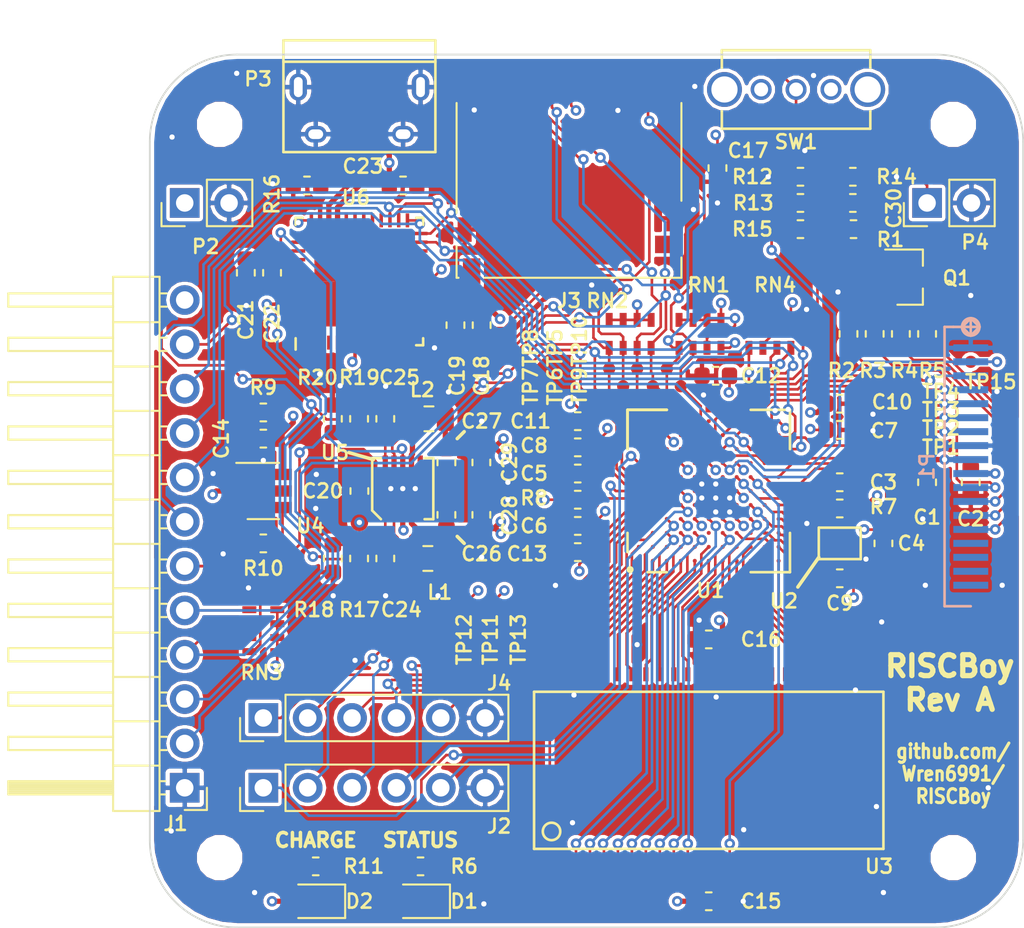
<source format=kicad_pcb>
(kicad_pcb (version 20171130) (host pcbnew 5.0.1-33cea8e~68~ubuntu18.10.1)
  (layers (0 F.Cu signal) (1 In1.Cu power hide) (2 In2.Cu power hide) (31 B.Cu signal hide) (34 B.Paste user hide) (35 F.Paste user hide) (36 B.SilkS user hide) (37 F.SilkS user) (38 B.Mask user hide) (39 F.Mask user hide) (44 Edge.Cuts user))
  (net 0 "")
  (net 1 GND)
  (net 2 +3V3)
  (net 3 +BATT)
  (net 4 "Net-(C3-Pad2)")
  (net 5 /VCCPLL0)
  (net 6 /VCCPLL1)
  (net 7 "Net-(C5-Pad2)")
  (net 8 +1V2)
  (net 9 +5V)
  (net 10 GNDPWR)
  (net 11 /VDDCORE)
  (net 12 "Net-(C24-Pad2)")
  (net 13 "Net-(C25-Pad2)")
  (net 14 /FPGA_UART_RX)
  (net 15 /FPGA_UART_TX)
  (net 16 /uC_SWD)
  (net 17 /uC_SWCLK)
  (net 18 /uC_~RST)
  (net 19 /FPGA_CFG_~RST)
  (net 20 /FPGA_CFG_DONE)
  (net 21 /FPGA_CFG_~SS)
  (net 22 /FPGA_CFG_SCK)
  (net 23 /FPGA_CFG_SI)
  (net 24 /GPIO_SW4)
  (net 25 /GPIO_SW3)
  (net 26 /GPIO_SW2)
  (net 27 /GPIO_SW1)
  (net 28 /GPIO_SW0)
  (net 29 /uSD_DAT1)
  (net 30 "Net-(J3-Pad9)")
  (net 31 /uSD_DAT0)
  (net 32 /uSD_CLK)
  (net 33 /uSD_CMD)
  (net 34 /uSD_DAT3)
  (net 35 /uSD_DAT2)
  (net 36 "Net-(J3-Pad10)")
  (net 37 /GPIO_SW5)
  (net 38 /GPIO_SW6)
  (net 39 /GPIO_SW7)
  (net 40 /GPIO_SW8)
  (net 41 /GPIO_SW9)
  (net 42 /LCD_RESET)
  (net 43 /LCD_SCL)
  (net 44 /LCD_CS)
  (net 45 /LCD_SDA)
  (net 46 /LCD_SDO)
  (net 47 "Net-(P1-Pad11)")
  (net 48 "Net-(P1-Pad12)")
  (net 49 "Net-(P1-Pad13)")
  (net 50 "Net-(P1-Pad14)")
  (net 51 "Net-(P1-Pad15)")
  (net 52 "Net-(P1-Pad16)")
  (net 53 "Net-(P1-Pad17)")
  (net 54 "Net-(P1-Pad18)")
  (net 55 /USB_DM)
  (net 56 /USB_DP)
  (net 57 "Net-(P3-Pad4)")
  (net 58 "Net-(R12-Pad1)")
  (net 59 /SRAM_DQ11)
  (net 60 /SRAM_DQ16)
  (net 61 /SRAM_A1)
  (net 62 /SRAM_A0)
  (net 63 /SRAM_A6)
  (net 64 /SRAM_A12)
  (net 65 /SRAM_A14)
  (net 66 /SRAM_A15)
  (net 67 /SRAM_DQ12)
  (net 68 /SRAM_DQ15)
  (net 69 /SRAM_A2)
  (net 70 /SRAM_A4)
  (net 71 /SRAM_A7)
  (net 72 /SRAM_A9)
  (net 73 /SRAM_A13)
  (net 74 /SRAM_A17)
  (net 75 /SRAM_A16)
  (net 76 /SRAM_~CE)
  (net 77 /SRAM_DQ14)
  (net 78 /SRAM_A3)
  (net 79 /SRAM_A5)
  (net 80 "Net-(U1-PadF3)")
  (net 81 /SRAM_A10)
  (net 82 /SRAM_A11)
  (net 83 "Net-(U1-PadJ3)")
  (net 84 /SRAM_~WE)
  (net 85 /SRAM_~UB)
  (net 86 /SRAM_DQ13)
  (net 87 /SRAM_A8)
  (net 88 /SRAM_~OE)
  (net 89 /SRAM_DQ1)
  (net 90 /SRAM_~LB)
  (net 91 /SRAM_DQ2)
  (net 92 /SRAM_DQ3)
  (net 93 /CLK_OSC)
  (net 94 "Net-(U1-PadB6)")
  (net 95 "Net-(U1-PadK6)")
  (net 96 "Net-(U1-PadB7)")
  (net 97 "Net-(U1-PadD7)")
  (net 98 /SRAM_DQ5)
  (net 99 /SRAM_DQ4)
  (net 100 /SRAM_DQ6)
  (net 101 /SRAM_DQ8)
  (net 102 /FPGA_HEARTBEAT)
  (net 103 "Net-(U1-PadB8)")
  (net 104 "Net-(U1-PadC8)")
  (net 105 /LCD_PWM)
  (net 106 /SRAM_DQ7)
  (net 107 /SRAM_DQ9)
  (net 108 "Net-(U1-PadA9)")
  (net 109 "Net-(U1-PadB9)")
  (net 110 "Net-(U1-PadC9)")
  (net 111 "Net-(U1-PadE9)")
  (net 112 "Net-(U1-PadF9)")
  (net 113 /SRAM_DQ10)
  (net 114 "Net-(U1-PadA10)")
  (net 115 "Net-(U1-PadB10)")
  (net 116 "Net-(U1-PadE10)")
  (net 117 "Net-(U1-PadF10)")
  (net 118 "Net-(U1-PadA11)")
  (net 119 "Net-(U1-PadF11)")
  (net 120 "Net-(U1-PadG11)")
  (net 121 "Net-(U3-Pad28)")
  (net 122 "Net-(L1-Pad1)")
  (net 123 "Net-(L2-Pad1)")
  (net 124 "Net-(U6-Pad1)")
  (net 125 "Net-(U6-Pad2)")
  (net 126 "Net-(U6-Pad3)")
  (net 127 "Net-(U6-Pad4)")
  (net 128 "Net-(U6-Pad13)")
  (net 129 "Net-(U6-Pad14)")
  (net 130 "Net-(U6-Pad15)")
  (net 131 "Net-(U6-Pad16)")
  (net 132 "Net-(U6-Pad20)")
  (net 133 "Net-(U6-Pad21)")
  (net 134 "Net-(U6-Pad22)")
  (net 135 "Net-(U6-Pad29)")
  (net 136 "Net-(U6-Pad30)")
  (net 137 "Net-(U6-Pad31)")
  (net 138 "Net-(U6-Pad32)")
  (net 139 "Net-(U6-Pad37)")
  (net 140 "Net-(U6-Pad38)")
  (net 141 "Net-(U6-Pad39)")
  (net 142 "Net-(U6-Pad43)")
  (net 143 "Net-(U6-Pad47)")
  (net 144 "Net-(U6-Pad48)")
  (net 145 "Net-(D1-Pad1)")
  (net 146 "Net-(D2-Pad1)")
  (net 147 "Net-(Q1-Pad3)")
  (net 148 "Net-(R9-Pad1)")
  (net 149 "Net-(R10-Pad1)")
  (net 150 /CHARGE)
  (net 151 "Net-(U1-PadE8)")
  (net 152 "Net-(U1-PadH9)")
  (net 153 "Net-(U1-PadJ8)")
  (net 154 /LCD_D~C~)
  (net 155 "Net-(U1-PadK9)")
  (net 156 "Net-(U6-Pad28)")
  (net 157 "Net-(C30-Pad1)")
  (net 158 /AUDIO_PWM)
  (module fpgaboy_parts:FFC_18_0.8mm_solder (layer B.Cu) (at 177 103.6 90)
    (fp_text reference P1 (at 0 -2.5 90) (layer B.SilkS) (effects (font (size 0.8 0.8)) (justify mirror)))
    (fp_text value ILI9341)
    (pad 1 smd rect (at 6.8 0 270) (size 0.4 2) (layers B.Cu B.Paste B.Mask) (net 1 GND))
    (pad 2 smd rect (at 6 0 270) (size 0.4 2) (layers B.Cu B.Paste B.Mask) (net 42 /LCD_RESET))
    (pad 3 smd rect (at 5.2 0 270) (size 0.4 2) (layers B.Cu B.Paste B.Mask) (net 46 /LCD_SDO))
    (pad 4 smd rect (at 4.4 0 270) (size 0.4 2) (layers B.Cu B.Paste B.Mask) (net 45 /LCD_SDA))
    (pad 5 smd rect (at 3.6 0 270) (size 0.4 2) (layers B.Cu B.Paste B.Mask) (net 44 /LCD_CS))
    (pad 6 smd rect (at 2.8 0 270) (size 0.4 2) (layers B.Cu B.Paste B.Mask) (net 154 /LCD_D~C~))
    (pad 7 smd rect (at 2 0 270) (size 0.4 2) (layers B.Cu B.Paste B.Mask) (net 43 /LCD_SCL))
    (pad 8 smd rect (at 1.2 0 270) (size 0.4 2) (layers B.Cu B.Paste B.Mask) (net 1 GND))
    (pad 9 smd rect (at 0.4 0 270) (size 0.4 2) (layers B.Cu B.Paste B.Mask) (net 2 +3V3))
    (pad 10 smd rect (at -0.4 0 270) (size 0.4 2) (layers B.Cu B.Paste B.Mask) (net 3 +BATT))
    (pad 11 smd rect (at -1.2 0 270) (size 0.4 2) (layers B.Cu B.Paste B.Mask) (net 47 "Net-(P1-Pad11)"))
    (pad 12 smd rect (at -2 0 270) (size 0.4 2) (layers B.Cu B.Paste B.Mask) (net 48 "Net-(P1-Pad12)"))
    (pad 13 smd rect (at -2.8 0 270) (size 0.4 2) (layers B.Cu B.Paste B.Mask) (net 49 "Net-(P1-Pad13)"))
    (pad 14 smd rect (at -3.6 0 270) (size 0.4 2) (layers B.Cu B.Paste B.Mask) (net 50 "Net-(P1-Pad14)"))
    (pad 15 smd rect (at -4.4 0 270) (size 0.4 2) (layers B.Cu B.Paste B.Mask) (net 51 "Net-(P1-Pad15)"))
    (pad 16 smd rect (at -5.2 0 270) (size 0.4 2) (layers B.Cu B.Paste B.Mask) (net 52 "Net-(P1-Pad16)"))
    (pad 17 smd rect (at -6 0 270) (size 0.4 2) (layers B.Cu B.Paste B.Mask) (net 53 "Net-(P1-Pad17)"))
    (pad 18 smd rect (at -6.8 0 270) (size 0.4 2) (layers B.Cu B.Paste B.Mask) (net 54 "Net-(P1-Pad18)"))
  )
  (module LED_SMD:LED_0805_2012Metric (layer F.Cu) (at 145.5 128.5 180)
    (fp_text reference D1 (at -2.5 0) (layer F.SilkS) (effects (font (size 0.8 0.8))))
    (fp_text value LED)
    (pad 2 smd roundrect (at 0.9375 0 180) (size 0.975 1.4) (layers F.Cu F.Paste F.Mask) (net 102 /FPGA_HEARTBEAT))
    (pad 1 smd roundrect (at -0.9375 0 180) (size 0.975 1.4) (layers F.Cu F.Paste F.Mask) (net 145 "Net-(D1-Pad1)"))
  )
  (module Capacitor_SMD:C_0603_1608Metric (layer F.Cu) (at 169.5 110 180)
    (fp_text reference C9 (at 0 -1.43 180) (layer F.SilkS) (effects (font (size 0.8 0.8))))
    (fp_text value 0.1u)
    (pad 2 smd roundrect (at 0.7875 0 180) (size 0.875 0.95) (layers F.Cu F.Paste F.Mask) (net 1 GND))
    (pad 1 smd roundrect (at -0.7875 0 180) (size 0.875 0.95) (layers F.Cu F.Paste F.Mask) (net 8 +1V2))
  )
  (module fpgaboy_parts:BGA-121_11x11_9.0x9.0mm (layer F.Cu) (at 162 105 90)
    (fp_text reference U1 (at -5.7 0.1 180) (layer F.SilkS) (effects (font (size 0.8 0.8))))
    (fp_text value iCE40-HX8k-BG121)
    (pad A1 smd circle (at -4 -4 90) (size 0.23 0.23) (layers F.Cu F.Paste F.Mask) (net 41 /GPIO_SW9))
    (pad B1 smd circle (at -4 -3.2 90) (size 0.23 0.23) (layers F.Cu F.Paste F.Mask) (net 79 /SRAM_A5))
    (pad C1 smd circle (at -4 -2.4 90) (size 0.23 0.23) (layers F.Cu F.Paste F.Mask) (net 71 /SRAM_A7))
    (pad D1 smd circle (at -4 -1.6 90) (size 0.23 0.23) (layers F.Cu F.Paste F.Mask) (net 85 /SRAM_~UB))
    (pad E1 smd circle (at -4 -0.8 90) (size 0.23 0.23) (layers F.Cu F.Paste F.Mask) (net 60 /SRAM_DQ16))
    (pad F1 smd circle (at -4 0 90) (size 0.23 0.23) (layers F.Cu F.Paste F.Mask) (net 77 /SRAM_DQ14))
    (pad G1 smd circle (at -4 0.8 90) (size 0.23 0.23) (layers F.Cu F.Paste F.Mask) (net 67 /SRAM_DQ12))
    (pad H1 smd circle (at -4 1.6 90) (size 0.23 0.23) (layers F.Cu F.Paste F.Mask) (net 113 /SRAM_DQ10))
    (pad J1 smd circle (at -4 2.4 90) (size 0.23 0.23) (layers F.Cu F.Paste F.Mask) (net 87 /SRAM_A8))
    (pad K1 smd circle (at -4 3.2 90) (size 0.23 0.23) (layers F.Cu F.Paste F.Mask) (net 81 /SRAM_A10))
    (pad L1 smd circle (at -4 4 90) (size 0.23 0.23) (layers F.Cu F.Paste F.Mask) (net 74 /SRAM_A17))
    (pad A2 smd circle (at -3.2 -4 90) (size 0.23 0.23) (layers F.Cu F.Paste F.Mask) (net 39 /GPIO_SW7))
    (pad B2 smd circle (at -3.2 -3.2 90) (size 0.23 0.23) (layers F.Cu F.Paste F.Mask) (net 70 /SRAM_A4))
    (pad C2 smd circle (at -3.2 -2.4 90) (size 0.23 0.23) (layers F.Cu F.Paste F.Mask) (net 63 /SRAM_A6))
    (pad D2 smd circle (at -3.2 -1.6 90) (size 0.23 0.23) (layers F.Cu F.Paste F.Mask) (net 88 /SRAM_~OE))
    (pad E2 smd circle (at -3.2 -0.8 90) (size 0.23 0.23) (layers F.Cu F.Paste F.Mask) (net 90 /SRAM_~LB))
    (pad F2 smd circle (at -3.2 0 90) (size 0.23 0.23) (layers F.Cu F.Paste F.Mask) (net 68 /SRAM_DQ15))
    (pad G2 smd circle (at -3.2 0.8 90) (size 0.23 0.23) (layers F.Cu F.Paste F.Mask) (net 86 /SRAM_DQ13))
    (pad H2 smd circle (at -3.2 1.6 90) (size 0.23 0.23) (layers F.Cu F.Paste F.Mask) (net 59 /SRAM_DQ11))
    (pad J2 smd circle (at -3.2 2.4 90) (size 0.23 0.23) (layers F.Cu F.Paste F.Mask) (net 107 /SRAM_DQ9))
    (pad K2 smd circle (at -3.2 3.2 90) (size 0.23 0.23) (layers F.Cu F.Paste F.Mask) (net 72 /SRAM_A9))
    (pad L2 smd circle (at -3.2 4 90) (size 0.23 0.23) (layers F.Cu F.Paste F.Mask) (net 100 /SRAM_DQ6))
    (pad A3 smd circle (at -2.4 -4 90) (size 0.23 0.23) (layers F.Cu F.Paste F.Mask) (net 40 /GPIO_SW8))
    (pad B3 smd circle (at -2.4 -3.2 90) (size 0.23 0.23) (layers F.Cu F.Paste F.Mask) (net 38 /GPIO_SW6))
    (pad C3 smd circle (at -2.4 -2.4 90) (size 0.23 0.23) (layers F.Cu F.Paste F.Mask) (net 69 /SRAM_A2))
    (pad D3 smd circle (at -2.4 -1.6 90) (size 0.23 0.23) (layers F.Cu F.Paste F.Mask) (net 61 /SRAM_A1))
    (pad E3 smd circle (at -2.4 -0.8 90) (size 0.23 0.23) (layers F.Cu F.Paste F.Mask) (net 62 /SRAM_A0))
    (pad F3 smd circle (at -2.4 0 90) (size 0.23 0.23) (layers F.Cu F.Paste F.Mask) (net 80 "Net-(U1-PadF3)"))
    (pad G3 smd circle (at -2.4 0.8 90) (size 0.23 0.23) (layers F.Cu F.Paste F.Mask) (net 89 /SRAM_DQ1))
    (pad H3 smd circle (at -2.4 1.6 90) (size 0.23 0.23) (layers F.Cu F.Paste F.Mask) (net 82 /SRAM_A11))
    (pad J3 smd circle (at -2.4 2.4 90) (size 0.23 0.23) (layers F.Cu F.Paste F.Mask) (net 83 "Net-(U1-PadJ3)"))
    (pad K3 smd circle (at -2.4 3.2 90) (size 0.23 0.23) (layers F.Cu F.Paste F.Mask) (net 106 /SRAM_DQ7))
    (pad L3 smd circle (at -2.4 4 90) (size 0.23 0.23) (layers F.Cu F.Paste F.Mask) (net 101 /SRAM_DQ8))
    (pad A4 smd circle (at -1.6 -4 90) (size 0.23 0.23) (layers F.Cu F.Paste F.Mask) (net 25 /GPIO_SW3))
    (pad B4 smd circle (at -1.6 -3.2 90) (size 0.23 0.23) (layers F.Cu F.Paste F.Mask) (net 37 /GPIO_SW5))
    (pad C4 smd circle (at -1.6 -2.4 90) (size 0.23 0.23) (layers F.Cu F.Paste F.Mask) (net 78 /SRAM_A3))
    (pad D4 smd circle (at -1.6 -1.6 90) (size 0.23 0.23) (layers F.Cu F.Paste F.Mask) (net 8 +1V2))
    (pad E4 smd circle (at -1.6 -0.8 90) (size 0.23 0.23) (layers F.Cu F.Paste F.Mask) (net 2 +3V3))
    (pad F4 smd circle (at -1.6 0 90) (size 0.23 0.23) (layers F.Cu F.Paste F.Mask) (net 76 /SRAM_~CE))
    (pad G4 smd circle (at -1.6 0.8 90) (size 0.23 0.23) (layers F.Cu F.Paste F.Mask) (net 2 +3V3))
    (pad H4 smd circle (at -1.6 1.6 90) (size 0.23 0.23) (layers F.Cu F.Paste F.Mask) (net 8 +1V2))
    (pad J4 smd circle (at -1.6 2.4 90) (size 0.23 0.23) (layers F.Cu F.Paste F.Mask) (net 91 /SRAM_DQ2))
    (pad K4 smd circle (at -1.6 3.2 90) (size 0.23 0.23) (layers F.Cu F.Paste F.Mask) (net 84 /SRAM_~WE))
    (pad L4 smd circle (at -1.6 4 90) (size 0.23 0.23) (layers F.Cu F.Paste F.Mask) (net 66 /SRAM_A15))
    (pad A5 smd circle (at -0.8 -4 90) (size 0.23 0.23) (layers F.Cu F.Paste F.Mask) (net 27 /GPIO_SW1))
    (pad B5 smd circle (at -0.8 -3.2 90) (size 0.23 0.23) (layers F.Cu F.Paste F.Mask) (net 26 /GPIO_SW2))
    (pad C5 smd circle (at -0.8 -2.4 90) (size 0.23 0.23) (layers F.Cu F.Paste F.Mask) (net 7 "Net-(C5-Pad2)"))
    (pad D5 smd circle (at -0.8 -1.6 90) (size 0.23 0.23) (layers F.Cu F.Paste F.Mask) (net 24 /GPIO_SW4))
    (pad E5 smd circle (at -0.8 -0.8 90) (size 0.23 0.23) (layers F.Cu F.Paste F.Mask) (net 1 GND))
    (pad F5 smd circle (at -0.8 0 90) (size 0.23 0.23) (layers F.Cu F.Paste F.Mask) (net 1 GND))
    (pad G5 smd circle (at -0.8 0.8 90) (size 0.23 0.23) (layers F.Cu F.Paste F.Mask) (net 1 GND))
    (pad H5 smd circle (at -0.8 1.6 90) (size 0.23 0.23) (layers F.Cu F.Paste F.Mask) (net 1 GND))
    (pad J5 smd circle (at -0.8 2.4 90) (size 0.23 0.23) (layers F.Cu F.Paste F.Mask) (net 92 /SRAM_DQ3))
    (pad K5 smd circle (at -0.8 3.2 90) (size 0.23 0.23) (layers F.Cu F.Paste F.Mask) (net 65 /SRAM_A14))
    (pad L5 smd circle (at -0.8 4 90) (size 0.23 0.23) (layers F.Cu F.Paste F.Mask) (net 93 /CLK_OSC))
    (pad A6 smd circle (at 0 -4 90) (size 0.23 0.23) (layers F.Cu F.Paste F.Mask) (net 28 /GPIO_SW0))
    (pad B6 smd circle (at 0 -3.2 90) (size 0.23 0.23) (layers F.Cu F.Paste F.Mask) (net 94 "Net-(U1-PadB6)"))
    (pad C6 smd circle (at 0 -2.4 90) (size 0.23 0.23) (layers F.Cu F.Paste F.Mask) (net 6 /VCCPLL1))
    (pad D6 smd circle (at 0 -1.6 90) (size 0.23 0.23) (layers F.Cu F.Paste F.Mask) (net 2 +3V3))
    (pad E6 smd circle (at 0 -0.8 90) (size 0.23 0.23) (layers F.Cu F.Paste F.Mask) (net 1 GND))
    (pad F6 smd circle (at 0 0 90) (size 0.23 0.23) (layers F.Cu F.Paste F.Mask) (net 1 GND))
    (pad G6 smd circle (at 0 0.8 90) (size 0.23 0.23) (layers F.Cu F.Paste F.Mask) (net 1 GND))
    (pad H6 smd circle (at 0 1.6 90) (size 0.23 0.23) (layers F.Cu F.Paste F.Mask) (net 2 +3V3))
    (pad J6 smd circle (at 0 2.4 90) (size 0.23 0.23) (layers F.Cu F.Paste F.Mask) (net 5 /VCCPLL0))
    (pad K6 smd circle (at 0 3.2 90) (size 0.23 0.23) (layers F.Cu F.Paste F.Mask) (net 95 "Net-(U1-PadK6)"))
    (pad L6 smd circle (at 0 4 90) (size 0.23 0.23) (layers F.Cu F.Paste F.Mask) (net 4 "Net-(C3-Pad2)"))
    (pad A7 smd circle (at 0.8 -4 90) (size 0.23 0.23) (layers F.Cu F.Paste F.Mask) (net 15 /FPGA_UART_TX))
    (pad B7 smd circle (at 0.8 -3.2 90) (size 0.23 0.23) (layers F.Cu F.Paste F.Mask) (net 96 "Net-(U1-PadB7)"))
    (pad C7 smd circle (at 0.8 -2.4 90) (size 0.23 0.23) (layers F.Cu F.Paste F.Mask) (net 14 /FPGA_UART_RX))
    (pad D7 smd circle (at 0.8 -1.6 90) (size 0.23 0.23) (layers F.Cu F.Paste F.Mask) (net 97 "Net-(U1-PadD7)"))
    (pad E7 smd circle (at 0.8 -0.8 90) (size 0.23 0.23) (layers F.Cu F.Paste F.Mask) (net 1 GND))
    (pad F7 smd circle (at 0.8 0 90) (size 0.23 0.23) (layers F.Cu F.Paste F.Mask) (net 1 GND))
    (pad G7 smd circle (at 0.8 0.8 90) (size 0.23 0.23) (layers F.Cu F.Paste F.Mask) (net 1 GND))
    (pad H7 smd circle (at 0.8 1.6 90) (size 0.23 0.23) (layers F.Cu F.Paste F.Mask) (net 99 /SRAM_DQ4))
    (pad J7 smd circle (at 0.8 2.4 90) (size 0.23 0.23) (layers F.Cu F.Paste F.Mask) (net 98 /SRAM_DQ5))
    (pad K7 smd circle (at 0.8 3.2 90) (size 0.23 0.23) (layers F.Cu F.Paste F.Mask) (net 73 /SRAM_A13))
    (pad L7 smd circle (at 0.8 4 90) (size 0.23 0.23) (layers F.Cu F.Paste F.Mask) (net 64 /SRAM_A12))
    (pad A8 smd circle (at 1.6 -4 90) (size 0.23 0.23) (layers F.Cu F.Paste F.Mask) (net 102 /FPGA_HEARTBEAT))
    (pad B8 smd circle (at 1.6 -3.2 90) (size 0.23 0.23) (layers F.Cu F.Paste F.Mask) (net 103 "Net-(U1-PadB8)"))
    (pad C8 smd circle (at 1.6 -2.4 90) (size 0.23 0.23) (layers F.Cu F.Paste F.Mask) (net 104 "Net-(U1-PadC8)"))
    (pad D8 smd circle (at 1.6 -1.6 90) (size 0.23 0.23) (layers F.Cu F.Paste F.Mask) (net 8 +1V2))
    (pad E8 smd circle (at 1.6 -0.8 90) (size 0.23 0.23) (layers F.Cu F.Paste F.Mask) (net 151 "Net-(U1-PadE8)"))
    (pad F8 smd circle (at 1.6 0 90) (size 0.23 0.23) (layers F.Cu F.Paste F.Mask) (net 2 +3V3))
    (pad G8 smd circle (at 1.6 0.8 90) (size 0.23 0.23) (layers F.Cu F.Paste F.Mask) (net 42 /LCD_RESET))
    (pad H8 smd circle (at 1.6 1.6 90) (size 0.23 0.23) (layers F.Cu F.Paste F.Mask) (net 8 +1V2))
    (pad J8 smd circle (at 1.6 2.4 90) (size 0.23 0.23) (layers F.Cu F.Paste F.Mask) (net 153 "Net-(U1-PadJ8)"))
    (pad K8 smd circle (at 1.6 3.2 90) (size 0.23 0.23) (layers F.Cu F.Paste F.Mask) (net 20 /FPGA_CFG_DONE))
    (pad L8 smd circle (at 1.6 4 90) (size 0.23 0.23) (layers F.Cu F.Paste F.Mask) (net 75 /SRAM_A16))
    (pad A9 smd circle (at 2.4 -4 90) (size 0.23 0.23) (layers F.Cu F.Paste F.Mask) (net 108 "Net-(U1-PadA9)"))
    (pad B9 smd circle (at 2.4 -3.2 90) (size 0.23 0.23) (layers F.Cu F.Paste F.Mask) (net 109 "Net-(U1-PadB9)"))
    (pad C9 smd circle (at 2.4 -2.4 90) (size 0.23 0.23) (layers F.Cu F.Paste F.Mask) (net 110 "Net-(U1-PadC9)"))
    (pad D9 smd circle (at 2.4 -1.6 90) (size 0.23 0.23) (layers F.Cu F.Paste F.Mask) (net 31 /uSD_DAT0))
    (pad E9 smd circle (at 2.4 -0.8 90) (size 0.23 0.23) (layers F.Cu F.Paste F.Mask) (net 111 "Net-(U1-PadE9)"))
    (pad F9 smd circle (at 2.4 0 90) (size 0.23 0.23) (layers F.Cu F.Paste F.Mask) (net 112 "Net-(U1-PadF9)"))
    (pad G9 smd circle (at 2.4 0.8 90) (size 0.23 0.23) (layers F.Cu F.Paste F.Mask) (net 158 /AUDIO_PWM))
    (pad H9 smd circle (at 2.4 1.6 90) (size 0.23 0.23) (layers F.Cu F.Paste F.Mask) (net 152 "Net-(U1-PadH9)"))
    (pad J9 smd circle (at 2.4 2.4 90) (size 0.23 0.23) (layers F.Cu F.Paste F.Mask) (net 23 /FPGA_CFG_SI))
    (pad K9 smd circle (at 2.4 3.2 90) (size 0.23 0.23) (layers F.Cu F.Paste F.Mask) (net 155 "Net-(U1-PadK9)"))
    (pad L9 smd circle (at 2.4 4 90) (size 0.23 0.23) (layers F.Cu F.Paste F.Mask) (net 19 /FPGA_CFG_~RST))
    (pad A10 smd circle (at 3.2 -4 90) (size 0.23 0.23) (layers F.Cu F.Paste F.Mask) (net 114 "Net-(U1-PadA10)"))
    (pad B10 smd circle (at 3.2 -3.2 90) (size 0.23 0.23) (layers F.Cu F.Paste F.Mask) (net 115 "Net-(U1-PadB10)"))
    (pad C10 smd circle (at 3.2 -2.4 90) (size 0.23 0.23) (layers F.Cu F.Paste F.Mask) (net 2 +3V3))
    (pad D10 smd circle (at 3.2 -1.6 90) (size 0.23 0.23) (layers F.Cu F.Paste F.Mask) (net 34 /uSD_DAT3))
    (pad E10 smd circle (at 3.2 -0.8 90) (size 0.23 0.23) (layers F.Cu F.Paste F.Mask) (net 116 "Net-(U1-PadE10)"))
    (pad F10 smd circle (at 3.2 0 90) (size 0.23 0.23) (layers F.Cu F.Paste F.Mask) (net 117 "Net-(U1-PadF10)"))
    (pad G10 smd circle (at 3.2 0.8 90) (size 0.23 0.23) (layers F.Cu F.Paste F.Mask) (net 105 /LCD_PWM))
    (pad H10 smd circle (at 3.2 1.6 90) (size 0.23 0.23) (layers F.Cu F.Paste F.Mask) (net 45 /LCD_SDA))
    (pad J10 smd circle (at 3.2 2.4 90) (size 0.23 0.23) (layers F.Cu F.Paste F.Mask) (net 43 /LCD_SCL))
    (pad K10 smd circle (at 3.2 3.2 90) (size 0.23 0.23) (layers F.Cu F.Paste F.Mask) (net 21 /FPGA_CFG_~SS))
    (pad L10 smd circle (at 3.2 4 90) (size 0.23 0.23) (layers F.Cu F.Paste F.Mask) (net 22 /FPGA_CFG_SCK))
    (pad A11 smd circle (at 4 -4 90) (size 0.23 0.23) (layers F.Cu F.Paste F.Mask) (net 118 "Net-(U1-PadA11)"))
    (pad B11 smd circle (at 4 -3.2 90) (size 0.23 0.23) (layers F.Cu F.Paste F.Mask) (net 32 /uSD_CLK))
    (pad C11 smd circle (at 4 -2.4 90) (size 0.23 0.23) (layers F.Cu F.Paste F.Mask) (net 33 /uSD_CMD))
    (pad D11 smd circle (at 4 -1.6 90) (size 0.23 0.23) (layers F.Cu F.Paste F.Mask) (net 35 /uSD_DAT2))
    (pad E11 smd circle (at 4 -0.8 90) (size 0.23 0.23) (layers F.Cu F.Paste F.Mask) (net 29 /uSD_DAT1))
    (pad F11 smd circle (at 4 0 90) (size 0.23 0.23) (layers F.Cu F.Paste F.Mask) (net 119 "Net-(U1-PadF11)"))
    (pad G11 smd circle (at 4 0.8 90) (size 0.23 0.23) (layers F.Cu F.Paste F.Mask) (net 120 "Net-(U1-PadG11)"))
    (pad H11 smd circle (at 4 1.6 90) (size 0.23 0.23) (layers F.Cu F.Paste F.Mask) (net 46 /LCD_SDO))
    (pad J11 smd circle (at 4 2.4 90) (size 0.23 0.23) (layers F.Cu F.Paste F.Mask) (net 44 /LCD_CS))
    (pad K11 smd circle (at 4 3.2 90) (size 0.23 0.23) (layers F.Cu F.Paste F.Mask) (net 154 /LCD_D~C~))
    (pad L11 smd circle (at 4 4 90) (size 0.23 0.23) (layers F.Cu F.Paste F.Mask) (net 2 +3V3))
  )
  (module MountingHole:MountingHole_2.2mm_M2_DIN965 (layer F.Cu) (at 176 84)
    (fp_text reference REF** hide)
    (fp_text value MountingHole_2.2mm_M2_DIN965)
    (pad 1 np_thru_hole circle (at 0 0) (size 2.2 2.2) (drill 2.2) (layers *.Cu *.Mask))
  )
  (module MountingHole:MountingHole_2.2mm_M2_DIN965 (layer F.Cu) (at 176 126)
    (fp_text reference REF** hide)
    (fp_text value MountingHole_2.2mm_M2_DIN965)
    (pad 1 np_thru_hole circle (at 0 0) (size 2.2 2.2) (drill 2.2) (layers *.Cu *.Mask))
  )
  (module MountingHole:MountingHole_2.2mm_M2_DIN965 (layer F.Cu) (at 134 126)
    (fp_text reference REF** hide)
    (fp_text value MountingHole_2.2mm_M2_DIN965)
    (pad 1 np_thru_hole circle (at 0 0) (size 2.2 2.2) (drill 2.2) (layers *.Cu *.Mask))
  )
  (module Capacitor_SMD:C_0603_1608Metric (layer F.Cu) (at 174.5 104.5 270)
    (fp_text reference C1 (at 2 0) (layer F.SilkS) (effects (font (size 0.8 0.8))))
    (fp_text value 1u)
    (pad 2 smd roundrect (at 0.7875 0 270) (size 0.875 0.95) (layers F.Cu F.Paste F.Mask) (net 1 GND))
    (pad 1 smd roundrect (at -0.7875 0 270) (size 0.875 0.95) (layers F.Cu F.Paste F.Mask) (net 2 +3V3))
  )
  (module Capacitor_SMD:C_0603_1608Metric (layer F.Cu) (at 177 104.5 270)
    (fp_text reference C2 (at 2.1 0) (layer F.SilkS) (effects (font (size 0.8 0.8))))
    (fp_text value 1u)
    (pad 2 smd roundrect (at 0.7875 0 270) (size 0.875 0.95) (layers F.Cu F.Paste F.Mask) (net 1 GND))
    (pad 1 smd roundrect (at -0.7875 0 270) (size 0.875 0.95) (layers F.Cu F.Paste F.Mask) (net 3 +BATT))
  )
  (module Capacitor_SMD:C_0603_1608Metric (layer F.Cu) (at 169.5 104.5 180)
    (fp_text reference C3 (at -2.5 0 180) (layer F.SilkS) (effects (font (size 0.8 0.8))))
    (fp_text value 1u)
    (pad 2 smd roundrect (at 0.7875 0 180) (size 0.875 0.95) (layers F.Cu F.Paste F.Mask) (net 4 "Net-(C3-Pad2)"))
    (pad 1 smd roundrect (at -0.7875 0 180) (size 0.875 0.95) (layers F.Cu F.Paste F.Mask) (net 5 /VCCPLL0))
  )
  (module Capacitor_SMD:C_0603_1608Metric (layer F.Cu) (at 172 108 270)
    (fp_text reference C4 (at 0 -1.6) (layer F.SilkS) (effects (font (size 0.8 0.8))))
    (fp_text value 0.1u)
    (pad 1 smd roundrect (at -0.7875 0 270) (size 0.875 0.95) (layers F.Cu F.Paste F.Mask) (net 2 +3V3))
    (pad 2 smd roundrect (at 0.7875 0 270) (size 0.875 0.95) (layers F.Cu F.Paste F.Mask) (net 1 GND))
  )
  (module Capacitor_SMD:C_0603_1608Metric (layer F.Cu) (at 154.5 104)
    (fp_text reference C5 (at -2.5 0) (layer F.SilkS) (effects (font (size 0.8 0.8))))
    (fp_text value 1u)
    (pad 1 smd roundrect (at -0.7875 0) (size 0.875 0.95) (layers F.Cu F.Paste F.Mask) (net 6 /VCCPLL1))
    (pad 2 smd roundrect (at 0.7875 0) (size 0.875 0.95) (layers F.Cu F.Paste F.Mask) (net 7 "Net-(C5-Pad2)"))
  )
  (module Capacitor_SMD:C_0603_1608Metric (layer F.Cu) (at 154.5 107 180)
    (fp_text reference C6 (at 2.5 0 180) (layer F.SilkS) (effects (font (size 0.8 0.8))))
    (fp_text value 0.1u)
    (pad 2 smd roundrect (at 0.7875 0 180) (size 0.875 0.95) (layers F.Cu F.Paste F.Mask) (net 1 GND))
    (pad 1 smd roundrect (at -0.7875 0 180) (size 0.875 0.95) (layers F.Cu F.Paste F.Mask) (net 2 +3V3))
  )
  (module Capacitor_SMD:C_0603_1608Metric (layer F.Cu) (at 169.5 101.5)
    (fp_text reference C7 (at 2.55 0.05) (layer F.SilkS) (effects (font (size 0.8 0.8))))
    (fp_text value 0.1u)
    (pad 1 smd roundrect (at -0.7875 0) (size 0.875 0.95) (layers F.Cu F.Paste F.Mask) (net 8 +1V2))
    (pad 2 smd roundrect (at 0.7875 0) (size 0.875 0.95) (layers F.Cu F.Paste F.Mask) (net 1 GND))
  )
  (module Capacitor_SMD:C_0603_1608Metric (layer F.Cu) (at 154.5 102.5 180)
    (fp_text reference C8 (at 2.5 0.1 180) (layer F.SilkS) (effects (font (size 0.8 0.8))))
    (fp_text value 0.1u)
    (pad 1 smd roundrect (at -0.7875 0 180) (size 0.875 0.95) (layers F.Cu F.Paste F.Mask) (net 2 +3V3))
    (pad 2 smd roundrect (at 0.7875 0 180) (size 0.875 0.95) (layers F.Cu F.Paste F.Mask) (net 1 GND))
  )
  (module Capacitor_SMD:C_0603_1608Metric (layer F.Cu) (at 169.5 100)
    (fp_text reference C10 (at 3 -0.1) (layer F.SilkS) (effects (font (size 0.8 0.8))))
    (fp_text value 0.1u)
    (pad 2 smd roundrect (at 0.7875 0) (size 0.875 0.95) (layers F.Cu F.Paste F.Mask) (net 1 GND))
    (pad 1 smd roundrect (at -0.7875 0) (size 0.875 0.95) (layers F.Cu F.Paste F.Mask) (net 2 +3V3))
  )
  (module Capacitor_SMD:C_0603_1608Metric (layer F.Cu) (at 154.5 101 180)
    (fp_text reference C11 (at 2.7 0 180) (layer F.SilkS) (effects (font (size 0.8 0.8))))
    (fp_text value 0.1u)
    (pad 1 smd roundrect (at -0.7875 0 180) (size 0.875 0.95) (layers F.Cu F.Paste F.Mask) (net 8 +1V2))
    (pad 2 smd roundrect (at 0.7875 0 180) (size 0.875 0.95) (layers F.Cu F.Paste F.Mask) (net 1 GND))
  )
  (module Capacitor_SMD:C_0603_1608Metric (layer F.Cu) (at 162.4 98.4 180)
    (fp_text reference C12 (at -2.6 0 180) (layer F.SilkS) (effects (font (size 0.8 0.8))))
    (fp_text value 0.1u)
    (pad 1 smd roundrect (at -0.7875 0 180) (size 0.875 0.95) (layers F.Cu F.Paste F.Mask) (net 2 +3V3))
    (pad 2 smd roundrect (at 0.7875 0 180) (size 0.875 0.95) (layers F.Cu F.Paste F.Mask) (net 1 GND))
  )
  (module Capacitor_SMD:C_0603_1608Metric (layer F.Cu) (at 154.5 108.5 180)
    (fp_text reference C13 (at 2.9 -0.1 180) (layer F.SilkS) (effects (font (size 0.8 0.8))))
    (fp_text value 0.1u)
    (pad 2 smd roundrect (at 0.7875 0 180) (size 0.875 0.95) (layers F.Cu F.Paste F.Mask) (net 1 GND))
    (pad 1 smd roundrect (at -0.7875 0 180) (size 0.875 0.95) (layers F.Cu F.Paste F.Mask) (net 8 +1V2))
  )
  (module Capacitor_SMD:C_0603_1608Metric (layer F.Cu) (at 136.5 102 180)
    (fp_text reference C14 (at 2.4 0 270) (layer F.SilkS) (effects (font (size 0.8 0.8))))
    (fp_text value 1u)
    (pad 2 smd roundrect (at 0.7875 0 180) (size 0.875 0.95) (layers F.Cu F.Paste F.Mask) (net 1 GND))
    (pad 1 smd roundrect (at -0.7875 0 180) (size 0.875 0.95) (layers F.Cu F.Paste F.Mask) (net 9 +5V))
  )
  (module Capacitor_SMD:C_0603_1608Metric (layer F.Cu) (at 162 128.5)
    (fp_text reference C15 (at 3 0) (layer F.SilkS) (effects (font (size 0.8 0.8))))
    (fp_text value 1u)
    (pad 1 smd roundrect (at -0.7875 0) (size 0.875 0.95) (layers F.Cu F.Paste F.Mask) (net 2 +3V3))
    (pad 2 smd roundrect (at 0.7875 0) (size 0.875 0.95) (layers F.Cu F.Paste F.Mask) (net 1 GND))
  )
  (module Capacitor_SMD:C_0603_1608Metric (layer F.Cu) (at 162 113.5 180)
    (fp_text reference C16 (at -3 0 180) (layer F.SilkS) (effects (font (size 0.8 0.8))))
    (fp_text value 0.1u)
    (pad 1 smd roundrect (at -0.7875 0 180) (size 0.875 0.95) (layers F.Cu F.Paste F.Mask) (net 2 +3V3))
    (pad 2 smd roundrect (at 0.7875 0 180) (size 0.875 0.95) (layers F.Cu F.Paste F.Mask) (net 1 GND))
  )
  (module Capacitor_SMD:C_0603_1608Metric (layer F.Cu) (at 162.5 86.5 270)
    (fp_text reference C17 (at -1 -1.75) (layer F.SilkS) (effects (font (size 0.8 0.8))))
    (fp_text value 0.1u)
    (pad 2 smd roundrect (at 0.7875 0 270) (size 0.875 0.95) (layers F.Cu F.Paste F.Mask) (net 1 GND))
    (pad 1 smd roundrect (at -0.7875 0 270) (size 0.875 0.95) (layers F.Cu F.Paste F.Mask) (net 2 +3V3))
  )
  (module Capacitor_SMD:C_0603_1608Metric (layer F.Cu) (at 149 95.5 270)
    (fp_text reference C18 (at 2.9 0 270) (layer F.SilkS) (effects (font (size 0.8 0.8))))
    (fp_text value 1u)
    (pad 1 smd roundrect (at -0.7875 0 270) (size 0.875 0.95) (layers F.Cu F.Paste F.Mask) (net 2 +3V3))
    (pad 2 smd roundrect (at 0.7875 0 270) (size 0.875 0.95) (layers F.Cu F.Paste F.Mask) (net 1 GND))
  )
  (module Capacitor_SMD:C_0603_1608Metric (layer F.Cu) (at 147.5 95.5 270)
    (fp_text reference C19 (at 2.9 -0.1 270) (layer F.SilkS) (effects (font (size 0.8 0.8))))
    (fp_text value 0.1u)
    (pad 2 smd roundrect (at 0.7875 0 270) (size 0.875 0.95) (layers F.Cu F.Paste F.Mask) (net 1 GND))
    (pad 1 smd roundrect (at -0.7875 0 270) (size 0.875 0.95) (layers F.Cu F.Paste F.Mask) (net 2 +3V3))
  )
  (module Capacitor_SMD:C_0603_1608Metric (layer F.Cu) (at 142 105 90)
    (fp_text reference C20 (at 0 -2.1 180) (layer F.SilkS) (effects (font (size 0.8 0.8))))
    (fp_text value 1u)
    (pad 1 smd roundrect (at -0.7875 0 90) (size 0.875 0.95) (layers F.Cu F.Paste F.Mask) (net 3 +BATT))
    (pad 2 smd roundrect (at 0.7875 0 90) (size 0.875 0.95) (layers F.Cu F.Paste F.Mask) (net 10 GNDPWR))
  )
  (module Capacitor_SMD:C_0603_1608Metric (layer F.Cu) (at 135.5 92.5 270)
    (fp_text reference C21 (at 2.7 0 270) (layer F.SilkS) (effects (font (size 0.8 0.8))))
    (fp_text value 1u)
    (pad 1 smd roundrect (at -0.7875 0 270) (size 0.875 0.95) (layers F.Cu F.Paste F.Mask) (net 11 /VDDCORE))
    (pad 2 smd roundrect (at 0.7875 0 270) (size 0.875 0.95) (layers F.Cu F.Paste F.Mask) (net 1 GND))
  )
  (module Capacitor_SMD:C_0603_1608Metric (layer F.Cu) (at 137 92.5 270)
    (fp_text reference C22 (at 2.9 0 270) (layer F.SilkS) (effects (font (size 0.8 0.8))))
    (fp_text value 0.1u)
    (pad 2 smd roundrect (at 0.7875 0 270) (size 0.875 0.95) (layers F.Cu F.Paste F.Mask) (net 1 GND))
    (pad 1 smd roundrect (at -0.7875 0 270) (size 0.875 0.95) (layers F.Cu F.Paste F.Mask) (net 11 /VDDCORE))
  )
  (module Capacitor_SMD:C_0603_1608Metric (layer F.Cu) (at 144.5 87.5)
    (fp_text reference C23 (at -2.3 -1.1) (layer F.SilkS) (effects (font (size 0.8 0.8))))
    (fp_text value 10u)
    (pad 1 smd roundrect (at -0.7875 0) (size 0.875 0.95) (layers F.Cu F.Paste F.Mask) (net 9 +5V))
    (pad 2 smd roundrect (at 0.7875 0) (size 0.875 0.95) (layers F.Cu F.Paste F.Mask) (net 1 GND))
  )
  (module Capacitor_SMD:C_0603_1608Metric (layer F.Cu) (at 143.481942 108.864309 90)
    (fp_text reference C24 (at -2.935691 0.918058 180) (layer F.SilkS) (effects (font (size 0.8 0.8))))
    (fp_text value 18p)
    (pad 2 smd roundrect (at 0.7875 0 90) (size 0.875 0.95) (layers F.Cu F.Paste F.Mask) (net 12 "Net-(C24-Pad2)"))
    (pad 1 smd roundrect (at -0.7875 0 90) (size 0.875 0.95) (layers F.Cu F.Paste F.Mask) (net 2 +3V3))
  )
  (module Capacitor_SMD:C_0603_1608Metric (layer F.Cu) (at 143.481942 100.864309 270)
    (fp_text reference C25 (at -2.364309 -0.818058) (layer F.SilkS) (effects (font (size 0.8 0.8))))
    (fp_text value 18p)
    (pad 2 smd roundrect (at 0.7875 0 270) (size 0.875 0.95) (layers F.Cu F.Paste F.Mask) (net 13 "Net-(C25-Pad2)"))
    (pad 1 smd roundrect (at -0.7875 0 270) (size 0.875 0.95) (layers F.Cu F.Paste F.Mask) (net 8 +1V2))
  )
  (module Capacitor_SMD:C_0603_1608Metric (layer F.Cu) (at 146.981942 106.364309 90)
    (fp_text reference C26 (at -2.235691 2.018058 180) (layer F.SilkS) (effects (font (size 0.8 0.8))))
    (fp_text value 10u)
    (pad 1 smd roundrect (at -0.7875 0 90) (size 0.875 0.95) (layers F.Cu F.Paste F.Mask) (net 2 +3V3))
    (pad 2 smd roundrect (at 0.7875 0 90) (size 0.875 0.95) (layers F.Cu F.Paste F.Mask) (net 10 GNDPWR))
  )
  (module Capacitor_SMD:C_0603_1608Metric (layer F.Cu) (at 146.981942 103.364309 270)
    (fp_text reference C27 (at -2.364309 -2.018058) (layer F.SilkS) (effects (font (size 0.8 0.8))))
    (fp_text value 10u)
    (pad 1 smd roundrect (at -0.7875 0 270) (size 0.875 0.95) (layers F.Cu F.Paste F.Mask) (net 8 +1V2))
    (pad 2 smd roundrect (at 0.7875 0 270) (size 0.875 0.95) (layers F.Cu F.Paste F.Mask) (net 10 GNDPWR))
  )
  (module Capacitor_SMD:C_0603_1608Metric (layer F.Cu) (at 148.981942 106.364309 90)
    (fp_text reference C28 (at -0.035691 1.618058 90) (layer F.SilkS) (effects (font (size 0.8 0.8))))
    (fp_text value 1u)
    (pad 1 smd roundrect (at -0.7875 0 90) (size 0.875 0.95) (layers F.Cu F.Paste F.Mask) (net 2 +3V3))
    (pad 2 smd roundrect (at 0.7875 0 90) (size 0.875 0.95) (layers F.Cu F.Paste F.Mask) (net 1 GND))
  )
  (module Capacitor_SMD:C_0603_1608Metric (layer F.Cu) (at 148.981942 103.364309 270)
    (fp_text reference C29 (at 0 -1.618058 270) (layer F.SilkS) (effects (font (size 0.8 0.8))))
    (fp_text value 1u)
    (pad 2 smd roundrect (at 0.7875 0 270) (size 0.875 0.95) (layers F.Cu F.Paste F.Mask) (net 1 GND))
    (pad 1 smd roundrect (at -0.7875 0 270) (size 0.875 0.95) (layers F.Cu F.Paste F.Mask) (net 8 +1V2))
  )
  (module Connector_PinHeader_2.54mm:PinHeader_1x12_P2.54mm_Horizontal (layer F.Cu) (at 132 122 180)
    (fp_text reference J1 (at 0.525 -2.05 180) (layer F.SilkS) (effects (font (size 0.8 0.8))))
    (fp_text value Conn_01x12)
    (pad 1 thru_hole rect (at 0 0 180) (size 1.7 1.7) (drill 1) (layers *.Cu *.Mask) (net 1 GND))
    (pad 2 thru_hole oval (at 0 2.54 180) (size 1.7 1.7) (drill 1) (layers *.Cu *.Mask) (net 14 /FPGA_UART_RX))
    (pad 3 thru_hole oval (at 0 5.08 180) (size 1.7 1.7) (drill 1) (layers *.Cu *.Mask) (net 15 /FPGA_UART_TX))
    (pad 4 thru_hole oval (at 0 7.62 180) (size 1.7 1.7) (drill 1) (layers *.Cu *.Mask) (net 16 /uC_SWD))
    (pad 5 thru_hole oval (at 0 10.16 180) (size 1.7 1.7) (drill 1) (layers *.Cu *.Mask) (net 17 /uC_SWCLK))
    (pad 6 thru_hole oval (at 0 12.7 180) (size 1.7 1.7) (drill 1) (layers *.Cu *.Mask) (net 18 /uC_~RST))
    (pad 7 thru_hole oval (at 0 15.24 180) (size 1.7 1.7) (drill 1) (layers *.Cu *.Mask) (net 19 /FPGA_CFG_~RST))
    (pad 8 thru_hole oval (at 0 17.78 180) (size 1.7 1.7) (drill 1) (layers *.Cu *.Mask) (net 20 /FPGA_CFG_DONE))
    (pad 9 thru_hole oval (at 0 20.32 180) (size 1.7 1.7) (drill 1) (layers *.Cu *.Mask) (net 21 /FPGA_CFG_~SS))
    (pad 10 thru_hole oval (at 0 22.86 180) (size 1.7 1.7) (drill 1) (layers *.Cu *.Mask) (net 22 /FPGA_CFG_SCK))
    (pad 11 thru_hole oval (at 0 25.4 180) (size 1.7 1.7) (drill 1) (layers *.Cu *.Mask) (net 23 /FPGA_CFG_SI))
    (pad 12 thru_hole oval (at 0 27.94 180) (size 1.7 1.7) (drill 1) (layers *.Cu *.Mask) (net 3 +BATT))
  )
  (module Connector_Card:microSD_HC_Hirose_DM3D-SF (layer F.Cu) (at 154 87 180)
    (fp_text reference J3 (at 0 -7.1 180) (layer F.SilkS) (effects (font (size 0.8 0.8))))
    (fp_text value Micro_SD_Card_Det)
    (pad 8 smd rect (at -4.525 5.35 180) (size 0.7 1.75) (layers F.Cu F.Paste F.Mask) (net 29 /uSD_DAT1))
    (pad 11 smd rect (at -5.725 5.225 180) (size 1.3 1.5) (layers F.Cu F.Paste F.Mask) (net 1 GND))
    (pad 11 smd rect (at -5.975 -2.375 180) (size 0.8 1.5) (layers F.Cu F.Paste F.Mask) (net 1 GND))
    (pad 9 smd rect (at -5.65 -3.875 180) (size 1.45 1) (layers F.Cu F.Paste F.Mask) (net 30 "Net-(J3-Pad9)"))
    (pad 11 smd rect (at 5.975 -3.025 180) (size 0.8 1.4) (layers F.Cu F.Paste F.Mask) (net 1 GND))
    (pad 7 smd rect (at -3.425 5.35 180) (size 0.7 1.75) (layers F.Cu F.Paste F.Mask) (net 31 /uSD_DAT0))
    (pad 6 smd rect (at -2.325 5.35 180) (size 0.7 1.75) (layers F.Cu F.Paste F.Mask) (net 1 GND))
    (pad 5 smd rect (at -1.225 5.35 180) (size 0.7 1.75) (layers F.Cu F.Paste F.Mask) (net 32 /uSD_CLK))
    (pad 4 smd rect (at -0.125 5.35 180) (size 0.7 1.75) (layers F.Cu F.Paste F.Mask) (net 2 +3V3))
    (pad 3 smd rect (at 0.975 5.35 180) (size 0.7 1.75) (layers F.Cu F.Paste F.Mask) (net 33 /uSD_CMD))
    (pad 2 smd rect (at 2.075 5.35 180) (size 0.7 1.75) (layers F.Cu F.Paste F.Mask) (net 34 /uSD_DAT3))
    (pad 1 smd rect (at 3.175 5.35 180) (size 0.7 1.75) (layers F.Cu F.Paste F.Mask) (net 35 /uSD_DAT2))
    (pad 11 smd rect (at 5.625 5.225 180) (size 1.5 1.5) (layers F.Cu F.Paste F.Mask) (net 1 GND))
    (pad 10 smd rect (at 5.575 -5.45 180) (size 1 1.55) (layers F.Cu F.Paste F.Mask) (net 36 "Net-(J3-Pad10)"))
  )
  (module fpgaboy_parts:USB_Micro-B (layer F.Cu) (at 142 83 180)
    (fp_text reference P3 (at 5.8 1.6 180) (layer F.SilkS) (effects (font (size 0.8 0.8))))
    (fp_text value USB_OTG)
    (pad 1 smd rect (at -1.3009 -1.56254 270) (size 1.35 0.4) (layers F.Cu F.Paste F.Mask) (net 9 +5V))
    (pad 2 smd rect (at -0.6509 -1.56254 270) (size 1.35 0.4) (layers F.Cu F.Paste F.Mask) (net 55 /USB_DM))
    (pad 3 smd rect (at -0.0009 -1.56254 270) (size 1.35 0.4) (layers F.Cu F.Paste F.Mask) (net 56 /USB_DP))
    (pad 4 smd rect (at 0.6491 -1.56254 270) (size 1.35 0.4) (layers F.Cu F.Paste F.Mask) (net 57 "Net-(P3-Pad4)"))
    (pad 5 smd rect (at 1.2991 -1.56254 270) (size 1.35 0.4) (layers F.Cu F.Paste F.Mask) (net 1 GND))
    (pad 6 thru_hole oval (at -2.5009 -1.56254 270) (size 0.95 1.25) (drill oval 0.55 0.85) (layers *.Cu *.Mask) (net 1 GND))
    (pad 6 thru_hole oval (at 2.4991 -1.56254 270) (size 0.95 1.25) (drill oval 0.55 0.85) (layers *.Cu *.Mask) (net 1 GND))
    (pad 6 thru_hole oval (at -3.5009 1.13746 270) (size 1.55 1) (drill oval 1.15 0.5) (layers *.Cu *.Mask) (net 1 GND))
    (pad 6 thru_hole oval (at 3.4991 1.13746 270) (size 1.55 1) (drill oval 1.15 0.5) (layers *.Cu *.Mask) (net 1 GND))
  )
  (module fpgaboy_parts:RN4-1206 (layer F.Cu) (at 161.5 96)
    (fp_text reference RN1 (at 0.5 -2.8 180) (layer F.SilkS) (effects (font (size 0.8 0.8))))
    (fp_text value 10k)
    (pad 4 smd rect (at 1.2 0.8) (size 0.4 0.8) (layers F.Cu F.Paste F.Mask) (net 14 /FPGA_UART_RX))
    (pad 5 smd rect (at 1.2 -0.8) (size 0.4 0.8) (layers F.Cu F.Paste F.Mask) (net 2 +3V3))
    (pad 3 smd rect (at 0.4 0.8) (size 0.4 0.8) (layers F.Cu F.Paste F.Mask) (net 15 /FPGA_UART_TX))
    (pad 6 smd rect (at 0.4 -0.8) (size 0.4 0.8) (layers F.Cu F.Paste F.Mask) (net 2 +3V3))
    (pad 2 smd rect (at -0.4 0.8) (size 0.4 0.8) (layers F.Cu F.Paste F.Mask) (net 31 /uSD_DAT0))
    (pad 7 smd rect (at -0.4 -0.8) (size 0.4 0.8) (layers F.Cu F.Paste F.Mask) (net 2 +3V3))
    (pad 1 smd rect (at -1.2 0.8) (size 0.4 0.8) (layers F.Cu F.Paste F.Mask) (net 29 /uSD_DAT1))
    (pad 8 smd rect (at -1.2 -0.8) (size 0.4 0.8) (layers F.Cu F.Paste F.Mask) (net 2 +3V3))
  )
  (module fpgaboy_parts:RN4-1206 (layer F.Cu) (at 157.5 96)
    (fp_text reference RN2 (at -1.3 -1.9 180) (layer F.SilkS) (effects (font (size 0.8 0.8))))
    (fp_text value 10k)
    (pad 8 smd rect (at -1.2 -0.8) (size 0.4 0.8) (layers F.Cu F.Paste F.Mask) (net 2 +3V3))
    (pad 1 smd rect (at -1.2 0.8) (size 0.4 0.8) (layers F.Cu F.Paste F.Mask) (net 32 /uSD_CLK))
    (pad 7 smd rect (at -0.4 -0.8) (size 0.4 0.8) (layers F.Cu F.Paste F.Mask) (net 2 +3V3))
    (pad 2 smd rect (at -0.4 0.8) (size 0.4 0.8) (layers F.Cu F.Paste F.Mask) (net 33 /uSD_CMD))
    (pad 6 smd rect (at 0.4 -0.8) (size 0.4 0.8) (layers F.Cu F.Paste F.Mask) (net 2 +3V3))
    (pad 3 smd rect (at 0.4 0.8) (size 0.4 0.8) (layers F.Cu F.Paste F.Mask) (net 35 /uSD_DAT2))
    (pad 5 smd rect (at 1.2 -0.8) (size 0.4 0.8) (layers F.Cu F.Paste F.Mask) (net 2 +3V3))
    (pad 4 smd rect (at 1.2 0.8) (size 0.4 0.8) (layers F.Cu F.Paste F.Mask) (net 34 /uSD_DAT3))
  )
  (module fpgaboy_parts:RN4-1206 (layer F.Cu) (at 136.5 113 270)
    (fp_text reference RN3 (at 2.4 0.1) (layer F.SilkS) (effects (font (size 0.8 0.8))))
    (fp_text value 10k)
    (pad 8 smd rect (at -1.2 -0.8 270) (size 0.4 0.8) (layers F.Cu F.Paste F.Mask) (net 2 +3V3))
    (pad 1 smd rect (at -1.2 0.8 270) (size 0.4 0.8) (layers F.Cu F.Paste F.Mask) (net 17 /uC_SWCLK))
    (pad 7 smd rect (at -0.4 -0.8 270) (size 0.4 0.8) (layers F.Cu F.Paste F.Mask) (net 2 +3V3))
    (pad 2 smd rect (at -0.4 0.8 270) (size 0.4 0.8) (layers F.Cu F.Paste F.Mask) (net 16 /uC_SWD))
    (pad 6 smd rect (at 0.4 -0.8 270) (size 0.4 0.8) (layers F.Cu F.Paste F.Mask) (net 2 +3V3))
    (pad 3 smd rect (at 0.4 0.8 270) (size 0.4 0.8) (layers F.Cu F.Paste F.Mask) (net 16 /uC_SWD))
    (pad 5 smd rect (at 1.2 -0.8 270) (size 0.4 0.8) (layers F.Cu F.Paste F.Mask) (net 2 +3V3))
    (pad 4 smd rect (at 1.2 0.8 270) (size 0.4 0.8) (layers F.Cu F.Paste F.Mask) (net 18 /uC_~RST))
  )
  (module fpgaboy_parts:RN4-1206 (layer F.Cu) (at 165.5 96)
    (fp_text reference RN4 (at 0.3 -2.8 180) (layer F.SilkS) (effects (font (size 0.8 0.8))))
    (fp_text value 10k)
    (pad 4 smd rect (at 1.2 0.8) (size 0.4 0.8) (layers F.Cu F.Paste F.Mask) (net 21 /FPGA_CFG_~SS))
    (pad 5 smd rect (at 1.2 -0.8) (size 0.4 0.8) (layers F.Cu F.Paste F.Mask) (net 2 +3V3))
    (pad 3 smd rect (at 0.4 0.8) (size 0.4 0.8) (layers F.Cu F.Paste F.Mask) (net 22 /FPGA_CFG_SCK))
    (pad 6 smd rect (at 0.4 -0.8) (size 0.4 0.8) (layers F.Cu F.Paste F.Mask) (net 2 +3V3))
    (pad 2 smd rect (at -0.4 0.8) (size 0.4 0.8) (layers F.Cu F.Paste F.Mask) (net 19 /FPGA_CFG_~RST))
    (pad 7 smd rect (at -0.4 -0.8) (size 0.4 0.8) (layers F.Cu F.Paste F.Mask) (net 2 +3V3))
    (pad 1 smd rect (at -1.2 0.8) (size 0.4 0.8) (layers F.Cu F.Paste F.Mask) (net 20 /FPGA_CFG_DONE))
    (pad 8 smd rect (at -1.2 -0.8) (size 0.4 0.8) (layers F.Cu F.Paste F.Mask) (net 2 +3V3))
  )
  (module fpgaboy_parts:SPDT_SLIDE_SWITCH (layer F.Cu) (at 167 82)
    (fp_text reference SW1 (at 0 3) (layer F.SilkS) (effects (font (size 0.8 0.8))))
    (fp_text value SWITCH_SPST)
    (pad 1 thru_hole circle (at -2 0) (size 1.2 1.2) (drill 0.8) (layers *.Cu *.Mask) (net 3 +BATT))
    (pad 2 thru_hole circle (at 0 0) (size 1.2 1.2) (drill 0.8) (layers *.Cu *.Mask) (net 58 "Net-(R12-Pad1)"))
    (pad 3 thru_hole circle (at 2 0) (size 1.2 1.2) (drill 0.8) (layers *.Cu *.Mask))
    (pad "" thru_hole circle (at -4.1 0) (size 2 2) (drill 1.5) (layers *.Cu *.Mask))
    (pad "" thru_hole circle (at 4.1 0) (size 2 2) (drill 1.5) (layers *.Cu *.Mask))
  )
  (module fpgaboy_parts:tiepoint-0.5 (layer F.Cu) (at 140.481942 105)
    (fp_text reference TP14 hide)
    (fp_text value Tie_point)
    (fp_line (start -0.25 0) (end 0.25 0) (layer F.Cu) (width 0.3))
    (pad 1 smd circle (at -0.25 0) (size 0.3 0.3) (layers F.Cu) (net 1 GND))
    (pad 2 smd circle (at 0.25 0) (size 0.3 0.3) (layers F.Cu) (net 10 GNDPWR))
  )
  (module fpgaboy_parts:LGA4_1.6x1.2mm (layer F.Cu) (at 169.5 108 180)
    (fp_text reference U2 (at 3.2 -3.3 180) (layer F.SilkS) (effects (font (size 0.8 0.8))))
    (fp_text value DSC60XX)
    (pad 2 smd rect (at 0.6 -0.4 180) (size 0.6 0.4) (layers F.Cu F.Paste F.Mask) (net 1 GND))
    (pad 1 smd rect (at -0.6 -0.4 180) (size 0.6 0.4) (layers F.Cu F.Paste F.Mask) (net 2 +3V3))
    (pad 3 smd rect (at 0.6 0.4 180) (size 0.6 0.4) (layers F.Cu F.Paste F.Mask) (net 93 /CLK_OSC))
    (pad 4 smd rect (at -0.6 0.4 180) (size 0.6 0.4) (layers F.Cu F.Paste F.Mask) (net 2 +3V3))
  )
  (module fpgaboy_parts:TSOP_II_44 (layer F.Cu) (at 162 121)
    (fp_text reference U3 (at 9.75 5.5 180) (layer F.SilkS) (effects (font (size 0.8 0.8))))
    (fp_text value GS74116AGP/)
    (pad 1 smd rect (at -8.4 5.5) (size 0.3 0.8) (layers F.Cu F.Paste F.Mask) (net 70 /SRAM_A4))
    (pad 1 smd rect (at -8.4 5.5) (size 0.3 0.8) (layers F.Cu F.Paste F.Mask) (net 70 /SRAM_A4))
    (pad 2 smd rect (at -7.6 5.5) (size 0.3 0.8) (layers F.Cu F.Paste F.Mask) (net 78 /SRAM_A3))
    (pad 3 smd rect (at -6.8 5.5) (size 0.3 0.8) (layers F.Cu F.Paste F.Mask) (net 69 /SRAM_A2))
    (pad 4 smd rect (at -6 5.5) (size 0.3 0.8) (layers F.Cu F.Paste F.Mask) (net 61 /SRAM_A1))
    (pad 5 smd rect (at -5.2 5.5) (size 0.3 0.8) (layers F.Cu F.Paste F.Mask) (net 62 /SRAM_A0))
    (pad 6 smd rect (at -4.4 5.5) (size 0.3 0.8) (layers F.Cu F.Paste F.Mask) (net 76 /SRAM_~CE))
    (pad 7 smd rect (at -3.6 5.5) (size 0.3 0.8) (layers F.Cu F.Paste F.Mask) (net 89 /SRAM_DQ1))
    (pad 8 smd rect (at -2.8 5.5) (size 0.3 0.8) (layers F.Cu F.Paste F.Mask) (net 91 /SRAM_DQ2))
    (pad 9 smd rect (at -2 5.5) (size 0.3 0.8) (layers F.Cu F.Paste F.Mask) (net 92 /SRAM_DQ3))
    (pad 10 smd rect (at -1.2 5.5) (size 0.3 0.8) (layers F.Cu F.Paste F.Mask) (net 99 /SRAM_DQ4))
    (pad 11 smd rect (at -0.4 5.5) (size 0.3 0.8) (layers F.Cu F.Paste F.Mask) (net 2 +3V3))
    (pad 12 smd rect (at 0.4 5.5) (size 0.3 0.8) (layers F.Cu F.Paste F.Mask) (net 1 GND))
    (pad 13 smd rect (at 1.2 5.5) (size 0.3 0.8) (layers F.Cu F.Paste F.Mask) (net 98 /SRAM_DQ5))
    (pad 14 smd rect (at 2 5.5) (size 0.3 0.8) (layers F.Cu F.Paste F.Mask) (net 100 /SRAM_DQ6))
    (pad 15 smd rect (at 2.8 5.5) (size 0.3 0.8) (layers F.Cu F.Paste F.Mask) (net 106 /SRAM_DQ7))
    (pad 16 smd rect (at 3.6 5.5) (size 0.3 0.8) (layers F.Cu F.Paste F.Mask) (net 101 /SRAM_DQ8))
    (pad 17 smd rect (at 4.4 5.5) (size 0.3 0.8) (layers F.Cu F.Paste F.Mask) (net 84 /SRAM_~WE))
    (pad 18 smd rect (at 5.2 5.5) (size 0.3 0.8) (layers F.Cu F.Paste F.Mask) (net 66 /SRAM_A15))
    (pad 19 smd rect (at 6 5.5) (size 0.3 0.8) (layers F.Cu F.Paste F.Mask) (net 65 /SRAM_A14))
    (pad 20 smd rect (at 6.8 5.5) (size 0.3 0.8) (layers F.Cu F.Paste F.Mask) (net 73 /SRAM_A13))
    (pad 21 smd rect (at 7.6 5.5) (size 0.3 0.8) (layers F.Cu F.Paste F.Mask) (net 64 /SRAM_A12))
    (pad 22 smd rect (at 8.4 5.5) (size 0.3 0.8) (layers F.Cu F.Paste F.Mask) (net 75 /SRAM_A16))
    (pad 23 smd rect (at 8.4 -5.5) (size 0.3 0.8) (layers F.Cu F.Paste F.Mask) (net 74 /SRAM_A17))
    (pad 24 smd rect (at 7.6 -5.5) (size 0.3 0.8) (layers F.Cu F.Paste F.Mask) (net 82 /SRAM_A11))
    (pad 25 smd rect (at 6.8 -5.5) (size 0.3 0.8) (layers F.Cu F.Paste F.Mask) (net 81 /SRAM_A10))
    (pad 26 smd rect (at 6 -5.5) (size 0.3 0.8) (layers F.Cu F.Paste F.Mask) (net 72 /SRAM_A9))
    (pad 27 smd rect (at 5.2 -5.5) (size 0.3 0.8) (layers F.Cu F.Paste F.Mask) (net 87 /SRAM_A8))
    (pad 28 smd rect (at 4.4 -5.5) (size 0.3 0.8) (layers F.Cu F.Paste F.Mask) (net 121 "Net-(U3-Pad28)"))
    (pad 29 smd rect (at 3.6 -5.5) (size 0.3 0.8) (layers F.Cu F.Paste F.Mask) (net 107 /SRAM_DQ9))
    (pad 30 smd rect (at 2.8 -5.5) (size 0.3 0.8) (layers F.Cu F.Paste F.Mask) (net 113 /SRAM_DQ10))
    (pad 31 smd rect (at 2 -5.5) (size 0.3 0.8) (layers F.Cu F.Paste F.Mask) (net 59 /SRAM_DQ11))
    (pad 32 smd rect (at 1.2 -5.5) (size 0.3 0.8) (layers F.Cu F.Paste F.Mask) (net 67 /SRAM_DQ12))
    (pad 33 smd rect (at 0.4 -5.5) (size 0.3 0.8) (layers F.Cu F.Paste F.Mask) (net 2 +3V3))
    (pad 34 smd rect (at -0.4 -5.5) (size 0.3 0.8) (layers F.Cu F.Paste F.Mask) (net 1 GND))
    (pad 35 smd rect (at -1.2 -5.5) (size 0.3 0.8) (layers F.Cu F.Paste F.Mask) (net 86 /SRAM_DQ13))
    (pad 36 smd rect (at -2 -5.5) (size 0.3 0.8) (layers F.Cu F.Paste F.Mask) (net 77 /SRAM_DQ14))
    (pad 37 smd rect (at -2.8 -5.5) (size 0.3 0.8) (layers F.Cu F.Paste F.Mask) (net 68 /SRAM_DQ15))
    (pad 38 smd rect (at -3.6 -5.5) (size 0.3 0.8) (layers F.Cu F.Paste F.Mask) (net 60 /SRAM_DQ16))
    (pad 39 smd rect (at -4.4 -5.5) (size 0.3 0.8) (layers F.Cu F.Paste F.Mask) (net 90 /SRAM_~LB))
    (pad 40 smd rect (at -5.2 -5.5) (size 0.3 0.8) (layers F.Cu F.Paste F.Mask) (net 85 /SRAM_~UB))
    (pad 41 smd rect (at -6 -5.5) (size 0.3 0.8) (layers F.Cu F.Paste F.Mask) (net 88 /SRAM_~OE))
    (pad 42 smd rect (at -6.8 -5.5) (size 0.3 0.8) (layers F.Cu F.Paste F.Mask) (net 71 /SRAM_A7))
    (pad 43 smd rect (at -7.6 -5.5) (size 0.3 0.8) (layers F.Cu F.Paste F.Mask) (net 63 /SRAM_A6))
    (pad 44 smd rect (at -8.4 -5.5) (size 0.3 0.8) (layers F.Cu F.Paste F.Mask) (net 79 /SRAM_A5))
  )
  (module fpgaboy_parts:UDFN-10 (layer F.Cu) (at 144.481942 104.864309)
    (fp_text reference U5 (at -3.881942 -2.064309 180) (layer F.SilkS) (effects (font (size 0.8 0.8))))
    (fp_text value NCP1532)
    (pad 1 smd rect (at -1 1.5) (size 0.3008 0.8) (layers F.Cu F.Paste F.Mask) (net 12 "Net-(C24-Pad2)"))
    (pad 5 smd rect (at 0 0) (size 2.602 1.8) (layers F.Cu F.Paste F.Mask) (net 10 GNDPWR))
    (pad 2 smd rect (at -0.5 1.5) (size 0.3008 0.8) (layers F.Cu F.Paste F.Mask) (net 58 "Net-(R12-Pad1)"))
    (pad 3 smd rect (at 0 1.5) (size 0.3008 0.8) (layers F.Cu F.Paste F.Mask) (net 3 +BATT))
    (pad 4 smd rect (at 0.5 1.5) (size 0.3008 0.8) (layers F.Cu F.Paste F.Mask) (net 122 "Net-(L1-Pad1)"))
    (pad 5 smd rect (at 1 1.5) (size 0.3008 0.8) (layers F.Cu F.Paste F.Mask) (net 10 GNDPWR))
    (pad 6 smd rect (at 1 -1.5) (size 0.3008 0.8) (layers F.Cu F.Paste F.Mask) (net 10 GNDPWR))
    (pad 7 smd rect (at 0.5 -1.5) (size 0.3008 0.8) (layers F.Cu F.Paste F.Mask) (net 123 "Net-(L2-Pad1)"))
    (pad 8 smd rect (at 0 -1.5) (size 0.3008 0.8) (layers F.Cu F.Paste F.Mask) (net 18 /uC_~RST))
    (pad 9 smd rect (at -0.5 -1.5) (size 0.3008 0.8) (layers F.Cu F.Paste F.Mask) (net 58 "Net-(R12-Pad1)"))
    (pad 10 smd rect (at -1 -1.5) (size 0.3008 0.8) (layers F.Cu F.Paste F.Mask) (net 13 "Net-(C25-Pad2)"))
  )
  (module fpgaboy_parts:QFN-48_EP_7x7_Pitch0.5mm (layer F.Cu) (at 142 93 90)
    (fp_text reference U6 (at 4.8 -0.2 180) (layer F.SilkS) (effects (font (size 0.8 0.8))))
    (fp_text value SAML22G18A)
    (pad 1 smd rect (at -3.5 -2.75 180) (size 0.2 0.8) (layers F.Cu F.Paste F.Mask) (net 124 "Net-(U6-Pad1)"))
    (pad 2 smd rect (at -3.5 -2.25 180) (size 0.2 0.8) (layers F.Cu F.Paste F.Mask) (net 125 "Net-(U6-Pad2)"))
    (pad 3 smd rect (at -3.5 -1.75 180) (size 0.2 0.8) (layers F.Cu F.Paste F.Mask) (net 126 "Net-(U6-Pad3)"))
    (pad 4 smd rect (at -3.5 -1.25 180) (size 0.2 0.8) (layers F.Cu F.Paste F.Mask) (net 127 "Net-(U6-Pad4)"))
    (pad 5 smd rect (at -3.5 -0.75 180) (size 0.2 0.8) (layers F.Cu F.Paste F.Mask) (net 1 GND))
    (pad 6 smd rect (at -3.5 -0.25 180) (size 0.2 0.8) (layers F.Cu F.Paste F.Mask) (net 2 +3V3))
    (pad 7 smd rect (at -3.5 0.25 180) (size 0.2 0.8) (layers F.Cu F.Paste F.Mask) (net 15 /FPGA_UART_TX))
    (pad 8 smd rect (at -3.5 0.75 180) (size 0.2 0.8) (layers F.Cu F.Paste F.Mask) (net 14 /FPGA_UART_RX))
    (pad 9 smd rect (at -3.5 1.25 180) (size 0.2 0.8) (layers F.Cu F.Paste F.Mask) (net 33 /uSD_CMD))
    (pad 10 smd rect (at -3.5 1.75 180) (size 0.2 0.8) (layers F.Cu F.Paste F.Mask) (net 32 /uSD_CLK))
    (pad 11 smd rect (at -3.5 2.25 180) (size 0.2 0.8) (layers F.Cu F.Paste F.Mask) (net 34 /uSD_DAT3))
    (pad 12 smd rect (at -3.5 2.75 180) (size 0.2 0.8) (layers F.Cu F.Paste F.Mask) (net 31 /uSD_DAT0))
    (pad 13 smd rect (at -2.75 3.5 90) (size 0.2 0.8) (layers F.Cu F.Paste F.Mask) (net 128 "Net-(U6-Pad13)"))
    (pad 14 smd rect (at -2.25 3.5 90) (size 0.2 0.8) (layers F.Cu F.Paste F.Mask) (net 129 "Net-(U6-Pad14)"))
    (pad 15 smd rect (at -1.75 3.5 90) (size 0.2 0.8) (layers F.Cu F.Paste F.Mask) (net 130 "Net-(U6-Pad15)"))
    (pad 16 smd rect (at -1.25 3.5 90) (size 0.2 0.8) (layers F.Cu F.Paste F.Mask) (net 131 "Net-(U6-Pad16)"))
    (pad 17 smd rect (at -0.75 3.5 90) (size 0.2 0.8) (layers F.Cu F.Paste F.Mask) (net 2 +3V3))
    (pad 18 smd rect (at -0.25 3.5 90) (size 0.2 0.8) (layers F.Cu F.Paste F.Mask) (net 1 GND))
    (pad 19 smd rect (at 0.25 3.5 90) (size 0.2 0.8) (layers F.Cu F.Paste F.Mask) (net 2 +3V3))
    (pad 20 smd rect (at 0.75 3.5 90) (size 0.2 0.8) (layers F.Cu F.Paste F.Mask) (net 132 "Net-(U6-Pad20)"))
    (pad 21 smd rect (at 1.25 3.5 90) (size 0.2 0.8) (layers F.Cu F.Paste F.Mask) (net 133 "Net-(U6-Pad21)"))
    (pad 22 smd rect (at 1.75 3.5 90) (size 0.2 0.8) (layers F.Cu F.Paste F.Mask) (net 134 "Net-(U6-Pad22)"))
    (pad 23 smd rect (at 2.25 3.5 90) (size 0.2 0.8) (layers F.Cu F.Paste F.Mask) (net 20 /FPGA_CFG_DONE))
    (pad 24 smd rect (at 2.75 3.5 90) (size 0.2 0.8) (layers F.Cu F.Paste F.Mask) (net 19 /FPGA_CFG_~RST))
    (pad 25 smd rect (at 3.5 2.75 180) (size 0.2 0.8) (layers F.Cu F.Paste F.Mask) (net 23 /FPGA_CFG_SI))
    (pad 26 smd rect (at 3.5 2.25 180) (size 0.2 0.8) (layers F.Cu F.Paste F.Mask) (net 22 /FPGA_CFG_SCK))
    (pad 27 smd rect (at 3.5 1.75 180) (size 0.2 0.8) (layers F.Cu F.Paste F.Mask) (net 21 /FPGA_CFG_~SS))
    (pad 28 smd rect (at 3.5 1.25 180) (size 0.2 0.8) (layers F.Cu F.Paste F.Mask) (net 156 "Net-(U6-Pad28)"))
    (pad 29 smd rect (at 3.5 0.75 180) (size 0.2 0.8) (layers F.Cu F.Paste F.Mask) (net 135 "Net-(U6-Pad29)"))
    (pad 30 smd rect (at 3.5 0.25 180) (size 0.2 0.8) (layers F.Cu F.Paste F.Mask) (net 136 "Net-(U6-Pad30)"))
    (pad 31 smd rect (at 3.5 -0.25 180) (size 0.2 0.8) (layers F.Cu F.Paste F.Mask) (net 137 "Net-(U6-Pad31)"))
    (pad 32 smd rect (at 3.5 -0.75 180) (size 0.2 0.8) (layers F.Cu F.Paste F.Mask) (net 138 "Net-(U6-Pad32)"))
    (pad 33 smd rect (at 3.5 -1.25 180) (size 0.2 0.8) (layers F.Cu F.Paste F.Mask) (net 55 /USB_DM))
    (pad 34 smd rect (at 3.5 -1.75 180) (size 0.2 0.8) (layers F.Cu F.Paste F.Mask) (net 56 /USB_DP))
    (pad 35 smd rect (at 3.5 -2.25 180) (size 0.2 0.8) (layers F.Cu F.Paste F.Mask) (net 1 GND))
    (pad 36 smd rect (at 3.5 -2.75 180) (size 0.2 0.8) (layers F.Cu F.Paste F.Mask) (net 2 +3V3))
    (pad 37 smd rect (at 2.75 -3.5 90) (size 0.2 0.8) (layers F.Cu F.Paste F.Mask) (net 139 "Net-(U6-Pad37)"))
    (pad 38 smd rect (at 2.25 -3.5 90) (size 0.2 0.8) (layers F.Cu F.Paste F.Mask) (net 140 "Net-(U6-Pad38)"))
    (pad 39 smd rect (at 1.75 -3.5 90) (size 0.2 0.8) (layers F.Cu F.Paste F.Mask) (net 141 "Net-(U6-Pad39)"))
    (pad 40 smd rect (at 1.25 -3.5 90) (size 0.2 0.8) (layers F.Cu F.Paste F.Mask) (net 18 /uC_~RST))
    (pad 41 smd rect (at 0.75 -3.5 90) (size 0.2 0.8) (layers F.Cu F.Paste F.Mask) (net 11 /VDDCORE))
    (pad 42 smd rect (at 0.25 -3.5 90) (size 0.2 0.8) (layers F.Cu F.Paste F.Mask) (net 1 GND))
    (pad 43 smd rect (at -0.25 -3.5 90) (size 0.2 0.8) (layers F.Cu F.Paste F.Mask) (net 142 "Net-(U6-Pad43)"))
    (pad 44 smd rect (at -0.75 -3.5 90) (size 0.2 0.8) (layers F.Cu F.Paste F.Mask) (net 2 +3V3))
    (pad 45 smd rect (at -1.25 -3.5 90) (size 0.2 0.8) (layers F.Cu F.Paste F.Mask) (net 17 /uC_SWCLK))
    (pad 46 smd rect (at -1.75 -3.5 90) (size 0.2 0.8) (layers F.Cu F.Paste F.Mask) (net 16 /uC_SWD))
    (pad 47 smd rect (at -2.25 -3.5 90) (size 0.2 0.8) (layers F.Cu F.Paste F.Mask) (net 143 "Net-(U6-Pad47)"))
    (pad 48 smd rect (at -2.75 -3.5 90) (size 0.2 0.8) (layers F.Cu F.Paste F.Mask) (net 144 "Net-(U6-Pad48)"))
    (pad 49 smd rect (at -1.2875 -1.2875 90) (size 2.575 2.575) (layers F.Cu F.Paste F.Mask) (net 1 GND))
    (pad 49 smd rect (at -1.2875 1.2875 90) (size 2.575 2.575) (layers F.Cu F.Paste F.Mask) (net 1 GND))
    (pad 49 smd rect (at 1.2875 -1.2875 90) (size 2.575 2.575) (layers F.Cu F.Paste F.Mask) (net 1 GND))
    (pad 49 smd rect (at 1.2875 1.2875 90) (size 2.575 2.575) (layers F.Cu F.Paste F.Mask) (net 1 GND))
  )
  (module MountingHole:MountingHole_2.2mm_M2_DIN965 (layer F.Cu) (at 134 84)
    (fp_text reference REF** hide)
    (fp_text value MountingHole_2.2mm_M2_DIN965)
    (pad 1 np_thru_hole circle (at 0 0) (size 2.2 2.2) (drill 2.2) (layers *.Cu *.Mask))
  )
  (module LED_SMD:LED_0805_2012Metric (layer F.Cu) (at 139.5 128.5 180)
    (fp_text reference D2 (at -2.5 0) (layer F.SilkS) (effects (font (size 0.8 0.8))))
    (fp_text value LED)
    (pad 1 smd roundrect (at -0.9375 0 180) (size 0.975 1.4) (layers F.Cu F.Paste F.Mask) (net 146 "Net-(D2-Pad1)"))
    (pad 2 smd roundrect (at 0.9375 0 180) (size 0.975 1.4) (layers F.Cu F.Paste F.Mask) (net 3 +BATT))
  )
  (module Resistor_SMD:R_0805_2012Metric (layer F.Cu) (at 145.919442 108.864309)
    (fp_text reference L1 (at 0.680558 1.935691) (layer F.SilkS) (effects (font (size 0.8 0.8))))
    (fp_text value 2u2)
    (pad 1 smd roundrect (at -0.9375 0) (size 0.975 1.4) (layers F.Cu F.Paste F.Mask) (net 122 "Net-(L1-Pad1)"))
    (pad 2 smd roundrect (at 0.9375 0) (size 0.975 1.4) (layers F.Cu F.Paste F.Mask) (net 2 +3V3))
  )
  (module Resistor_SMD:R_0805_2012Metric (layer F.Cu) (at 145.981942 100.864309)
    (fp_text reference L2 (at -0.381942 -1.664309) (layer F.SilkS) (effects (font (size 0.8 0.8))))
    (fp_text value 2u2)
    (pad 2 smd roundrect (at 0.9375 0) (size 0.975 1.4) (layers F.Cu F.Paste F.Mask) (net 8 +1V2))
    (pad 1 smd roundrect (at -0.9375 0) (size 0.975 1.4) (layers F.Cu F.Paste F.Mask) (net 123 "Net-(L2-Pad1)"))
  )
  (module Resistor_SMD:R_0603_1608Metric (layer F.Cu) (at 170.2875 90)
    (fp_text reference R1 (at 2.1125 0.6 -180) (layer F.SilkS) (effects (font (size 0.8 0.8))))
    (fp_text value 10k)
    (pad 1 smd roundrect (at -0.7875 0) (size 0.875 0.95) (layers F.Cu F.Paste F.Mask) (net 105 /LCD_PWM))
    (pad 2 smd roundrect (at 0.7875 0) (size 0.875 0.95) (layers F.Cu F.Paste F.Mask) (net 1 GND))
  )
  (module Resistor_SMD:R_0603_1608Metric (layer F.Cu) (at 170 96 90)
    (fp_text reference R2 (at -2.1 -0.4 180) (layer F.SilkS) (effects (font (size 0.8 0.8))))
    (fp_text value 220)
    (pad 2 smd roundrect (at 0.7875 0 90) (size 0.875 0.95) (layers F.Cu F.Paste F.Mask) (net 147 "Net-(Q1-Pad3)"))
    (pad 1 smd roundrect (at -0.7875 0 90) (size 0.875 0.95) (layers F.Cu F.Paste F.Mask) (net 47 "Net-(P1-Pad11)"))
  )
  (module Resistor_SMD:R_0603_1608Metric (layer F.Cu) (at 171.5 96 90)
    (fp_text reference R3 (at -2.1 -0.1 180) (layer F.SilkS) (effects (font (size 0.8 0.8))))
    (fp_text value 220)
    (pad 1 smd roundrect (at -0.7875 0 90) (size 0.875 0.95) (layers F.Cu F.Paste F.Mask) (net 48 "Net-(P1-Pad12)"))
    (pad 2 smd roundrect (at 0.7875 0 90) (size 0.875 0.95) (layers F.Cu F.Paste F.Mask) (net 147 "Net-(Q1-Pad3)"))
  )
  (module Resistor_SMD:R_0603_1608Metric (layer F.Cu) (at 173 96 90)
    (fp_text reference R4 (at -2.1 0.2 180) (layer F.SilkS) (effects (font (size 0.8 0.8))))
    (fp_text value 220)
    (pad 2 smd roundrect (at 0.7875 0 90) (size 0.875 0.95) (layers F.Cu F.Paste F.Mask) (net 147 "Net-(Q1-Pad3)"))
    (pad 1 smd roundrect (at -0.7875 0 90) (size 0.875 0.95) (layers F.Cu F.Paste F.Mask) (net 49 "Net-(P1-Pad13)"))
  )
  (module Resistor_SMD:R_0603_1608Metric (layer F.Cu) (at 174.5 96 90)
    (fp_text reference R5 (at -2.1 0.3 180) (layer F.SilkS) (effects (font (size 0.8 0.8))))
    (fp_text value 220)
    (pad 1 smd roundrect (at -0.7875 0 90) (size 0.875 0.95) (layers F.Cu F.Paste F.Mask) (net 50 "Net-(P1-Pad14)"))
    (pad 2 smd roundrect (at 0.7875 0 90) (size 0.875 0.95) (layers F.Cu F.Paste F.Mask) (net 147 "Net-(Q1-Pad3)"))
  )
  (module Resistor_SMD:R_0603_1608Metric (layer F.Cu) (at 145.5 126.5 180)
    (fp_text reference R6 (at -2.5 0) (layer F.SilkS) (effects (font (size 0.8 0.8))))
    (fp_text value 680)
    (pad 2 smd roundrect (at 0.7875 0 180) (size 0.875 0.95) (layers F.Cu F.Paste F.Mask) (net 1 GND))
    (pad 1 smd roundrect (at -0.7875 0 180) (size 0.875 0.95) (layers F.Cu F.Paste F.Mask) (net 145 "Net-(D1-Pad1)"))
  )
  (module Resistor_SMD:R_0603_1608Metric (layer F.Cu) (at 169.5 106)
    (fp_text reference R7 (at 2.5 -0.1) (layer F.SilkS) (effects (font (size 0.8 0.8))))
    (fp_text value 10)
    (pad 2 smd roundrect (at 0.7875 0) (size 0.875 0.95) (layers F.Cu F.Paste F.Mask) (net 8 +1V2))
    (pad 1 smd roundrect (at -0.7875 0) (size 0.875 0.95) (layers F.Cu F.Paste F.Mask) (net 5 /VCCPLL0))
  )
  (module Resistor_SMD:R_0603_1608Metric (layer F.Cu) (at 154.5 105.5 180)
    (fp_text reference R8 (at 2.5 0.1 180) (layer F.SilkS) (effects (font (size 0.8 0.8))))
    (fp_text value 10)
    (pad 1 smd roundrect (at -0.7875 0 180) (size 0.875 0.95) (layers F.Cu F.Paste F.Mask) (net 6 /VCCPLL1))
    (pad 2 smd roundrect (at 0.7875 0 180) (size 0.875 0.95) (layers F.Cu F.Paste F.Mask) (net 8 +1V2))
  )
  (module Resistor_SMD:R_0603_1608Metric (layer F.Cu) (at 136.5 100.5)
    (fp_text reference R9 (at 0 -1.43) (layer F.SilkS) (effects (font (size 0.8 0.8))))
    (fp_text value 10k)
    (pad 2 smd roundrect (at 0.7875 0) (size 0.875 0.95) (layers F.Cu F.Paste F.Mask) (net 1 GND))
    (pad 1 smd roundrect (at -0.7875 0) (size 0.875 0.95) (layers F.Cu F.Paste F.Mask) (net 148 "Net-(R9-Pad1)"))
  )
  (module Resistor_SMD:R_0603_1608Metric (layer F.Cu) (at 136.5 108 180)
    (fp_text reference R10 (at 0 -1.43 180) (layer F.SilkS) (effects (font (size 0.8 0.8))))
    (fp_text value 680)
    (pad 1 smd roundrect (at -0.7875 0 180) (size 0.875 0.95) (layers F.Cu F.Paste F.Mask) (net 149 "Net-(R10-Pad1)"))
    (pad 2 smd roundrect (at 0.7875 0 180) (size 0.875 0.95) (layers F.Cu F.Paste F.Mask) (net 1 GND))
  )
  (module Resistor_SMD:R_0603_1608Metric (layer F.Cu) (at 139.5 126.5 180)
    (fp_text reference R11 (at -2.75 0) (layer F.SilkS) (effects (font (size 0.8 0.8))))
    (fp_text value 680)
    (pad 2 smd roundrect (at 0.7875 0 180) (size 0.875 0.95) (layers F.Cu F.Paste F.Mask) (net 150 /CHARGE))
    (pad 1 smd roundrect (at -0.7875 0 180) (size 0.875 0.95) (layers F.Cu F.Paste F.Mask) (net 146 "Net-(D2-Pad1)"))
  )
  (module Resistor_SMD:R_0603_1608Metric (layer F.Cu) (at 167.25 87)
    (fp_text reference R12 (at -2.75 0 -180) (layer F.SilkS) (effects (font (size 0.8 0.8))))
    (fp_text value 10k)
    (pad 1 smd roundrect (at -0.7875 0) (size 0.875 0.95) (layers F.Cu F.Paste F.Mask) (net 58 "Net-(R12-Pad1)"))
    (pad 2 smd roundrect (at 0.7875 0) (size 0.875 0.95) (layers F.Cu F.Paste F.Mask) (net 1 GND))
  )
  (module Resistor_SMD:R_0603_1608Metric (layer F.Cu) (at 139 87.5 180)
    (fp_text reference R16 (at 2 -0.5 270) (layer F.SilkS) (effects (font (size 0.8 0.8))))
    (fp_text value NF)
    (pad 1 smd roundrect (at -0.7875 0 180) (size 0.875 0.95) (layers F.Cu F.Paste F.Mask) (net 57 "Net-(P3-Pad4)"))
    (pad 2 smd roundrect (at 0.7875 0 180) (size 0.875 0.95) (layers F.Cu F.Paste F.Mask) (net 1 GND))
  )
  (module Resistor_SMD:R_0603_1608Metric (layer F.Cu) (at 141.981942 108.864309 90)
    (fp_text reference R17 (at -2.935691 0.018058 180) (layer F.SilkS) (effects (font (size 0.8 0.8))))
    (fp_text value 450k)
    (pad 2 smd roundrect (at 0.7875 0 90) (size 0.875 0.95) (layers F.Cu F.Paste F.Mask) (net 12 "Net-(C24-Pad2)"))
    (pad 1 smd roundrect (at -0.7875 0 90) (size 0.875 0.95) (layers F.Cu F.Paste F.Mask) (net 2 +3V3))
  )
  (module Resistor_SMD:R_0603_1608Metric (layer F.Cu) (at 140.481942 108.864309 270)
    (fp_text reference R18 (at 2.935691 1.081942) (layer F.SilkS) (effects (font (size 0.8 0.8))))
    (fp_text value 100k)
    (pad 1 smd roundrect (at -0.7875 0 270) (size 0.875 0.95) (layers F.Cu F.Paste F.Mask) (net 12 "Net-(C24-Pad2)"))
    (pad 2 smd roundrect (at 0.7875 0 270) (size 0.875 0.95) (layers F.Cu F.Paste F.Mask) (net 1 GND))
  )
  (module Resistor_SMD:R_0603_1608Metric (layer F.Cu) (at 141.981942 100.864309 270)
    (fp_text reference R19 (at -2.364309 -0.018058 180) (layer F.SilkS) (effects (font (size 0.8 0.8))))
    (fp_text value 100k)
    (pad 2 smd roundrect (at 0.7875 0 270) (size 0.875 0.95) (layers F.Cu F.Paste F.Mask) (net 13 "Net-(C25-Pad2)"))
    (pad 1 smd roundrect (at -0.7875 0 270) (size 0.875 0.95) (layers F.Cu F.Paste F.Mask) (net 8 +1V2))
  )
  (module Resistor_SMD:R_0603_1608Metric (layer F.Cu) (at 140.481942 100.864309 90)
    (fp_text reference R20 (at 2.364309 -0.881942 180) (layer F.SilkS) (effects (font (size 0.8 0.8))))
    (fp_text value 100k)
    (pad 1 smd roundrect (at -0.7875 0 90) (size 0.875 0.95) (layers F.Cu F.Paste F.Mask) (net 13 "Net-(C25-Pad2)"))
    (pad 2 smd roundrect (at 0.7875 0 90) (size 0.875 0.95) (layers F.Cu F.Paste F.Mask) (net 1 GND))
  )
  (module Package_TO_SOT_SMD:SOT-23-6 (layer F.Cu) (at 136.5 105)
    (fp_text reference U4 (at 2.7 2 180) (layer F.SilkS) (effects (font (size 0.8 0.8))))
    (fp_text value BQ21040)
    (pad 1 smd rect (at -1.1 -0.95) (size 1.06 0.65) (layers F.Cu F.Paste F.Mask) (net 148 "Net-(R9-Pad1)"))
    (pad 2 smd rect (at -1.1 0) (size 1.06 0.65) (layers F.Cu F.Paste F.Mask) (net 3 +BATT))
    (pad 3 smd rect (at -1.1 0.95) (size 1.06 0.65) (layers F.Cu F.Paste F.Mask) (net 150 /CHARGE))
    (pad 4 smd rect (at 1.1 0.95) (size 1.06 0.65) (layers F.Cu F.Paste F.Mask) (net 149 "Net-(R10-Pad1)"))
    (pad 6 smd rect (at 1.1 -0.95) (size 1.06 0.65) (layers F.Cu F.Paste F.Mask) (net 9 +5V))
    (pad 5 smd rect (at 1.1 0) (size 1.06 0.65) (layers F.Cu F.Paste F.Mask) (net 1 GND))
  )
  (module Connector_PinHeader_2.54mm:PinHeader_1x02_P2.54mm_Vertical (layer F.Cu) (at 132 88.5 90)
    (fp_text reference P2 (at -2.5 1.2 180) (layer F.SilkS) (effects (font (size 0.8 0.8))))
    (fp_text value CONN_01X02)
    (pad 1 thru_hole rect (at 0 0 90) (size 1.7 1.7) (drill 1) (layers *.Cu *.Mask) (net 3 +BATT))
    (pad 2 thru_hole oval (at 0 2.54 90) (size 1.7 1.7) (drill 1) (layers *.Cu *.Mask) (net 1 GND))
  )
  (module Package_TO_SOT_SMD:SOT-23 (layer F.Cu) (at 173.5 92.75)
    (fp_text reference Q1 (at 2.7 0.05) (layer F.SilkS) (effects (font (size 0.8 0.8))))
    (fp_text value BSS816NW)
    (pad 1 smd rect (at -1 -0.95) (size 0.9 0.8) (layers F.Cu F.Paste F.Mask) (net 105 /LCD_PWM))
    (pad 2 smd rect (at -1 0.95) (size 0.9 0.8) (layers F.Cu F.Paste F.Mask) (net 1 GND))
    (pad 3 smd rect (at 1 0) (size 0.9 0.8) (layers F.Cu F.Paste F.Mask) (net 147 "Net-(Q1-Pad3)"))
  )
  (module fpgaboy_parts:Testpoint_d0.7mm (layer F.Cu) (at 173.7 102.1)
    (fp_text reference TP1 (at 1.6 0.4) (layer F.SilkS) (effects (font (size 0.8 0.8))))
    (fp_text value TestPoint)
    (pad 1 smd circle (at 0 0) (size 0.7 0.7) (layers F.Cu F.Mask) (net 43 /LCD_SCL))
  )
  (module fpgaboy_parts:Testpoint_d0.7mm (layer F.Cu) (at 173.7 101.1)
    (fp_text reference TP2 (at 1.6 0.3) (layer F.SilkS) (effects (font (size 0.8 0.8))))
    (fp_text value TestPoint)
    (pad 1 smd circle (at 0 0) (size 0.7 0.7) (layers F.Cu F.Mask) (net 154 /LCD_D~C~))
  )
  (module fpgaboy_parts:Testpoint_d0.7mm (layer F.Cu) (at 173.7 100.1)
    (fp_text reference TP3 (at 1.6 0.25) (layer F.SilkS) (effects (font (size 0.8 0.8))))
    (fp_text value TestPoint)
    (pad 1 smd circle (at 0 0) (size 0.7 0.7) (layers F.Cu F.Mask) (net 44 /LCD_CS))
  )
  (module fpgaboy_parts:Testpoint_d0.7mm (layer F.Cu) (at 173.7 99.1)
    (fp_text reference TP4 (at 1.6 0.2) (layer F.SilkS) (effects (font (size 0.8 0.8))))
    (fp_text value TestPoint)
    (pad 1 smd circle (at 0 0) (size 0.7 0.7) (layers F.Cu F.Mask) (net 45 /LCD_SDA))
  )
  (module fpgaboy_parts:Testpoint_d0.7mm (layer F.Cu) (at 157.9 98)
    (fp_text reference TP5 (at -4.7 -1.2 90) (layer F.SilkS) (effects (font (size 0.8 0.8))))
    (fp_text value TestPoint)
    (pad 1 smd circle (at 0 0) (size 0.7 0.7) (layers F.Cu F.Mask) (net 35 /uSD_DAT2))
  )
  (module fpgaboy_parts:Testpoint_d0.7mm (layer F.Cu) (at 158.8 99)
    (fp_text reference TP6 (at -5.6 0 90) (layer F.SilkS) (effects (font (size 0.8 0.8))))
    (fp_text value TestPoint)
    (pad 1 smd circle (at 0 0) (size 0.7 0.7) (layers F.Cu F.Mask) (net 34 /uSD_DAT3))
  )
  (module fpgaboy_parts:Testpoint_d0.7mm (layer F.Cu) (at 157.1 99)
    (fp_text reference TP7 (at -5.3 0 90) (layer F.SilkS) (effects (font (size 0.8 0.8))))
    (fp_text value TestPoint)
    (pad 1 smd circle (at 0 0) (size 0.7 0.7) (layers F.Cu F.Mask) (net 33 /uSD_CMD))
  )
  (module fpgaboy_parts:Testpoint_d0.7mm (layer F.Cu) (at 156.3 98)
    (fp_text reference TP8 (at -4.5 -1.2 270) (layer F.SilkS) (effects (font (size 0.8 0.8))))
    (fp_text value TestPoint)
    (pad 1 smd circle (at 0 0) (size 0.7 0.7) (layers F.Cu F.Mask) (net 32 /uSD_CLK))
  )
  (module fpgaboy_parts:Testpoint_d0.7mm (layer F.Cu) (at 160.4 99)
    (fp_text reference TP9 (at -5.8 0 90) (layer F.SilkS) (effects (font (size 0.8 0.8))))
    (fp_text value TestPoint)
    (pad 1 smd circle (at 0 0) (size 0.7 0.7) (layers F.Cu F.Mask) (net 31 /uSD_DAT0))
  )
  (module fpgaboy_parts:Testpoint_d0.7mm (layer F.Cu) (at 159.6 98)
    (fp_text reference TP10 (at -5 -1.6 90) (layer F.SilkS) (effects (font (size 0.8 0.8))))
    (fp_text value TestPoint)
    (pad 1 smd circle (at 0 0) (size 0.7 0.7) (layers F.Cu F.Mask) (net 29 /uSD_DAT1))
  )
  (module fpgaboy_parts:Testpoint_d0.7mm (layer F.Cu) (at 149.5 111.5 270)
    (fp_text reference TP11 (at 2 0 270) (layer F.SilkS) (effects (font (size 0.8 0.8))))
    (fp_text value TestPoint)
    (pad 1 smd circle (at 0 0 270) (size 0.7 0.7) (layers F.Cu F.Mask) (net 8 +1V2))
  )
  (module fpgaboy_parts:Testpoint_d0.7mm (layer F.Cu) (at 148 111.5 270)
    (fp_text reference TP12 (at 2 0 270) (layer F.SilkS) (effects (font (size 0.8 0.8))))
    (fp_text value TestPoint)
    (pad 1 smd circle (at 0 0 270) (size 0.7 0.7) (layers F.Cu F.Mask) (net 2 +3V3))
  )
  (module fpgaboy_parts:Testpoint_d0.7mm (layer F.Cu) (at 151 111.5 270)
    (fp_text reference TP13 (at 2 -0.1 270) (layer F.SilkS) (effects (font (size 0.8 0.8))))
    (fp_text value TestPoint)
    (pad 1 smd circle (at 0 0 270) (size 0.7 0.7) (layers F.Cu F.Mask) (net 1 GND))
  )
  (module fpgaboy_parts:Testpoint_d0.7mm (layer F.Cu) (at 177 97.6)
    (fp_text reference TP15 (at 1.15 1.15) (layer F.SilkS) (effects (font (size 0.8 0.8))))
    (fp_text value TestPoint)
    (pad 1 smd circle (at 0 0) (size 0.7 0.7) (layers F.Cu F.Mask) (net 42 /LCD_RESET))
  )
  (module Connector_PinHeader_2.54mm:PinHeader_1x06_P2.54mm_Vertical (layer F.Cu) (at 136.5 122 90)
    (fp_text reference J2 (at -2.2 13.5 180) (layer F.SilkS) (effects (font (size 0.8 0.8))))
    (fp_text value Conn_01x06)
    (pad 6 thru_hole oval (at 0 12.7 90) (size 1.7 1.7) (drill 1) (layers *.Cu *.Mask) (net 1 GND))
    (pad 5 thru_hole oval (at 0 10.16 90) (size 1.7 1.7) (drill 1) (layers *.Cu *.Mask) (net 24 /GPIO_SW4))
    (pad 4 thru_hole oval (at 0 7.62 90) (size 1.7 1.7) (drill 1) (layers *.Cu *.Mask) (net 25 /GPIO_SW3))
    (pad 3 thru_hole oval (at 0 5.08 90) (size 1.7 1.7) (drill 1) (layers *.Cu *.Mask) (net 26 /GPIO_SW2))
    (pad 2 thru_hole oval (at 0 2.54 90) (size 1.7 1.7) (drill 1) (layers *.Cu *.Mask) (net 27 /GPIO_SW1))
    (pad 1 thru_hole rect (at 0 0 90) (size 1.7 1.7) (drill 1) (layers *.Cu *.Mask) (net 28 /GPIO_SW0))
  )
  (module Connector_PinHeader_2.54mm:PinHeader_1x06_P2.54mm_Vertical (layer F.Cu) (at 136.5 118 90)
    (fp_text reference J4 (at 2 13.5 180) (layer F.SilkS) (effects (font (size 0.8 0.8))))
    (fp_text value Conn_01x06)
    (pad 1 thru_hole rect (at 0 0 90) (size 1.7 1.7) (drill 1) (layers *.Cu *.Mask) (net 37 /GPIO_SW5))
    (pad 2 thru_hole oval (at 0 2.54 90) (size 1.7 1.7) (drill 1) (layers *.Cu *.Mask) (net 38 /GPIO_SW6))
    (pad 3 thru_hole oval (at 0 5.08 90) (size 1.7 1.7) (drill 1) (layers *.Cu *.Mask) (net 39 /GPIO_SW7))
    (pad 4 thru_hole oval (at 0 7.62 90) (size 1.7 1.7) (drill 1) (layers *.Cu *.Mask) (net 40 /GPIO_SW8))
    (pad 5 thru_hole oval (at 0 10.16 90) (size 1.7 1.7) (drill 1) (layers *.Cu *.Mask) (net 41 /GPIO_SW9))
    (pad 6 thru_hole oval (at 0 12.7 90) (size 1.7 1.7) (drill 1) (layers *.Cu *.Mask) (net 1 GND))
  )
  (module Capacitor_SMD:C_0603_1608Metric (layer F.Cu) (at 170.25 88.5)
    (fp_text reference C30 (at 2.35 0.3 90) (layer F.SilkS) (effects (font (size 0.8 0.8))))
    (fp_text value 0.1u)
    (pad 1 smd roundrect (at -0.7875 0) (size 0.875 0.95) (layers F.Cu F.Paste F.Mask) (net 157 "Net-(C30-Pad1)"))
    (pad 2 smd roundrect (at 0.7875 0) (size 0.875 0.95) (layers F.Cu F.Paste F.Mask) (net 1 GND))
  )
  (module Connector_PinHeader_2.54mm:PinHeader_1x02_P2.54mm_Vertical (layer F.Cu) (at 174.5 88.5 90)
    (fp_text reference P4 (at -2.25 2.75 180) (layer F.SilkS) (effects (font (size 0.8 0.8))))
    (fp_text value CONN_01X02)
    (pad 1 thru_hole rect (at 0 0 90) (size 1.7 1.7) (drill 1) (layers *.Cu *.Mask) (net 157 "Net-(C30-Pad1)"))
    (pad 2 thru_hole oval (at 0 2.54 90) (size 1.7 1.7) (drill 1) (layers *.Cu *.Mask) (net 1 GND))
  )
  (module Resistor_SMD:R_0603_1608Metric (layer F.Cu) (at 167.25 88.5)
    (fp_text reference R13 (at -2.7 0) (layer F.SilkS) (effects (font (size 0.8 0.8))))
    (fp_text value 680)
    (pad 2 smd roundrect (at 0.7875 0) (size 0.875 0.95) (layers F.Cu F.Paste F.Mask) (net 157 "Net-(C30-Pad1)"))
    (pad 1 smd roundrect (at -0.7875 0) (size 0.875 0.95) (layers F.Cu F.Paste F.Mask) (net 158 /AUDIO_PWM))
  )
  (module Resistor_SMD:R_0603_1608Metric (layer F.Cu) (at 170.25 87)
    (fp_text reference R14 (at 2.5 0) (layer F.SilkS) (effects (font (size 0.8 0.8))))
    (fp_text value 220)
    (pad 1 smd roundrect (at -0.7875 0) (size 0.875 0.95) (layers F.Cu F.Paste F.Mask) (net 157 "Net-(C30-Pad1)"))
    (pad 2 smd roundrect (at 0.7875 0) (size 0.875 0.95) (layers F.Cu F.Paste F.Mask) (net 1 GND))
  )
  (module Resistor_SMD:R_0603_1608Metric (layer F.Cu) (at 167.25 90)
    (fp_text reference R15 (at -2.75 0) (layer F.SilkS) (effects (font (size 0.8 0.8))))
    (fp_text value 680)
    (pad 1 smd roundrect (at -0.7875 0) (size 0.875 0.95) (layers F.Cu F.Paste F.Mask) (net 158 /AUDIO_PWM))
    (pad 2 smd roundrect (at 0.7875 0) (size 0.875 0.95) (layers F.Cu F.Paste F.Mask) (net 157 "Net-(C30-Pad1)"))
  )
  (gr_text STATUS (at 145.5 125) (layer F.SilkS) (effects (font (size 0.8 0.8) (thickness 0.2))))
  (gr_text CHARGE (at 139.5 125) (layer F.SilkS) (effects (font (size 0.8 0.8) (thickness 0.2))))
  (gr_text "github.com/\nWren6991/\nRISCBoy" (at 176 121.2) (layer F.SilkS) (effects (font (size 0.8 0.7) (thickness 0.175))))
  (gr_line (start 141.4 102.8) (end 142.8 103.2) (layer F.SilkS) (width 0.2))
  (gr_line (start 148 108) (end 147.6 107.6) (layer F.SilkS) (width 0.2))
  (gr_text "RISCBoy\nRev A\n" (at 175.8 116) (layer F.SilkS) (effects (font (size 1.2 1.2) (thickness 0.3))))
  (gr_line (start 148 101.6) (end 147.6 102) (layer F.SilkS) (width 0.2))
  (gr_line (start 167.1 110.5) (end 168.3 108.8) (layer F.SilkS) (width 0.2))
  (gr_line (start 175 80) (end 135 80) (layer Edge.Cuts) (width 0.1))
  (gr_line (start 180 125) (end 180 85) (layer Edge.Cuts) (width 0.1))
  (gr_line (start 135 130) (end 175 130) (layer Edge.Cuts) (width 0.1))
  (gr_line (start 130 85) (end 130 125) (layer Edge.Cuts) (width 0.1))
  (gr_arc (start 135 85) (end 135 80) (angle -90) (layer Edge.Cuts) (width 0.1))
  (gr_arc (start 175 85) (end 180 85) (angle -90) (layer Edge.Cuts) (width 0.1))
  (gr_arc (start 175 125) (end 175 130) (angle -90) (layer Edge.Cuts) (width 0.1))
  (gr_arc (start 135 125) (end 130 125) (angle -90) (layer Edge.Cuts) (width 0.1))
  (segment (start 140.231942 105) (end 139.75 105) (width 0.3) (layer F.Cu) (net 1))
  (via (at 163.199999 106.200967) (size 0.6) (drill 0.3) (layers F.Cu B.Cu) (net 1))
  (segment (start 162.8 105.800968) (end 163.199999 106.200967) (width 0.15) (layer F.Cu) (net 1))
  (via (at 162.4 106.200968) (size 0.6) (drill 0.3) (layers F.Cu B.Cu) (net 1))
  (segment (start 162 105.800968) (end 162.4 106.200968) (width 0.15) (layer F.Cu) (net 1))
  (segment (start 161.2 105.8) (end 161.2 105.800968) (width 0.15) (layer F.Cu) (net 1))
  (segment (start 163.6 105.8) (end 163.6 105.800967) (width 0.15) (layer F.Cu) (net 1))
  (via (at 161.6 105.4) (size 0.6) (drill 0.3) (layers F.Cu B.Cu) (net 1))
  (segment (start 161.2 105) (end 161.6 105.4) (width 0.15) (layer F.Cu) (net 1))
  (via (at 162.4 105.4) (size 0.6) (drill 0.3) (layers F.Cu B.Cu) (net 1))
  (segment (start 162 105) (end 162.4 105.4) (width 0.15) (layer F.Cu) (net 1))
  (via (at 163.2 105.4) (size 0.6) (drill 0.3) (layers F.Cu B.Cu) (net 1))
  (segment (start 162.8 105) (end 163.2 105.4) (width 0.15) (layer F.Cu) (net 1))
  (via (at 161.6 104.6) (size 0.6) (drill 0.3) (layers F.Cu B.Cu) (net 1))
  (segment (start 161.2 104.2) (end 161.6 104.6) (width 0.15) (layer F.Cu) (net 1))
  (via (at 162.4 104.6) (size 0.6) (drill 0.3) (layers F.Cu B.Cu) (net 1))
  (segment (start 162 104.2) (end 162.4 104.6) (width 0.15) (layer F.Cu) (net 1))
  (segment (start 162.4 128.1125) (end 162.7875 128.5) (width 0.3) (layer F.Cu) (net 1))
  (segment (start 162.4 126.5) (end 162.4 128.1125) (width 0.3) (layer F.Cu) (net 1))
  (segment (start 161.6 113.8875) (end 161.6 115.5) (width 0.3) (layer F.Cu) (net 1))
  (segment (start 161.2125 113.5) (end 161.6 113.8875) (width 0.3) (layer F.Cu) (net 1))
  (segment (start 163.6 105.800966) (end 163.199999 106.200967) (width 0.15) (layer F.Cu) (net 1))
  (segment (start 163.6 105.8) (end 163.6 105.800966) (width 0.15) (layer F.Cu) (net 1))
  (segment (start 161.2 105.8) (end 161.6 105.4) (width 0.15) (layer F.Cu) (net 1))
  (via (at 154.2 124) (size 0.6) (drill 0.3) (layers F.Cu B.Cu) (net 1))
  (via (at 170.4 116.4) (size 0.6) (drill 0.3) (layers F.Cu B.Cu) (net 1))
  (via (at 164 124.4) (size 0.6) (drill 0.3) (layers F.Cu B.Cu) (net 1))
  (via (at 172 128) (size 0.6) (drill 0.3) (layers F.Cu B.Cu) (net 1))
  (via (at 178 122) (size 0.6) (drill 0.3) (layers F.Cu B.Cu) (net 1))
  (via (at 136 128) (size 0.6) (drill 0.3) (layers F.Cu B.Cu) (net 1))
  (via (at 169.4 93.6) (size 0.6) (drill 0.3) (layers F.Cu B.Cu) (net 1))
  (via (at 178.8 110.4) (size 0.6) (drill 0.3) (layers F.Cu B.Cu) (net 1))
  (via (at 171.4 100.6) (size 0.6) (drill 0.3) (layers F.Cu B.Cu) (net 1))
  (via (at 174.4 110.4) (size 0.6) (drill 0.3) (layers F.Cu B.Cu) (net 1))
  (via (at 177 93.8) (size 0.6) (drill 0.3) (layers F.Cu B.Cu) (net 1))
  (via (at 140.5 111) (size 0.6) (drill 0.3) (layers F.Cu B.Cu) (net 1))
  (via (at 150.5 105.500002) (size 0.6) (drill 0.3) (layers F.Cu B.Cu) (net 1))
  (via (at 150.5 104.5) (size 0.6) (drill 0.3) (layers F.Cu B.Cu) (net 1))
  (via (at 143.5 111) (size 0.6) (drill 0.3) (layers F.Cu B.Cu) (net 1))
  (via (at 146.5 111) (size 0.6) (drill 0.3) (layers F.Cu B.Cu) (net 1))
  (via (at 143.5 99) (size 0.6) (drill 0.3) (layers F.Cu B.Cu) (net 1))
  (via (at 139.5 106) (size 0.6) (drill 0.3) (layers F.Cu B.Cu) (net 1))
  (via (at 161.7 99.5) (size 0.6) (drill 0.3) (layers F.Cu B.Cu) (net 1))
  (via (at 161.12499 88.877656) (size 0.6) (drill 0.3) (layers F.Cu B.Cu) (net 1))
  (via (at 147.1 99.325054) (size 0.6) (drill 0.3) (layers F.Cu B.Cu) (net 1))
  (via (at 146.3 96.8) (size 0.6) (drill 0.3) (layers F.Cu B.Cu) (net 1))
  (segment (start 139.75 90.75) (end 140.7125 91.7125) (width 0.15) (layer F.Cu) (net 1))
  (segment (start 139.75 89.5) (end 139.75 90.75) (width 0.15) (layer F.Cu) (net 1))
  (segment (start 141.25 94.825) (end 140.7125 94.2875) (width 0.15) (layer F.Cu) (net 1))
  (segment (start 141.25 96.5) (end 141.25 94.825) (width 0.15) (layer F.Cu) (net 1))
  (segment (start 144.325 93.25) (end 143.2875 94.2875) (width 0.15) (layer F.Cu) (net 1))
  (segment (start 145.5 93.25) (end 144.325 93.25) (width 0.15) (layer F.Cu) (net 1))
  (segment (start 137.5375 92.75) (end 137 93.2875) (width 0.15) (layer F.Cu) (net 1))
  (segment (start 138.5 92.75) (end 137.5375 92.75) (width 0.15) (layer F.Cu) (net 1))
  (segment (start 140.7125 92.65) (end 140.7125 91.7125) (width 0.15) (layer F.Cu) (net 1))
  (segment (start 140.6125 92.75) (end 140.7125 92.65) (width 0.15) (layer F.Cu) (net 1))
  (segment (start 138.5 92.75) (end 140.6125 92.75) (width 0.15) (layer F.Cu) (net 1))
  (via (at 162.5 88.5) (size 0.6) (drill 0.3) (layers F.Cu B.Cu) (net 1))
  (via (at 171 108.9) (size 0.6) (drill 0.3) (layers F.Cu B.Cu) (net 1))
  (via (at 134.2 108.6) (size 0.6) (drill 0.3) (layers F.Cu B.Cu) (net 1))
  (via (at 154.283378 116.683378) (size 0.6) (drill 0.3) (layers F.Cu B.Cu) (net 1))
  (via (at 153.225021 110.406863) (size 0.6) (drill 0.3) (layers F.Cu B.Cu) (net 1))
  (via (at 156.8 83.2) (size 0.6) (drill 0.3) (layers F.Cu B.Cu) (net 1))
  (via (at 149 108.8) (size 0.6) (drill 0.3) (layers F.Cu B.Cu) (net 1))
  (via (at 149 101) (size 0.6) (drill 0.3) (layers F.Cu B.Cu) (net 1))
  (via (at 171.9 112.5) (size 0.6) (drill 0.3) (layers F.Cu B.Cu) (net 1))
  (via (at 171.6 123.075) (size 0.6) (drill 0.3) (layers F.Cu B.Cu) (net 1))
  (via (at 174.25001 106.598783) (size 0.6) (drill 0.3) (layers F.Cu B.Cu) (net 1))
  (via (at 171.4 101.55) (size 0.6) (drill 0.3) (layers F.Cu B.Cu) (net 1))
  (via (at 131.225 124.475) (size 0.6) (drill 0.3) (layers F.Cu B.Cu) (net 1))
  (via (at 135.525 94.375) (size 0.6) (drill 0.3) (layers F.Cu B.Cu) (net 1))
  (via (at 133.625 104) (size 0.6) (drill 0.3) (layers F.Cu B.Cu) (net 1))
  (via (at 135.65 110.55) (size 0.6) (drill 0.3) (layers F.Cu B.Cu) (net 1))
  (via (at 141.75 114.7) (size 0.6) (drill 0.3) (layers F.Cu B.Cu) (net 1))
  (via (at 149.125 128.65) (size 0.6) (drill 0.3) (layers F.Cu B.Cu) (net 1))
  (via (at 163.975 128.5) (size 0.6) (drill 0.3) (layers F.Cu B.Cu) (net 1))
  (via (at 162.425 116.8) (size 0.6) (drill 0.3) (layers F.Cu B.Cu) (net 1))
  (via (at 161.2 81.825) (size 0.6) (drill 0.3) (layers F.Cu B.Cu) (net 1))
  (via (at 148.575 83.175) (size 0.6) (drill 0.3) (layers F.Cu B.Cu) (net 1))
  (via (at 155.3 93.2) (size 0.6) (drill 0.3) (layers F.Cu B.Cu) (net 1))
  (via (at 140.90001 98.971629) (size 0.6) (drill 0.3) (layers F.Cu B.Cu) (net 1))
  (via (at 131.275 84.725) (size 0.6) (drill 0.3) (layers F.Cu B.Cu) (net 1))
  (via (at 134.975 81.075) (size 0.6) (drill 0.3) (layers F.Cu B.Cu) (net 1))
  (via (at 137.033977 87.401931) (size 0.6) (drill 0.3) (layers F.Cu B.Cu) (net 1))
  (via (at 139.725 98.3) (size 0.6) (drill 0.3) (layers F.Cu B.Cu) (net 1))
  (segment (start 168.25 107.85) (end 168.25 107.492478) (width 0.15) (layer F.Cu) (net 1))
  (segment (start 168.25 107.492478) (end 167.91626 107.158738) (width 0.15) (layer F.Cu) (net 1))
  (segment (start 168.8 108.4) (end 168.25 107.85) (width 0.15) (layer F.Cu) (net 1))
  (segment (start 168.9 108.4) (end 168.8 108.4) (width 0.15) (layer F.Cu) (net 1))
  (segment (start 167.91626 107.158738) (end 167.616261 106.858739) (width 0.15) (layer F.Cu) (net 1))
  (via (at 167.616261 106.858739) (size 0.6) (drill 0.3) (layers F.Cu B.Cu) (net 1))
  (segment (start 162.8 104.2) (end 162.4 104.6) (width 0.15) (layer F.Cu) (net 1))
  (segment (start 162 104.2) (end 161.6 104.6) (width 0.15) (layer F.Cu) (net 1))
  (segment (start 161.6 104.6) (end 161.2 105) (width 0.15) (layer F.Cu) (net 1))
  (segment (start 161.6 105.4) (end 162 105) (width 0.15) (layer F.Cu) (net 1))
  (segment (start 161.6 105.4) (end 162 105.8) (width 0.15) (layer F.Cu) (net 1))
  (segment (start 162 105.8) (end 162.4 105.4) (width 0.15) (layer F.Cu) (net 1))
  (segment (start 162.4 105.4) (end 162.8 105) (width 0.15) (layer F.Cu) (net 1))
  (segment (start 163.2 105.4) (end 163.6 105.8) (width 0.15) (layer F.Cu) (net 1))
  (segment (start 163.2 105.4) (end 162.8 105.8) (width 0.15) (layer F.Cu) (net 1))
  (segment (start 162.8 105.800968) (end 162.4 106.200968) (width 0.15) (layer F.Cu) (net 1))
  (segment (start 162.8 105.8) (end 162.8 105.800968) (width 0.15) (layer F.Cu) (net 1))
  (segment (start 162.8 105.8) (end 162.4 105.4) (width 0.15) (layer F.Cu) (net 1))
  (segment (start 162 105) (end 162.4 104.6) (width 0.15) (layer F.Cu) (net 1))
  (segment (start 162.4 104.6) (end 162.8 105) (width 0.15) (layer F.Cu) (net 1))
  (segment (start 161.6 104.6) (end 162 105) (width 0.15) (layer F.Cu) (net 1))
  (via (at 136.5 103.25) (size 0.6) (drill 0.3) (layers F.Cu B.Cu) (net 1))
  (via (at 139.533739 104.050021) (size 0.6) (drill 0.3) (layers F.Cu B.Cu) (net 1))
  (via (at 172.75 87) (size 0.6) (drill 0.3) (layers F.Cu B.Cu) (net 1))
  (via (at 167.5 85.5) (size 0.6) (drill 0.3) (layers F.Cu B.Cu) (net 1))
  (via (at 161.45 112.4) (size 0.6) (drill 0.3) (layers F.Cu B.Cu) (net 1))
  (via (at 157.9 113.8) (size 0.6) (drill 0.3) (layers F.Cu B.Cu) (net 1))
  (via (at 167.6 94.6) (size 0.6) (drill 0.3) (layers F.Cu B.Cu) (net 1))
  (via (at 168 81.20001) (size 0.6) (drill 0.3) (layers F.Cu B.Cu) (net 1))
  (via (at 178.5 99.3) (size 0.6) (drill 0.3) (layers F.Cu B.Cu) (net 1))
  (via (at 165.4 87) (size 0.6) (drill 0.3) (layers F.Cu B.Cu) (net 1))
  (segment (start 141.981942 109.651809) (end 143.481942 109.651809) (width 0.3) (layer F.Cu) (net 2))
  (segment (start 145.60783 110.113421) (end 146.300705 109.420546) (width 0.3) (layer F.Cu) (net 2))
  (segment (start 146.300705 109.420546) (end 146.856942 108.864309) (width 0.3) (layer F.Cu) (net 2))
  (segment (start 143.943554 110.113421) (end 145.60783 110.113421) (width 0.3) (layer F.Cu) (net 2))
  (segment (start 143.481942 109.651809) (end 143.943554 110.113421) (width 0.3) (layer F.Cu) (net 2))
  (segment (start 146.856942 107.276809) (end 146.981942 107.151809) (width 0.3) (layer F.Cu) (net 2))
  (segment (start 146.856942 108.864309) (end 146.856942 107.276809) (width 0.3) (layer F.Cu) (net 2))
  (segment (start 146.981942 107.151809) (end 148.981942 107.151809) (width 0.3) (layer F.Cu) (net 2))
  (via (at 163.999997 105.400956) (size 0.6) (drill 0.3) (layers F.Cu B.Cu) (net 2))
  (segment (start 163.999997 105.399997) (end 163.999997 105.400956) (width 0.15) (layer F.Cu) (net 2))
  (segment (start 163.6 105) (end 163.999997 105.399997) (width 0.15) (layer F.Cu) (net 2))
  (segment (start 162.8 106.6) (end 162.914999 106.714999) (width 0.15) (layer F.Cu) (net 2))
  (segment (start 162.914999 106.714999) (end 163.199999 106.999999) (width 0.15) (layer F.Cu) (net 2))
  (via (at 163.200968 106.999999) (size 0.6) (drill 0.3) (layers F.Cu B.Cu) (net 2))
  (segment (start 163.199999 106.999999) (end 163.200968 106.999999) (width 0.15) (layer F.Cu) (net 2))
  (via (at 161.6 107.000967) (size 0.6) (drill 0.3) (layers F.Cu B.Cu) (net 2))
  (segment (start 161.2 106.6) (end 161.2 106.600967) (width 0.15) (layer F.Cu) (net 2))
  (segment (start 161.2 106.600967) (end 161.6 107.000967) (width 0.15) (layer F.Cu) (net 2))
  (via (at 162.399999 103.800967) (size 0.6) (drill 0.3) (layers F.Cu B.Cu) (net 2))
  (segment (start 162 103.4) (end 162 103.400968) (width 0.15) (layer F.Cu) (net 2))
  (segment (start 162 103.400968) (end 162.399999 103.800967) (width 0.15) (layer F.Cu) (net 2))
  (via (at 159.999999 102.200967) (size 0.6) (drill 0.3) (layers F.Cu B.Cu) (net 2))
  (segment (start 159.6 101.8) (end 159.6 101.800968) (width 0.15) (layer F.Cu) (net 2))
  (segment (start 159.6 101.800968) (end 159.999999 102.200967) (width 0.15) (layer F.Cu) (net 2))
  (via (at 160.8 105.400967) (size 0.6) (drill 0.3) (layers F.Cu B.Cu) (net 2))
  (segment (start 160.4 105) (end 160.4 105.000967) (width 0.15) (layer F.Cu) (net 2))
  (segment (start 160.4 105.000967) (end 160.8 105.400967) (width 0.15) (layer F.Cu) (net 2))
  (via (at 166.399517 101.400483) (size 0.6) (drill 0.3) (layers F.Cu B.Cu) (net 2))
  (segment (start 166 101) (end 166 101.000966) (width 0.15) (layer F.Cu) (net 2))
  (segment (start 166 101.000966) (end 166.399517 101.400483) (width 0.15) (layer F.Cu) (net 2))
  (segment (start 171.2125 108) (end 172 107.2125) (width 0.3) (layer F.Cu) (net 2))
  (segment (start 170.1 108) (end 171.2125 108) (width 0.3) (layer F.Cu) (net 2))
  (segment (start 170.1 108.4) (end 170.1 108) (width 0.3) (layer F.Cu) (net 2))
  (segment (start 170.1 108) (end 170.1 107.6) (width 0.3) (layer F.Cu) (net 2))
  (via (at 170.9 107.2) (size 0.6) (drill 0.3) (layers F.Cu B.Cu) (net 2))
  (segment (start 172 107.2125) (end 170.9125 107.2125) (width 0.15) (layer F.Cu) (net 2))
  (segment (start 170.9125 107.2125) (end 170.9 107.2) (width 0.15) (layer F.Cu) (net 2))
  (segment (start 161.6 128.1125) (end 161.2125 128.5) (width 0.3) (layer F.Cu) (net 2))
  (segment (start 161.6 126.5) (end 161.6 128.1125) (width 0.3) (layer F.Cu) (net 2))
  (via (at 160.2 128.5) (size 0.6) (drill 0.3) (layers F.Cu B.Cu) (net 2))
  (segment (start 161.2125 128.5) (end 160.2 128.5) (width 0.3) (layer F.Cu) (net 2))
  (segment (start 162.4 113.8875) (end 162.7875 113.5) (width 0.3) (layer F.Cu) (net 2))
  (segment (start 162.4 115.5) (end 162.4 113.8875) (width 0.3) (layer F.Cu) (net 2))
  (segment (start 156.3 95.2) (end 157.1 95.2) (width 0.15) (layer F.Cu) (net 2))
  (segment (start 157.1 95.2) (end 157.9 95.2) (width 0.15) (layer F.Cu) (net 2))
  (segment (start 157.9 95.2) (end 158.7 95.2) (width 0.15) (layer F.Cu) (net 2))
  (segment (start 160.3 95.2) (end 161.1 95.2) (width 0.15) (layer F.Cu) (net 2))
  (segment (start 161.1 95.2) (end 161.9 95.2) (width 0.15) (layer F.Cu) (net 2))
  (segment (start 161.9 95.2) (end 162.7 95.2) (width 0.15) (layer F.Cu) (net 2))
  (segment (start 164.3 95.2) (end 165.1 95.2) (width 0.15) (layer F.Cu) (net 2))
  (segment (start 165.1 95.2) (end 165.9 95.2) (width 0.15) (layer F.Cu) (net 2))
  (segment (start 165.9 95.2) (end 166.7 95.2) (width 0.15) (layer F.Cu) (net 2))
  (via (at 166.8 94.2) (size 0.6) (drill 0.3) (layers F.Cu B.Cu) (net 2))
  (segment (start 166.7 95.2) (end 166.7 94.3) (width 0.15) (layer F.Cu) (net 2))
  (segment (start 166.7 94.3) (end 166.8 94.2) (width 0.15) (layer F.Cu) (net 2))
  (segment (start 149 94.7125) (end 147.5 94.7125) (width 0.3) (layer F.Cu) (net 2))
  (segment (start 146.5375 93.75) (end 145.5 93.75) (width 0.3) (layer F.Cu) (net 2))
  (segment (start 147.5 94.7125) (end 146.5375 93.75) (width 0.3) (layer F.Cu) (net 2))
  (via (at 156.2 101.4) (size 0.6) (drill 0.3) (layers F.Cu B.Cu) (net 2))
  (segment (start 156.2 101.5875) (end 156.2 101.4) (width 0.15) (layer F.Cu) (net 2))
  (segment (start 155.2875 102.5) (end 156.2 101.5875) (width 0.15) (layer F.Cu) (net 2))
  (via (at 162.4 84.6) (size 0.6) (drill 0.3) (layers F.Cu B.Cu) (net 2))
  (segment (start 162.5 85.7125) (end 162.5 84.7) (width 0.15) (layer F.Cu) (net 2))
  (segment (start 162.5 84.7) (end 162.4 84.6) (width 0.15) (layer F.Cu) (net 2))
  (via (at 154.4 83.2) (size 0.6) (drill 0.3) (layers F.Cu B.Cu) (net 2))
  (segment (start 154.125 81.65) (end 154.125 82.925) (width 0.15) (layer F.Cu) (net 2))
  (segment (start 154.125 82.925) (end 154.4 83.2) (width 0.15) (layer F.Cu) (net 2))
  (segment (start 137.3 111.8) (end 137.3 112.6) (width 0.15) (layer F.Cu) (net 2))
  (segment (start 137.3 112.6) (end 137.3 113.4) (width 0.15) (layer F.Cu) (net 2))
  (segment (start 137.3 113.4) (end 137.3 114.2) (width 0.15) (layer F.Cu) (net 2))
  (via (at 137.2 115) (size 0.6) (drill 0.3) (layers F.Cu B.Cu) (net 2))
  (segment (start 137.3 114.2) (end 137.3 114.9) (width 0.15) (layer F.Cu) (net 2))
  (segment (start 137.3 114.9) (end 137.2 115) (width 0.15) (layer F.Cu) (net 2))
  (via (at 141.6 97.6) (size 0.6) (drill 0.3) (layers F.Cu B.Cu) (net 2))
  (segment (start 141.75 96.5) (end 141.75 97.45) (width 0.2) (layer F.Cu) (net 2))
  (segment (start 141.75 97.45) (end 141.6 97.6) (width 0.2) (layer F.Cu) (net 2))
  (via (at 150.100002 106.75) (size 0.6) (drill 0.3) (layers F.Cu B.Cu) (net 2))
  (segment (start 149.698193 107.151809) (end 149.800003 107.049999) (width 0.3) (layer F.Cu) (net 2))
  (segment (start 149.800003 107.049999) (end 150.100002 106.75) (width 0.3) (layer F.Cu) (net 2))
  (segment (start 148.981942 107.151809) (end 149.698193 107.151809) (width 0.3) (layer F.Cu) (net 2))
  (segment (start 149.801819 107.151809) (end 150.10001 107.45) (width 0.3) (layer F.Cu) (net 2))
  (via (at 150.10001 107.45) (size 0.6) (drill 0.3) (layers F.Cu B.Cu) (net 2))
  (segment (start 148.981942 107.151809) (end 149.801819 107.151809) (width 0.3) (layer F.Cu) (net 2))
  (segment (start 162.7 94.237487) (end 162.711715 94.225772) (width 0.15) (layer F.Cu) (net 2))
  (via (at 162.711715 94.225772) (size 0.6) (drill 0.3) (layers F.Cu B.Cu) (net 2))
  (segment (start 162.7 95.2) (end 162.7 94.237487) (width 0.15) (layer F.Cu) (net 2))
  (segment (start 163.1875 99.312492) (end 163.15 99.349992) (width 0.15) (layer F.Cu) (net 2))
  (segment (start 163.1875 98.4) (end 163.1875 99.312492) (width 0.15) (layer F.Cu) (net 2))
  (via (at 163.15 99.349992) (size 0.6) (drill 0.3) (layers F.Cu B.Cu) (net 2))
  (via (at 157.9 94.32501) (size 0.6) (drill 0.3) (layers F.Cu B.Cu) (net 2))
  (segment (start 157.9 95.2) (end 157.9 94.32501) (width 0.15) (layer F.Cu) (net 2))
  (via (at 136.7 94.3) (size 0.6) (drill 0.3) (layers F.Cu B.Cu) (net 2))
  (segment (start 138.5 93.75) (end 137.75 93.75) (width 0.2) (layer F.Cu) (net 2))
  (segment (start 137.75 93.75) (end 137.2 94.3) (width 0.2) (layer F.Cu) (net 2))
  (segment (start 137.124264 94.3) (end 136.7 94.3) (width 0.2) (layer F.Cu) (net 2))
  (segment (start 137.2 94.3) (end 137.124264 94.3) (width 0.2) (layer F.Cu) (net 2))
  (segment (start 138.625032 89.5) (end 138.5 89.625032) (width 0.15) (layer F.Cu) (net 2))
  (segment (start 139.25 89.5) (end 138.625032 89.5) (width 0.15) (layer F.Cu) (net 2))
  (via (at 138.5 89.625032) (size 0.6) (drill 0.3) (layers F.Cu B.Cu) (net 2))
  (via (at 146.7 92.300008) (size 0.6) (drill 0.3) (layers F.Cu B.Cu) (net 2))
  (segment (start 146.400001 92.600007) (end 146.7 92.300008) (width 0.15) (layer F.Cu) (net 2))
  (segment (start 145.5 92.75) (end 146.250008 92.75) (width 0.15) (layer F.Cu) (net 2))
  (segment (start 146.250008 92.75) (end 146.400001 92.600007) (width 0.15) (layer F.Cu) (net 2))
  (via (at 148.800008 110.7) (size 0.6) (drill 0.3) (layers F.Cu B.Cu) (net 2))
  (segment (start 148.8 110.7) (end 148.800008 110.7) (width 0.15) (layer F.Cu) (net 2))
  (segment (start 148 111.5) (end 148.8 110.7) (width 0.15) (layer F.Cu) (net 2))
  (segment (start 149 94.7125) (end 149.621466 94.7125) (width 0.3) (layer F.Cu) (net 2))
  (segment (start 149.754484 94.845518) (end 150.054483 95.145517) (width 0.3) (layer F.Cu) (net 2))
  (segment (start 149.621466 94.7125) (end 149.754484 94.845518) (width 0.3) (layer F.Cu) (net 2))
  (via (at 150.054483 95.145517) (size 0.6) (drill 0.3) (layers F.Cu B.Cu) (net 2))
  (segment (start 156.074968 106.212532) (end 156.074968 106.156318) (width 0.15) (layer F.Cu) (net 2))
  (via (at 156.074968 106.156318) (size 0.6) (drill 0.3) (layers F.Cu B.Cu) (net 2))
  (segment (start 155.2875 107) (end 156.074968 106.212532) (width 0.15) (layer F.Cu) (net 2))
  (via (at 162.600001 112.4) (size 0.6) (drill 0.3) (layers F.Cu B.Cu) (net 2))
  (segment (start 162.7875 112.587499) (end 162.600001 112.4) (width 0.3) (layer F.Cu) (net 2))
  (segment (start 162.7875 113.5) (end 162.7875 112.587499) (width 0.3) (layer F.Cu) (net 2))
  (segment (start 175.0125 103.2) (end 175.075736 103.2) (width 0.3) (layer F.Cu) (net 2))
  (segment (start 175.075736 103.2) (end 175.5 103.2) (width 0.3) (layer F.Cu) (net 2))
  (segment (start 174.5 103.7125) (end 175.0125 103.2) (width 0.3) (layer F.Cu) (net 2))
  (via (at 175.5 103.2) (size 0.6) (drill 0.3) (layers F.Cu B.Cu) (net 2))
  (segment (start 175.5 103.2) (end 177 103.2) (width 0.3) (layer B.Cu) (net 2))
  (segment (start 168.7125 100) (end 168.2125 100.5) (width 0.3) (layer F.Cu) (net 2))
  (via (at 167.816276 100.5) (size 0.6) (drill 0.3) (layers F.Cu B.Cu) (net 2))
  (segment (start 168.2125 100.5) (end 167.816276 100.5) (width 0.3) (layer F.Cu) (net 2))
  (via (at 133.6 105.2) (size 0.6) (drill 0.3) (layers F.Cu B.Cu) (net 3))
  (segment (start 133.6 105.2) (end 133.8 105) (width 0.3) (layer F.Cu) (net 3))
  (segment (start 133.8 105) (end 135.4 105) (width 0.3) (layer F.Cu) (net 3))
  (via (at 137 128.500004) (size 0.6) (drill 0.3) (layers F.Cu B.Cu) (net 3))
  (segment (start 138.562496 128.500004) (end 138.5625 128.5) (width 0.3) (layer F.Cu) (net 3))
  (segment (start 137 128.500004) (end 138.562496 128.500004) (width 0.3) (layer F.Cu) (net 3))
  (segment (start 142 105.7875) (end 142 106.8) (width 1) (layer F.Cu) (net 3))
  (via (at 144.525 107.25) (size 0.6) (drill 0.3) (layers F.Cu B.Cu) (net 3))
  (segment (start 144.481942 106.364309) (end 144.481942 107.206942) (width 0.3) (layer F.Cu) (net 3))
  (segment (start 144.481942 107.206942) (end 144.525 107.25) (width 0.3) (layer F.Cu) (net 3))
  (segment (start 142 106.8) (end 141.999988 106.799988) (width 0.5) (layer F.Cu) (net 3))
  (via (at 141.999988 106.799988) (size 0.6) (drill 0.3) (layers F.Cu B.Cu) (net 3))
  (via (at 178.4 104) (size 0.6) (drill 0.3) (layers F.Cu B.Cu) (net 3))
  (segment (start 177 104) (end 178.4 104) (width 0.3) (layer B.Cu) (net 3))
  (segment (start 177.2875 104) (end 177 103.7125) (width 0.3) (layer F.Cu) (net 3))
  (segment (start 178.4 104) (end 177.2875 104) (width 0.3) (layer F.Cu) (net 3))
  (segment (start 168.6125 104.6) (end 168.7125 104.5) (width 0.15) (layer F.Cu) (net 4))
  (segment (start 168 104.6) (end 168.6125 104.6) (width 0.15) (layer F.Cu) (net 4))
  (segment (start 166 105) (end 167.6 105) (width 0.15) (layer F.Cu) (net 4))
  (segment (start 167.6 105) (end 168 104.6) (width 0.15) (layer F.Cu) (net 4))
  (segment (start 164.4 105) (end 164.4 105.000969) (width 0.15) (layer F.Cu) (net 5))
  (segment (start 168.7875 106) (end 168.7125 106) (width 0.15) (layer F.Cu) (net 5))
  (segment (start 170.2875 104.5) (end 168.7875 106) (width 0.15) (layer F.Cu) (net 5))
  (segment (start 168 106) (end 168.7125 106) (width 0.15) (layer F.Cu) (net 5))
  (segment (start 167.425 105.425) (end 168 106) (width 0.15) (layer F.Cu) (net 5))
  (segment (start 164.4 105) (end 164.825 105.425) (width 0.15) (layer F.Cu) (net 5))
  (segment (start 164.825 105.425) (end 167.425 105.425) (width 0.15) (layer F.Cu) (net 5))
  (segment (start 153.7875 104) (end 153.7125 104) (width 0.15) (layer F.Cu) (net 6))
  (segment (start 155.2875 105.5) (end 153.7875 104) (width 0.15) (layer F.Cu) (net 6))
  (segment (start 155.3625 105.425) (end 155.2875 105.5) (width 0.15) (layer F.Cu) (net 6))
  (segment (start 159.6 105) (end 159.175 105.425) (width 0.15) (layer F.Cu) (net 6))
  (segment (start 159.175 105.425) (end 155.3625 105.425) (width 0.15) (layer F.Cu) (net 6))
  (segment (start 159.714999 105.685001) (end 159.6 105.8) (width 0.15) (layer F.Cu) (net 7))
  (segment (start 156.577004 104) (end 157.177004 104.6) (width 0.15) (layer F.Cu) (net 7))
  (segment (start 155.2875 104) (end 156.577004 104) (width 0.15) (layer F.Cu) (net 7))
  (segment (start 157.177004 104.6) (end 159.85 104.6) (width 0.15) (layer F.Cu) (net 7))
  (segment (start 160 104.75) (end 160 105.4) (width 0.15) (layer F.Cu) (net 7))
  (segment (start 159.85 104.6) (end 160 104.75) (width 0.15) (layer F.Cu) (net 7))
  (segment (start 160 105.4) (end 159.714999 105.685001) (width 0.15) (layer F.Cu) (net 7))
  (segment (start 141.981942 100.076809) (end 143.481942 100.076809) (width 0.3) (layer F.Cu) (net 8))
  (segment (start 146.363205 100.308072) (end 146.919442 100.864309) (width 0.3) (layer F.Cu) (net 8))
  (segment (start 145.67033 99.615197) (end 146.363205 100.308072) (width 0.3) (layer F.Cu) (net 8))
  (segment (start 143.943554 99.615197) (end 145.67033 99.615197) (width 0.3) (layer F.Cu) (net 8))
  (segment (start 143.481942 100.076809) (end 143.943554 99.615197) (width 0.3) (layer F.Cu) (net 8))
  (segment (start 146.919442 102.514309) (end 146.981942 102.576809) (width 0.3) (layer F.Cu) (net 8))
  (segment (start 146.919442 100.864309) (end 146.919442 102.514309) (width 0.3) (layer F.Cu) (net 8))
  (segment (start 148.981942 102.576809) (end 146.981942 102.576809) (width 0.3) (layer F.Cu) (net 8))
  (via (at 164 107.000968) (size 0.6) (drill 0.3) (layers F.Cu B.Cu) (net 8))
  (segment (start 163.6 106.6) (end 163.6 106.600968) (width 0.15) (layer F.Cu) (net 8))
  (segment (start 163.6 106.600968) (end 164 107.000968) (width 0.15) (layer F.Cu) (net 8))
  (via (at 160.799999 107.000968) (size 0.6) (drill 0.3) (layers F.Cu B.Cu) (net 8))
  (segment (start 160.4 106.6) (end 160.4 106.600969) (width 0.15) (layer F.Cu) (net 8))
  (segment (start 160.4 106.600969) (end 160.799999 107.000968) (width 0.15) (layer F.Cu) (net 8))
  (via (at 160.8 103.800968) (size 0.6) (drill 0.3) (layers F.Cu B.Cu) (net 8))
  (segment (start 160.4 103.4) (end 160.4 103.400968) (width 0.15) (layer F.Cu) (net 8))
  (segment (start 160.4 103.400968) (end 160.8 103.800968) (width 0.15) (layer F.Cu) (net 8))
  (via (at 164 103.800968) (size 0.6) (drill 0.3) (layers F.Cu B.Cu) (net 8))
  (segment (start 163.6 103.4) (end 163.6 103.400968) (width 0.15) (layer F.Cu) (net 8))
  (segment (start 163.6 103.400968) (end 164 103.800968) (width 0.15) (layer F.Cu) (net 8))
  (via (at 150.25 103) (size 0.6) (drill 0.3) (layers F.Cu B.Cu) (net 8))
  (segment (start 148.981942 102.576809) (end 149.826809 102.576809) (width 0.3) (layer F.Cu) (net 8))
  (segment (start 149.826809 102.576809) (end 150.25 103) (width 0.3) (layer F.Cu) (net 8))
  (via (at 170.3 111.1) (size 0.6) (drill 0.3) (layers F.Cu B.Cu) (net 8))
  (segment (start 170.2875 110) (end 170.2875 111.0875) (width 0.15) (layer F.Cu) (net 8))
  (segment (start 170.2875 111.0875) (end 170.3 111.1) (width 0.15) (layer F.Cu) (net 8))
  (via (at 152.6 105.5) (size 0.6) (drill 0.3) (layers F.Cu B.Cu) (net 8))
  (segment (start 153.7125 105.5) (end 152.6 105.5) (width 0.15) (layer F.Cu) (net 8))
  (segment (start 155.2875 101) (end 154.290443 100.002943) (width 0.15) (layer F.Cu) (net 8))
  (segment (start 154.290443 100.002943) (end 154.07499 100.002943) (width 0.15) (layer F.Cu) (net 8))
  (via (at 154.07499 100.002943) (size 0.6) (drill 0.3) (layers F.Cu B.Cu) (net 8))
  (segment (start 150.25 103) (end 150.25 103.15) (width 0.2) (layer F.Cu) (net 8))
  (via (at 150.250023 101.999977) (size 0.6) (drill 0.3) (layers F.Cu B.Cu) (net 8))
  (segment (start 149.826809 102.576809) (end 149.826809 102.423191) (width 0.3) (layer F.Cu) (net 8))
  (segment (start 149.950024 102.299976) (end 150.250023 101.999977) (width 0.3) (layer F.Cu) (net 8))
  (segment (start 149.826809 102.423191) (end 149.950024 102.299976) (width 0.3) (layer F.Cu) (net 8))
  (segment (start 149.5 111.5) (end 150.3 110.7) (width 0.15) (layer F.Cu) (net 8))
  (via (at 150.3 110.7) (size 0.6) (drill 0.3) (layers F.Cu B.Cu) (net 8))
  (segment (start 170.2875 106) (end 170.900924 106) (width 0.3) (layer F.Cu) (net 8))
  (via (at 171.64227 105.258654) (size 0.6) (drill 0.3) (layers F.Cu B.Cu) (net 8))
  (segment (start 171.342271 105.558653) (end 171.64227 105.258654) (width 0.3) (layer F.Cu) (net 8))
  (segment (start 170.900924 106) (end 171.342271 105.558653) (width 0.3) (layer F.Cu) (net 8))
  (via (at 154.595229 109.595229) (size 0.6) (drill 0.3) (layers F.Cu B.Cu) (net 8))
  (segment (start 154.595229 109.192271) (end 154.595229 109.595229) (width 0.15) (layer F.Cu) (net 8))
  (segment (start 155.2875 108.5) (end 154.595229 109.192271) (width 0.15) (layer F.Cu) (net 8))
  (via (at 167.816276 101.452023) (size 0.6) (drill 0.3) (layers F.Cu B.Cu) (net 8))
  (segment (start 167.864253 101.5) (end 167.816276 101.452023) (width 0.15) (layer F.Cu) (net 8))
  (segment (start 168.7125 101.5) (end 167.864253 101.5) (width 0.15) (layer F.Cu) (net 8))
  (segment (start 143.3009 84.56254) (end 143.3009 85.327542) (width 0.3) (layer F.Cu) (net 9))
  (segment (start 143.3009 85.327542) (end 143.7125 85.739142) (width 0.3) (layer F.Cu) (net 9))
  (via (at 143.7125 86.2) (size 0.6) (drill 0.3) (layers F.Cu B.Cu) (net 9))
  (segment (start 143.7125 86.2) (end 143.7125 87.5) (width 0.3) (layer F.Cu) (net 9))
  (segment (start 143.7125 85.739142) (end 143.7125 86.2) (width 0.3) (layer F.Cu) (net 9))
  (segment (start 137.6 102.3125) (end 137.2875 102) (width 0.3) (layer F.Cu) (net 9))
  (segment (start 137.6 104.05) (end 137.6 102.3125) (width 0.3) (layer F.Cu) (net 9))
  (via (at 138.209495 100.69947) (size 0.6) (drill 0.3) (layers F.Cu B.Cu) (net 9))
  (segment (start 137.2875 102) (end 138.209495 101.078005) (width 0.3) (layer F.Cu) (net 9))
  (segment (start 138.209495 101.078005) (end 138.209495 100.69947) (width 0.3) (layer F.Cu) (net 9))
  (segment (start 140.731942 105) (end 141.25 105) (width 0.3) (layer F.Cu) (net 10))
  (segment (start 144.828193 104.864309) (end 144.481942 104.864309) (width 0.15) (layer F.Cu) (net 10))
  (segment (start 145.481942 106.364309) (end 145.481942 105.518058) (width 0.15) (layer F.Cu) (net 10))
  (segment (start 145.481942 105.518058) (end 144.828193 104.864309) (width 0.15) (layer F.Cu) (net 10))
  (segment (start 145.481942 103.864309) (end 145.481942 103.364309) (width 0.15) (layer F.Cu) (net 10))
  (segment (start 145.481942 104.71056) (end 145.481942 103.864309) (width 0.15) (layer F.Cu) (net 10))
  (segment (start 144.481942 104.864309) (end 145.328193 104.864309) (width 0.15) (layer F.Cu) (net 10))
  (segment (start 145.328193 104.864309) (end 145.481942 104.71056) (width 0.15) (layer F.Cu) (net 10))
  (segment (start 144.481942 104.864309) (end 144.481942 104.864309) (width 0.15) (layer F.Cu) (net 10))
  (via (at 144.481942 104.864309) (size 0.6) (drill 0.3) (layers F.Cu B.Cu) (net 10))
  (via (at 143.8 104.864309) (size 0.6) (drill 0.3) (layers F.Cu B.Cu) (net 10))
  (via (at 145.2 104.864309) (size 0.6) (drill 0.3) (layers F.Cu B.Cu) (net 10))
  (segment (start 135.5 91.7125) (end 137 91.7125) (width 0.3) (layer F.Cu) (net 11))
  (segment (start 137.5375 92.25) (end 138.5 92.25) (width 0.3) (layer F.Cu) (net 11))
  (segment (start 137 91.7125) (end 137.5375 92.25) (width 0.3) (layer F.Cu) (net 11))
  (segment (start 140.481942 108.076809) (end 141.981942 108.076809) (width 0.15) (layer F.Cu) (net 12))
  (segment (start 142.556942 108.076809) (end 143.481942 108.076809) (width 0.15) (layer F.Cu) (net 12))
  (segment (start 141.981942 108.076809) (end 142.556942 108.076809) (width 0.15) (layer F.Cu) (net 12))
  (segment (start 143.481942 107.539309) (end 143.481942 106.364309) (width 0.15) (layer F.Cu) (net 12))
  (segment (start 143.481942 108.076809) (end 143.481942 107.539309) (width 0.15) (layer F.Cu) (net 12))
  (segment (start 140.481942 101.651809) (end 141.981942 101.651809) (width 0.15) (layer F.Cu) (net 13))
  (segment (start 141.981942 101.651809) (end 143.481942 101.651809) (width 0.15) (layer F.Cu) (net 13))
  (segment (start 143.481942 102.189309) (end 143.481942 103.364309) (width 0.15) (layer F.Cu) (net 13))
  (segment (start 143.481942 101.651809) (end 143.481942 102.189309) (width 0.15) (layer F.Cu) (net 13))
  (segment (start 163.200001 96.799943) (end 163.5 96.499944) (width 0.15) (layer F.Cu) (net 14))
  (segment (start 163.199944 96.8) (end 163.200001 96.799943) (width 0.15) (layer F.Cu) (net 14))
  (segment (start 162.7 96.8) (end 163.199944 96.8) (width 0.15) (layer F.Cu) (net 14))
  (via (at 163.5 96.499944) (size 0.6) (drill 0.3) (layers F.Cu B.Cu) (net 14))
  (segment (start 142.75 97.05) (end 143.975043 98.275043) (width 0.15) (layer F.Cu) (net 14))
  (segment (start 142.75 96.5) (end 142.75 97.05) (width 0.15) (layer F.Cu) (net 14))
  (segment (start 143.975043 98.275043) (end 150.492995 98.275043) (width 0.15) (layer F.Cu) (net 14))
  (via (at 150.492995 98.275043) (size 0.6) (drill 0.3) (layers F.Cu B.Cu) (net 14))
  (segment (start 155.178016 96.745494) (end 155.478015 97.045493) (width 0.15) (layer F.Cu) (net 14))
  (segment (start 159.6 104.2) (end 159.175 103.775) (width 0.15) (layer F.Cu) (net 14))
  (segment (start 159.175 103.775) (end 157.200561 103.775) (width 0.15) (layer F.Cu) (net 14))
  (segment (start 157.025012 103.599451) (end 157.025011 100.675011) (width 0.15) (layer F.Cu) (net 14))
  (segment (start 155.478015 97.469757) (end 155.478015 97.045493) (width 0.15) (layer F.Cu) (net 14))
  (segment (start 155.778014 97.345492) (end 155.478015 97.045493) (width 0.15) (layer B.Cu) (net 14))
  (segment (start 155.478015 99.128015) (end 155.478015 97.469757) (width 0.15) (layer F.Cu) (net 14))
  (segment (start 155.032522 96.6) (end 155.178016 96.745494) (width 0.15) (layer F.Cu) (net 14))
  (segment (start 150.492995 98.275043) (end 152.168038 96.6) (width 0.15) (layer F.Cu) (net 14))
  (segment (start 160.128786 97.345492) (end 155.778014 97.345492) (width 0.15) (layer B.Cu) (net 14))
  (segment (start 163.5 96.499944) (end 160.974334 96.499944) (width 0.15) (layer B.Cu) (net 14))
  (segment (start 160.974334 96.499944) (end 160.128786 97.345492) (width 0.15) (layer B.Cu) (net 14))
  (segment (start 157.025011 100.675011) (end 155.478015 99.128015) (width 0.15) (layer F.Cu) (net 14))
  (via (at 155.478015 97.045493) (size 0.6) (drill 0.3) (layers F.Cu B.Cu) (net 14))
  (segment (start 152.168038 96.6) (end 155.032522 96.6) (width 0.15) (layer F.Cu) (net 14))
  (segment (start 157.200561 103.775) (end 157.025012 103.599451) (width 0.15) (layer F.Cu) (net 14))
  (segment (start 149.393038 99.375) (end 150.192996 98.575042) (width 0.15) (layer B.Cu) (net 14))
  (segment (start 148.975 99.375) (end 149.393038 99.375) (width 0.15) (layer B.Cu) (net 14))
  (segment (start 144.975 103.375) (end 148.975 99.375) (width 0.15) (layer B.Cu) (net 14))
  (segment (start 139.274999 103.4) (end 144.975 103.4) (width 0.15) (layer B.Cu) (net 14))
  (segment (start 138.65 104.024999) (end 139.274999 103.4) (width 0.15) (layer B.Cu) (net 14))
  (segment (start 138.65 106.05) (end 138.65 104.024999) (width 0.15) (layer B.Cu) (net 14))
  (segment (start 140.775 108.175) (end 138.65 106.05) (width 0.15) (layer B.Cu) (net 14))
  (segment (start 132.849999 117.89928) (end 140.775 109.974279) (width 0.15) (layer B.Cu) (net 14))
  (segment (start 140.775 109.974279) (end 140.775 108.175) (width 0.15) (layer B.Cu) (net 14))
  (segment (start 132.849999 118.610001) (end 132.849999 117.89928) (width 0.15) (layer B.Cu) (net 14))
  (segment (start 150.192996 98.575042) (end 150.492995 98.275043) (width 0.15) (layer B.Cu) (net 14))
  (segment (start 144.975 103.4) (end 144.975 103.375) (width 0.15) (layer B.Cu) (net 14))
  (segment (start 132 119.46) (end 132.849999 118.610001) (width 0.15) (layer B.Cu) (net 14))
  (via (at 163.5 95.1) (size 0.6) (drill 0.3) (layers F.Cu B.Cu) (net 15))
  (segment (start 142.25 96.974279) (end 144.075765 98.800044) (width 0.15) (layer F.Cu) (net 15))
  (segment (start 142.25 96.5) (end 142.25 96.974279) (width 0.15) (layer F.Cu) (net 15))
  (segment (start 144.075765 98.800044) (end 149.1 98.800044) (width 0.15) (layer F.Cu) (net 15))
  (via (at 149.1 98.800044) (size 0.6) (drill 0.3) (layers F.Cu B.Cu) (net 15))
  (segment (start 160.150063 96.899934) (end 156.499934 96.899934) (width 0.15) (layer B.Cu) (net 15))
  (segment (start 156.050003 96.450003) (end 155.325007 96.450003) (width 0.15) (layer B.Cu) (net 15))
  (segment (start 155.325007 96.450003) (end 154.949999 96.825011) (width 0.15) (layer B.Cu) (net 15))
  (segment (start 156.499934 96.899934) (end 156.050003 96.450003) (width 0.15) (layer B.Cu) (net 15))
  (segment (start 163.5 95.1) (end 161.95 95.1) (width 0.15) (layer B.Cu) (net 15))
  (segment (start 154.949999 96.825011) (end 154.65 97.12501) (width 0.15) (layer B.Cu) (net 15))
  (segment (start 161.95 95.1) (end 160.150063 96.899934) (width 0.15) (layer B.Cu) (net 15))
  (via (at 154.65 97.12501) (size 0.6) (drill 0.3) (layers F.Cu B.Cu) (net 15))
  (segment (start 154.65 97.549274) (end 154.65 97.12501) (width 0.15) (layer F.Cu) (net 15))
  (segment (start 154.65 99.074278) (end 154.65 97.549274) (width 0.15) (layer F.Cu) (net 15))
  (segment (start 156.725001 103.723718) (end 156.725001 101.149279) (width 0.15) (layer F.Cu) (net 15))
  (segment (start 157.201283 104.2) (end 156.725001 103.723718) (width 0.15) (layer F.Cu) (net 15))
  (segment (start 156.725001 101.149279) (end 154.65 99.074278) (width 0.15) (layer F.Cu) (net 15))
  (segment (start 158 104.2) (end 157.201283 104.2) (width 0.15) (layer F.Cu) (net 15))
  (segment (start 161.9 96.25) (end 161.9 96.8) (width 0.15) (layer F.Cu) (net 15))
  (segment (start 162.175 95.975) (end 161.9 96.25) (width 0.15) (layer F.Cu) (net 15))
  (segment (start 163.5 95.1) (end 163.5 95.524264) (width 0.15) (layer F.Cu) (net 15))
  (segment (start 163.049264 95.975) (end 162.175 95.975) (width 0.15) (layer F.Cu) (net 15))
  (segment (start 163.5 95.524264) (end 163.049264 95.975) (width 0.15) (layer F.Cu) (net 15))
  (segment (start 154.44999 96.925) (end 154.65 97.12501) (width 0.15) (layer F.Cu) (net 15))
  (segment (start 152.6 96.925) (end 154.44999 96.925) (width 0.15) (layer F.Cu) (net 15))
  (segment (start 149.1 98.800044) (end 150.724956 98.800044) (width 0.15) (layer F.Cu) (net 15))
  (segment (start 150.724956 98.800044) (end 152.6 96.925) (width 0.15) (layer F.Cu) (net 15))
  (segment (start 138.349989 103.900731) (end 139.150731 103.099989) (width 0.15) (layer B.Cu) (net 15))
  (segment (start 133.404279 116.92) (end 140.474989 109.84929) (width 0.15) (layer B.Cu) (net 15))
  (segment (start 139.150731 103.099989) (end 144.800055 103.099989) (width 0.15) (layer B.Cu) (net 15))
  (segment (start 148.800001 99.100043) (end 149.1 98.800044) (width 0.15) (layer B.Cu) (net 15))
  (segment (start 138.349989 106.174268) (end 138.349989 103.900731) (width 0.15) (layer B.Cu) (net 15))
  (segment (start 140.474989 108.299268) (end 138.349989 106.174268) (width 0.15) (layer B.Cu) (net 15))
  (segment (start 144.800055 103.099989) (end 148.800001 99.100043) (width 0.15) (layer B.Cu) (net 15))
  (segment (start 132 116.92) (end 133.404279 116.92) (width 0.15) (layer B.Cu) (net 15))
  (segment (start 140.474989 109.84929) (end 140.474989 108.299268) (width 0.15) (layer B.Cu) (net 15))
  (segment (start 132.98 113.4) (end 135.7 113.4) (width 0.15) (layer F.Cu) (net 16))
  (segment (start 132 114.38) (end 132.98 113.4) (width 0.15) (layer F.Cu) (net 16))
  (segment (start 135.7 113.4) (end 135.7 112.6) (width 0.15) (layer F.Cu) (net 16))
  (via (at 137.3 96) (size 0.6) (drill 0.3) (layers F.Cu B.Cu) (net 16))
  (segment (start 138.125736 94.75) (end 138.5 94.75) (width 0.15) (layer F.Cu) (net 16))
  (segment (start 137.3 95.575736) (end 138.125736 94.75) (width 0.15) (layer F.Cu) (net 16))
  (segment (start 137.3 96) (end 137.3 95.575736) (width 0.15) (layer F.Cu) (net 16))
  (segment (start 132 114.38) (end 135.420001 114.38) (width 0.15) (layer B.Cu) (net 16))
  (segment (start 138.049978 102.57302) (end 140.074989 100.548009) (width 0.15) (layer B.Cu) (net 16))
  (segment (start 140.074989 100.548009) (end 140.074989 99.63314) (width 0.15) (layer B.Cu) (net 16))
  (segment (start 135.420001 114.38) (end 140.174978 109.625023) (width 0.15) (layer B.Cu) (net 16))
  (segment (start 137.3 96.858151) (end 137.3 96.424264) (width 0.15) (layer B.Cu) (net 16))
  (segment (start 137.3 96.424264) (end 137.3 96) (width 0.15) (layer B.Cu) (net 16))
  (segment (start 138.049978 106.298536) (end 138.049978 102.57302) (width 0.15) (layer B.Cu) (net 16))
  (segment (start 140.174978 108.423535) (end 138.049978 106.298536) (width 0.15) (layer B.Cu) (net 16))
  (segment (start 140.174978 109.625023) (end 140.174978 108.423535) (width 0.15) (layer B.Cu) (net 16))
  (segment (start 140.074989 99.63314) (end 137.3 96.858151) (width 0.15) (layer B.Cu) (net 16))
  (segment (start 135.66 111.84) (end 135.7 111.8) (width 0.15) (layer F.Cu) (net 17))
  (segment (start 132 111.84) (end 135.66 111.84) (width 0.15) (layer F.Cu) (net 17))
  (segment (start 137.299999 94.800001) (end 137 95.1) (width 0.15) (layer F.Cu) (net 17))
  (segment (start 137.85 94.25) (end 137.299999 94.800001) (width 0.15) (layer F.Cu) (net 17))
  (via (at 137 95.1) (size 0.6) (drill 0.3) (layers F.Cu B.Cu) (net 17))
  (segment (start 138.5 94.25) (end 137.85 94.25) (width 0.15) (layer F.Cu) (net 17))
  (segment (start 132 111.84) (end 137.535722 111.84) (width 0.15) (layer B.Cu) (net 17))
  (segment (start 139.874967 109.500755) (end 139.874967 108.547803) (width 0.15) (layer B.Cu) (net 17))
  (segment (start 139.774978 100.398741) (end 139.774978 99.757408) (width 0.15) (layer B.Cu) (net 17))
  (segment (start 136.700001 96.682431) (end 136.700001 95.399999) (width 0.15) (layer B.Cu) (net 17))
  (segment (start 139.774978 99.757408) (end 136.700001 96.682431) (width 0.15) (layer B.Cu) (net 17))
  (segment (start 137.749967 102.423752) (end 139.774978 100.398741) (width 0.15) (layer B.Cu) (net 17))
  (segment (start 137.749967 106.422804) (end 137.749967 102.423752) (width 0.15) (layer B.Cu) (net 17))
  (segment (start 136.700001 95.399999) (end 137 95.1) (width 0.15) (layer B.Cu) (net 17))
  (segment (start 139.874967 108.547803) (end 137.749967 106.422804) (width 0.15) (layer B.Cu) (net 17))
  (segment (start 137.535722 111.84) (end 139.874967 109.500755) (width 0.15) (layer B.Cu) (net 17))
  (via (at 137.5 90.2) (size 0.6) (drill 0.3) (layers F.Cu B.Cu) (net 18))
  (segment (start 137.70001 91.50001) (end 137.95 91.75) (width 0.15) (layer F.Cu) (net 18))
  (segment (start 137.70001 91.3) (end 137.70001 91.50001) (width 0.15) (layer F.Cu) (net 18))
  (segment (start 137.5 90.2) (end 137.5 91.09999) (width 0.15) (layer F.Cu) (net 18))
  (segment (start 137.95 91.75) (end 138.5 91.75) (width 0.15) (layer F.Cu) (net 18))
  (segment (start 137.5 91.09999) (end 137.70001 91.3) (width 0.15) (layer F.Cu) (net 18))
  (segment (start 136.325001 109.3) (end 133.202081 109.3) (width 0.15) (layer F.Cu) (net 18))
  (segment (start 136.325001 113.774999) (end 136.325001 109.3) (width 0.15) (layer F.Cu) (net 18))
  (segment (start 133.202081 109.3) (end 132 109.3) (width 0.15) (layer F.Cu) (net 18))
  (segment (start 135.7 114.2) (end 135.9 114.2) (width 0.15) (layer F.Cu) (net 18))
  (segment (start 135.9 114.2) (end 136.325001 113.774999) (width 0.15) (layer F.Cu) (net 18))
  (segment (start 140.375 93.075) (end 140.375 101.45001) (width 0.15) (layer B.Cu) (net 18))
  (segment (start 137.5 90.2) (end 140.375 93.075) (width 0.15) (layer B.Cu) (net 18))
  (segment (start 139.325009 102.500001) (end 138.874999 102.500001) (width 0.15) (layer B.Cu) (net 18))
  (segment (start 138.874999 102.500001) (end 138.575 102.8) (width 0.15) (layer B.Cu) (net 18))
  (via (at 138.575 102.8) (size 0.6) (drill 0.3) (layers F.Cu B.Cu) (net 18))
  (segment (start 138.575 103.224264) (end 138.575 102.8) (width 0.15) (layer F.Cu) (net 18))
  (segment (start 138.575 108.075) (end 138.575 103.224264) (width 0.15) (layer F.Cu) (net 18))
  (segment (start 132 109.3) (end 137.35 109.3) (width 0.15) (layer F.Cu) (net 18))
  (segment (start 137.35 109.3) (end 138.575 108.075) (width 0.15) (layer F.Cu) (net 18))
  (segment (start 139.70001 102.125) (end 139.325009 102.500001) (width 0.15) (layer B.Cu) (net 18))
  (segment (start 140.075 101.75001) (end 139.325009 102.500001) (width 0.15) (layer B.Cu) (net 18))
  (segment (start 140.375 101.45001) (end 140.075 101.75001) (width 0.15) (layer B.Cu) (net 18))
  (segment (start 144.481942 103.364309) (end 144.481942 102.618544) (width 0.15) (layer F.Cu) (net 18))
  (segment (start 144.481942 102.618544) (end 144.438377 102.574979) (width 0.15) (layer F.Cu) (net 18))
  (via (at 144.438377 102.574979) (size 0.6) (drill 0.3) (layers F.Cu B.Cu) (net 18))
  (segment (start 144.288356 102.725) (end 144.438377 102.574979) (width 0.15) (layer B.Cu) (net 18))
  (segment (start 140.075 101.75001) (end 141.04999 102.725) (width 0.15) (layer B.Cu) (net 18))
  (segment (start 141.04999 102.725) (end 144.288356 102.725) (width 0.15) (layer B.Cu) (net 18))
  (via (at 167.291266 102.466256) (size 0.6) (drill 0.3) (layers F.Cu B.Cu) (net 19))
  (segment (start 167.157522 102.6) (end 167.291266 102.466256) (width 0.15) (layer F.Cu) (net 19))
  (segment (start 166 102.6) (end 167.157522 102.6) (width 0.15) (layer F.Cu) (net 19))
  (segment (start 146.072986 90.25) (end 146.957006 89.36598) (width 0.15) (layer F.Cu) (net 19))
  (segment (start 146.957006 89.36598) (end 147.257005 89.065981) (width 0.15) (layer F.Cu) (net 19))
  (segment (start 145.5 90.25) (end 146.072986 90.25) (width 0.15) (layer F.Cu) (net 19))
  (via (at 147.257005 89.065981) (size 0.6) (drill 0.3) (layers F.Cu B.Cu) (net 19))
  (segment (start 147.257005 88.557005) (end 147.257005 89.065981) (width 0.15) (layer B.Cu) (net 19))
  (segment (start 137.2 87.9) (end 146.6 87.9) (width 0.15) (layer B.Cu) (net 19))
  (segment (start 133.075005 92.024995) (end 137.2 87.9) (width 0.15) (layer B.Cu) (net 19))
  (segment (start 133.075005 94.924995) (end 133.075005 92.024995) (width 0.15) (layer B.Cu) (net 19))
  (segment (start 132 106.76) (end 130.624988 105.384988) (width 0.15) (layer B.Cu) (net 19))
  (segment (start 130.624988 105.384988) (end 130.624988 96.275012) (width 0.15) (layer B.Cu) (net 19))
  (segment (start 146.6 87.9) (end 147.257005 88.557005) (width 0.15) (layer B.Cu) (net 19))
  (segment (start 130.624988 96.275012) (end 131.4 95.5) (width 0.15) (layer B.Cu) (net 19))
  (segment (start 131.4 95.5) (end 132.5 95.5) (width 0.15) (layer B.Cu) (net 19))
  (segment (start 132.5 95.5) (end 133.075005 94.924995) (width 0.15) (layer B.Cu) (net 19))
  (segment (start 147.257005 89.065981) (end 152.474999 94.283975) (width 0.15) (layer B.Cu) (net 19))
  (segment (start 152.474999 94.283975) (end 152.474999 95.952001) (width 0.15) (layer B.Cu) (net 19))
  (segment (start 165.1 96.6) (end 165.625 96.075) (width 0.15) (layer F.Cu) (net 19))
  (segment (start 152.474999 95.952001) (end 154.197999 97.675001) (width 0.15) (layer B.Cu) (net 19))
  (segment (start 154.197999 97.675001) (end 160.223556 97.675001) (width 0.15) (layer B.Cu) (net 19))
  (segment (start 160.873504 97.025053) (end 163.752 97.025053) (width 0.15) (layer B.Cu) (net 19))
  (segment (start 166.700001 96.500001) (end 167.100001 96.900001) (width 0.15) (layer B.Cu) (net 19))
  (segment (start 164.277052 96.500001) (end 166.700001 96.500001) (width 0.15) (layer B.Cu) (net 19))
  (via (at 167.4 97.2) (size 0.6) (drill 0.3) (layers F.Cu B.Cu) (net 19))
  (segment (start 160.223556 97.675001) (end 160.873504 97.025053) (width 0.15) (layer B.Cu) (net 19))
  (segment (start 166.899264 96.075) (end 167.4 96.575736) (width 0.15) (layer F.Cu) (net 19))
  (segment (start 163.752 97.025053) (end 164.277052 96.500001) (width 0.15) (layer B.Cu) (net 19))
  (segment (start 167.100001 96.900001) (end 167.4 97.2) (width 0.15) (layer B.Cu) (net 19))
  (segment (start 165.625 96.075) (end 166.899264 96.075) (width 0.15) (layer F.Cu) (net 19))
  (segment (start 167.4 96.775736) (end 167.4 97.2) (width 0.15) (layer F.Cu) (net 19))
  (segment (start 167.4 96.575736) (end 167.4 96.775736) (width 0.15) (layer F.Cu) (net 19))
  (segment (start 165.1 96.8) (end 165.1 96.6) (width 0.15) (layer F.Cu) (net 19))
  (segment (start 167.4 97.624264) (end 167.4 97.2) (width 0.15) (layer B.Cu) (net 19))
  (segment (start 167.4 98.6) (end 167.4 97.624264) (width 0.15) (layer B.Cu) (net 19))
  (segment (start 167.291266 102.466256) (end 167.291266 98.708734) (width 0.15) (layer B.Cu) (net 19))
  (segment (start 167.291266 98.708734) (end 167.4 98.6) (width 0.15) (layer B.Cu) (net 19))
  (segment (start 164.3 97.8) (end 164.3 96.8) (width 0.15) (layer F.Cu) (net 20))
  (segment (start 164.3 98.2) (end 164.3 97.8) (width 0.15) (layer F.Cu) (net 20))
  (via (at 164.3 98.2) (size 0.6) (drill 0.3) (layers F.Cu B.Cu) (net 20))
  (segment (start 145.5 90.75) (end 146.392001 90.75) (width 0.15) (layer F.Cu) (net 20))
  (segment (start 146.392001 90.75) (end 146.591991 90.94999) (width 0.15) (layer F.Cu) (net 20))
  (segment (start 146.591991 90.94999) (end 146.89199 91.249989) (width 0.15) (layer F.Cu) (net 20))
  (via (at 146.89199 91.249989) (size 0.6) (drill 0.3) (layers F.Cu B.Cu) (net 20))
  (segment (start 146.591991 90.94999) (end 146.89199 91.249989) (width 0.15) (layer B.Cu) (net 20))
  (segment (start 145.527164 89) (end 146.591991 90.064827) (width 0.15) (layer B.Cu) (net 20))
  (segment (start 144.202012 89) (end 145.527164 89) (width 0.15) (layer B.Cu) (net 20))
  (segment (start 143.952001 89.250011) (end 144.202012 89) (width 0.15) (layer B.Cu) (net 20))
  (segment (start 133.999989 102.220011) (end 133.999989 92.372845) (width 0.15) (layer B.Cu) (net 20))
  (segment (start 146.591991 90.064827) (end 146.591991 90.94999) (width 0.15) (layer B.Cu) (net 20))
  (segment (start 142.997999 88.800011) (end 143.447999 89.250011) (width 0.15) (layer B.Cu) (net 20))
  (segment (start 133.999989 92.372845) (end 137.572823 88.800011) (width 0.15) (layer B.Cu) (net 20))
  (segment (start 132 104.22) (end 133.999989 102.220011) (width 0.15) (layer B.Cu) (net 20))
  (segment (start 137.572823 88.800011) (end 142.997999 88.800011) (width 0.15) (layer B.Cu) (net 20))
  (segment (start 143.447999 89.250011) (end 143.952001 89.250011) (width 0.15) (layer B.Cu) (net 20))
  (segment (start 163.924966 98.575034) (end 153.825195 98.575034) (width 0.15) (layer B.Cu) (net 20))
  (segment (start 153.825195 98.575034) (end 151.574966 96.324805) (width 0.15) (layer B.Cu) (net 20))
  (segment (start 151.574966 94.9978) (end 147.827155 91.249989) (width 0.15) (layer B.Cu) (net 20))
  (segment (start 151.574966 96.324805) (end 151.574966 94.9978) (width 0.15) (layer B.Cu) (net 20))
  (segment (start 164.3 98.2) (end 163.924966 98.575034) (width 0.15) (layer B.Cu) (net 20))
  (segment (start 147.316254 91.249989) (end 146.89199 91.249989) (width 0.15) (layer B.Cu) (net 20))
  (segment (start 147.827155 91.249989) (end 147.316254 91.249989) (width 0.15) (layer B.Cu) (net 20))
  (segment (start 164.775 102.975) (end 162.575 102.975) (width 0.15) (layer F.Cu) (net 20))
  (segment (start 162.375 102.775) (end 162.375 100.902004) (width 0.15) (layer F.Cu) (net 20))
  (segment (start 165.2 103.4) (end 164.775 102.975) (width 0.15) (layer F.Cu) (net 20))
  (segment (start 164.3 98.977004) (end 164.3 98.624264) (width 0.15) (layer F.Cu) (net 20))
  (segment (start 162.575 102.975) (end 162.375 102.775) (width 0.15) (layer F.Cu) (net 20))
  (segment (start 164.3 98.624264) (end 164.3 98.2) (width 0.15) (layer F.Cu) (net 20))
  (segment (start 162.375 100.902004) (end 164.3 98.977004) (width 0.15) (layer F.Cu) (net 20))
  (segment (start 166.244864 97.644864) (end 166.25 97.65) (width 0.15) (layer B.Cu) (net 21))
  (segment (start 165.6 100.590875) (end 165.798963 100.391912) (width 0.15) (layer F.Cu) (net 21))
  (segment (start 165.6 101.4) (end 165.6 100.590875) (width 0.15) (layer F.Cu) (net 21))
  (segment (start 165.2 101.8) (end 165.6 101.4) (width 0.15) (layer F.Cu) (net 21))
  (via (at 165.798963 100.391912) (size 0.6) (drill 0.3) (layers F.Cu B.Cu) (net 21))
  (segment (start 143.75 89.5) (end 143.75 88.77501) (width 0.15) (layer F.Cu) (net 21))
  (segment (start 133.675023 92.273533) (end 137.448545 88.500011) (width 0.15) (layer B.Cu) (net 21))
  (segment (start 137.448545 88.500011) (end 143.475001 88.500011) (width 0.15) (layer B.Cu) (net 21))
  (segment (start 143.475001 88.500011) (end 143.7 88.72501) (width 0.15) (layer B.Cu) (net 21))
  (via (at 143.7 88.72501) (size 0.6) (drill 0.3) (layers F.Cu B.Cu) (net 21))
  (segment (start 133.675023 100.004977) (end 133.675023 92.273533) (width 0.15) (layer B.Cu) (net 21))
  (segment (start 132 101.68) (end 133.675023 100.004977) (width 0.15) (layer B.Cu) (net 21))
  (segment (start 143.75 88.77501) (end 143.7 88.72501) (width 0.15) (layer F.Cu) (net 21))
  (segment (start 151.874977 94.873533) (end 145.701433 88.699989) (width 0.15) (layer B.Cu) (net 21))
  (segment (start 145.701433 88.699989) (end 143.725021 88.699989) (width 0.15) (layer B.Cu) (net 21))
  (segment (start 153.949463 98.275023) (end 151.874977 96.200537) (width 0.15) (layer B.Cu) (net 21))
  (segment (start 160.472092 98.275023) (end 153.949463 98.275023) (width 0.15) (layer B.Cu) (net 21))
  (segment (start 143.725021 88.699989) (end 143.7 88.72501) (width 0.15) (layer B.Cu) (net 21))
  (segment (start 161.102251 97.644864) (end 160.472092 98.275023) (width 0.15) (layer B.Cu) (net 21))
  (segment (start 151.874977 96.200537) (end 151.874977 94.873533) (width 0.15) (layer B.Cu) (net 21))
  (segment (start 166.244864 97.644864) (end 161.102251 97.644864) (width 0.15) (layer B.Cu) (net 21))
  (via (at 166.085834 97.725931) (size 0.6) (drill 0.3) (layers F.Cu B.Cu) (net 21))
  (segment (start 166.085834 97.614166) (end 166.085834 97.725931) (width 0.15) (layer F.Cu) (net 21))
  (segment (start 166.7 96.8) (end 166.7 97) (width 0.15) (layer F.Cu) (net 21))
  (segment (start 166.7 97) (end 166.085834 97.614166) (width 0.15) (layer F.Cu) (net 21))
  (segment (start 165.798963 100.391912) (end 165.798963 98.012802) (width 0.15) (layer B.Cu) (net 21))
  (segment (start 166.244864 97.644864) (end 166.163797 97.725931) (width 0.15) (layer B.Cu) (net 21))
  (segment (start 165.798963 98.012802) (end 166.085834 97.725931) (width 0.15) (layer B.Cu) (net 21))
  (segment (start 166.163797 97.725931) (end 166.085834 97.725931) (width 0.15) (layer B.Cu) (net 21))
  (segment (start 166.949987 100.72751) (end 166.845834 100.623357) (width 0.15) (layer F.Cu) (net 22))
  (segment (start 166.845834 100.623357) (end 166.545835 100.323358) (width 0.15) (layer F.Cu) (net 22))
  (segment (start 166.630756 101.925483) (end 166.949987 101.606252) (width 0.15) (layer F.Cu) (net 22))
  (segment (start 166.949987 101.606252) (end 166.949987 100.72751) (width 0.15) (layer F.Cu) (net 22))
  (segment (start 166.125483 101.925483) (end 166.630756 101.925483) (width 0.15) (layer F.Cu) (net 22))
  (segment (start 166 101.8) (end 166.125483 101.925483) (width 0.15) (layer F.Cu) (net 22))
  (via (at 166.545835 100.323358) (size 0.6) (drill 0.3) (layers F.Cu B.Cu) (net 22))
  (segment (start 146.191314 88.233792) (end 146.491313 88.533791) (width 0.15) (layer B.Cu) (net 22))
  (segment (start 144.666209 88.533791) (end 146.067049 88.533791) (width 0.15) (layer F.Cu) (net 22))
  (segment (start 137.324278 88.2) (end 146.157522 88.2) (width 0.15) (layer B.Cu) (net 22))
  (via (at 146.491313 88.533791) (size 0.6) (drill 0.3) (layers F.Cu B.Cu) (net 22))
  (segment (start 146.157522 88.2) (end 146.191314 88.233792) (width 0.15) (layer B.Cu) (net 22))
  (segment (start 132 99.14) (end 133.375012 97.764988) (width 0.15) (layer B.Cu) (net 22))
  (segment (start 133.375012 92.149266) (end 137.324278 88.2) (width 0.15) (layer B.Cu) (net 22))
  (segment (start 133.375012 97.764988) (end 133.375012 92.149266) (width 0.15) (layer B.Cu) (net 22))
  (segment (start 146.067049 88.533791) (end 146.491313 88.533791) (width 0.15) (layer F.Cu) (net 22))
  (segment (start 144.25 88.95) (end 144.666209 88.533791) (width 0.15) (layer F.Cu) (net 22))
  (segment (start 144.25 89.5) (end 144.25 88.95) (width 0.15) (layer F.Cu) (net 22))
  (via (at 166.828764 97.828758) (size 0.6) (drill 0.3) (layers F.Cu B.Cu) (net 22))
  (segment (start 146.491313 88.533791) (end 146.491313 89.065591) (width 0.15) (layer B.Cu) (net 22))
  (segment (start 154.073731 97.975012) (end 160.347824 97.975012) (width 0.15) (layer B.Cu) (net 22))
  (segment (start 166.545835 100.323358) (end 166.545835 98.111687) (width 0.15) (layer B.Cu) (net 22))
  (segment (start 166.545835 98.111687) (end 166.828764 97.828758) (width 0.15) (layer B.Cu) (net 22))
  (segment (start 146.491313 89.065591) (end 152.174988 94.749266) (width 0.15) (layer B.Cu) (net 22))
  (segment (start 152.174988 96.076269) (end 154.073731 97.975012) (width 0.15) (layer B.Cu) (net 22))
  (segment (start 165.757519 98.257519) (end 166.400003 98.257519) (width 0.15) (layer F.Cu) (net 22))
  (segment (start 165.55 98.05) (end 165.757519 98.257519) (width 0.15) (layer F.Cu) (net 22))
  (segment (start 166.828764 97.404494) (end 166.828764 97.828758) (width 0.15) (layer B.Cu) (net 22))
  (segment (start 163.876268 97.325064) (end 164.382259 96.819073) (width 0.15) (layer B.Cu) (net 22))
  (segment (start 166.528765 98.128757) (end 166.828764 97.828758) (width 0.15) (layer F.Cu) (net 22))
  (segment (start 166.400003 98.257519) (end 166.528765 98.128757) (width 0.15) (layer F.Cu) (net 22))
  (segment (start 165.9 96.8) (end 165.9 97) (width 0.15) (layer F.Cu) (net 22))
  (segment (start 160.347824 97.975012) (end 160.997772 97.325064) (width 0.15) (layer B.Cu) (net 22))
  (segment (start 152.174988 94.749266) (end 152.174988 96.076269) (width 0.15) (layer B.Cu) (net 22))
  (segment (start 166.243343 96.819073) (end 166.828764 97.404494) (width 0.15) (layer B.Cu) (net 22))
  (segment (start 165.9 97) (end 165.55 97.35) (width 0.15) (layer F.Cu) (net 22))
  (segment (start 165.55 97.35) (end 165.55 98.05) (width 0.15) (layer F.Cu) (net 22))
  (segment (start 164.382259 96.819073) (end 166.243343 96.819073) (width 0.15) (layer B.Cu) (net 22))
  (segment (start 160.997772 97.325064) (end 163.876268 97.325064) (width 0.15) (layer B.Cu) (net 22))
  (via (at 145.459946 89.699999) (size 0.6) (drill 0.3) (layers F.Cu B.Cu) (net 23))
  (segment (start 145.259947 89.5) (end 145.459946 89.699999) (width 0.15) (layer F.Cu) (net 23))
  (segment (start 144.75 89.5) (end 145.259947 89.5) (width 0.15) (layer F.Cu) (net 23))
  (via (at 134.7 95.2) (size 0.6) (drill 0.3) (layers F.Cu B.Cu) (net 23))
  (segment (start 134.400001 95.499999) (end 134.7 95.2) (width 0.15) (layer F.Cu) (net 23))
  (segment (start 132 96.6) (end 133.3 96.6) (width 0.15) (layer F.Cu) (net 23))
  (segment (start 133.3 96.6) (end 134.400001 95.499999) (width 0.15) (layer F.Cu) (net 23))
  (segment (start 134.7 94.775736) (end 134.7 95.2) (width 0.15) (layer B.Cu) (net 23))
  (segment (start 142.698741 89.100022) (end 137.697091 89.100022) (width 0.15) (layer B.Cu) (net 23))
  (segment (start 134.3 92.497113) (end 134.3 94.375736) (width 0.15) (layer B.Cu) (net 23))
  (segment (start 137.697091 89.100022) (end 134.3 92.497113) (width 0.15) (layer B.Cu) (net 23))
  (segment (start 143.298718 89.699999) (end 142.698741 89.100022) (width 0.15) (layer B.Cu) (net 23))
  (segment (start 145.459946 89.699999) (end 143.298718 89.699999) (width 0.15) (layer B.Cu) (net 23))
  (segment (start 134.3 94.375736) (end 134.7 94.775736) (width 0.15) (layer B.Cu) (net 23))
  (segment (start 164.000015 102.200015) (end 164.000015 102.199997) (width 0.15) (layer F.Cu) (net 23))
  (segment (start 164.4 102.6) (end 164.000015 102.200015) (width 0.15) (layer F.Cu) (net 23))
  (via (at 164.000015 102.199997) (size 0.6) (drill 0.3) (layers F.Cu B.Cu) (net 23))
  (segment (start 151.274955 95.122067) (end 151.274955 96.449073) (width 0.15) (layer B.Cu) (net 23))
  (segment (start 145.459946 89.699999) (end 145.459946 90.63695) (width 0.15) (layer B.Cu) (net 23))
  (segment (start 145.459946 90.63695) (end 146.597987 91.774991) (width 0.15) (layer B.Cu) (net 23))
  (segment (start 146.597987 91.774991) (end 147.927879 91.774991) (width 0.15) (layer B.Cu) (net 23))
  (segment (start 147.927879 91.774991) (end 151.274955 95.122067) (width 0.15) (layer B.Cu) (net 23))
  (segment (start 163.474534 101.674516) (end 163.700016 101.899998) (width 0.15) (layer B.Cu) (net 23))
  (segment (start 163.700016 101.899998) (end 164.000015 102.199997) (width 0.15) (layer B.Cu) (net 23))
  (segment (start 162.948482 101.674516) (end 163.474534 101.674516) (width 0.15) (layer B.Cu) (net 23))
  (segment (start 160.149011 98.875045) (end 162.948482 101.674516) (width 0.15) (layer B.Cu) (net 23))
  (segment (start 151.274955 96.449073) (end 153.700927 98.875045) (width 0.15) (layer B.Cu) (net 23))
  (segment (start 153.700927 98.875045) (end 160.149011 98.875045) (width 0.15) (layer B.Cu) (net 23))
  (via (at 160.8 106.2) (size 0.6) (drill 0.3) (layers F.Cu B.Cu) (net 24))
  (segment (start 160.4 105.8) (end 160.8 106.2) (width 0.15) (layer F.Cu) (net 24))
  (segment (start 146.66 122) (end 148.26 120.4) (width 0.15) (layer B.Cu) (net 24))
  (segment (start 157.349989 108.900011) (end 160.05 106.2) (width 0.15) (layer B.Cu) (net 24))
  (segment (start 148.26 120.4) (end 153.2 120.4) (width 0.15) (layer B.Cu) (net 24))
  (segment (start 160.05 106.2) (end 160.375736 106.2) (width 0.15) (layer B.Cu) (net 24))
  (segment (start 160.375736 106.2) (end 160.8 106.2) (width 0.15) (layer B.Cu) (net 24))
  (segment (start 153.2 120.4) (end 157.349989 116.250011) (width 0.15) (layer B.Cu) (net 24))
  (segment (start 157.349989 116.250011) (end 157.349989 108.900011) (width 0.15) (layer B.Cu) (net 24))
  (via (at 145 115) (size 0.6) (drill 0.3) (layers F.Cu B.Cu) (net 25))
  (segment (start 145.299999 115.299999) (end 145 115) (width 0.15) (layer B.Cu) (net 25))
  (segment (start 145.299999 120.820001) (end 145.299999 115.299999) (width 0.15) (layer B.Cu) (net 25))
  (segment (start 144.12 122) (end 145.299999 120.820001) (width 0.15) (layer B.Cu) (net 25))
  (segment (start 156.300021 109.057196) (end 150.357217 115) (width 0.15) (layer F.Cu) (net 25))
  (segment (start 158 106.6) (end 157.677163 106.6) (width 0.15) (layer F.Cu) (net 25))
  (segment (start 150.357217 115) (end 145.424264 115) (width 0.15) (layer F.Cu) (net 25))
  (segment (start 156.300021 107.977142) (end 156.300021 109.057196) (width 0.15) (layer F.Cu) (net 25))
  (segment (start 157.677163 106.6) (end 156.300021 107.977142) (width 0.15) (layer F.Cu) (net 25))
  (segment (start 145.424264 115) (end 145 115) (width 0.15) (layer F.Cu) (net 25))
  (via (at 143.4 115) (size 0.6) (drill 0.3) (layers F.Cu B.Cu) (net 26))
  (segment (start 142.8 120.78) (end 142.429999 121.150001) (width 0.15) (layer B.Cu) (net 26))
  (segment (start 143.4 115) (end 142.8 115.6) (width 0.15) (layer B.Cu) (net 26))
  (segment (start 142.429999 121.150001) (end 141.58 122) (width 0.15) (layer B.Cu) (net 26))
  (segment (start 142.8 115.6) (end 142.8 120.78) (width 0.15) (layer B.Cu) (net 26))
  (segment (start 158.8 105.8) (end 158.375 106.225) (width 0.15) (layer F.Cu) (net 26))
  (segment (start 145.268412 113.131588) (end 143.699999 114.700001) (width 0.15) (layer F.Cu) (net 26))
  (segment (start 158.375 106.225) (end 157.627884 106.225) (width 0.15) (layer F.Cu) (net 26))
  (segment (start 157.627884 106.225) (end 156.00001 107.852874) (width 0.15) (layer F.Cu) (net 26))
  (segment (start 143.699999 114.700001) (end 143.4 115) (width 0.15) (layer F.Cu) (net 26))
  (segment (start 156.00001 107.852874) (end 156.00001 108.932928) (width 0.15) (layer F.Cu) (net 26))
  (segment (start 156.00001 108.932928) (end 151.80135 113.131588) (width 0.15) (layer F.Cu) (net 26))
  (segment (start 151.80135 113.131588) (end 145.268412 113.131588) (width 0.15) (layer F.Cu) (net 26))
  (via (at 142.775953 114.583968) (size 0.6) (drill 0.3) (layers F.Cu B.Cu) (net 27))
  (segment (start 140.2 117.159921) (end 142.475954 114.883967) (width 0.15) (layer B.Cu) (net 27))
  (segment (start 140.2 120.84) (end 140.2 117.159921) (width 0.15) (layer B.Cu) (net 27))
  (segment (start 142.475954 114.883967) (end 142.775953 114.583968) (width 0.15) (layer B.Cu) (net 27))
  (segment (start 139.04 122) (end 140.2 120.84) (width 0.15) (layer B.Cu) (net 27))
  (segment (start 142.775953 114.583968) (end 145.251137 112.108784) (width 0.15) (layer F.Cu) (net 27))
  (segment (start 145.251137 112.108784) (end 152.399868 112.108784) (width 0.15) (layer F.Cu) (net 27))
  (segment (start 157.628605 105.8) (end 157.837366 105.8) (width 0.15) (layer F.Cu) (net 27))
  (segment (start 155.703605 107.725) (end 157.628605 105.8) (width 0.15) (layer F.Cu) (net 27))
  (segment (start 152.700011 108.409915) (end 153.384926 107.725) (width 0.15) (layer F.Cu) (net 27))
  (segment (start 153.384926 107.725) (end 155.703605 107.725) (width 0.15) (layer F.Cu) (net 27))
  (segment (start 157.837366 105.8) (end 158 105.8) (width 0.15) (layer F.Cu) (net 27))
  (segment (start 152.399868 112.108784) (end 152.700011 111.808642) (width 0.15) (layer F.Cu) (net 27))
  (segment (start 152.700011 111.808642) (end 152.700011 108.409915) (width 0.15) (layer F.Cu) (net 27))
  (segment (start 158 105) (end 156.674978 104.999999) (width 0.15) (layer F.Cu) (net 28))
  (segment (start 156.674978 104.999999) (end 156.374979 104.7) (width 0.15) (layer F.Cu) (net 28))
  (via (at 156.374979 104.7) (size 0.6) (drill 0.3) (layers F.Cu B.Cu) (net 28))
  (segment (start 139.1 123.6) (end 144.111002 123.6) (width 0.15) (layer B.Cu) (net 28))
  (segment (start 144.111002 123.6) (end 145.195001 122.516001) (width 0.15) (layer B.Cu) (net 28))
  (segment (start 145.195001 121.553007) (end 147.147999 119.600009) (width 0.15) (layer B.Cu) (net 28))
  (segment (start 156.374979 105.124264) (end 156.374979 104.7) (width 0.15) (layer B.Cu) (net 28))
  (segment (start 145.195001 122.516001) (end 145.195001 121.553007) (width 0.15) (layer B.Cu) (net 28))
  (segment (start 153.151435 119.600009) (end 156.599978 116.151466) (width 0.15) (layer B.Cu) (net 28))
  (segment (start 156.599978 105.349263) (end 156.374979 105.124264) (width 0.15) (layer B.Cu) (net 28))
  (segment (start 136.5 122) (end 137.5 122) (width 0.15) (layer B.Cu) (net 28))
  (segment (start 137.5 122) (end 139.1 123.6) (width 0.15) (layer B.Cu) (net 28))
  (segment (start 147.147999 119.600009) (end 153.151435 119.600009) (width 0.15) (layer B.Cu) (net 28))
  (segment (start 156.599978 116.151466) (end 156.599978 105.349263) (width 0.15) (layer B.Cu) (net 28))
  (via (at 158.6 83.8) (size 0.6) (drill 0.3) (layers F.Cu B.Cu) (net 29))
  (segment (start 158.525 83.725) (end 158.525 81.65) (width 0.15) (layer F.Cu) (net 29))
  (segment (start 158.6 83.8) (end 158.525 83.725) (width 0.15) (layer F.Cu) (net 29))
  (segment (start 160.3 97.35) (end 160.3 96.8) (width 0.15) (layer F.Cu) (net 29))
  (segment (start 161.2 100.8) (end 159.6 99.2) (width 0.15) (layer F.Cu) (net 29))
  (segment (start 159.6 98.05) (end 160.3 97.35) (width 0.15) (layer F.Cu) (net 29))
  (segment (start 159.6 99.2) (end 159.6 98.05) (width 0.15) (layer F.Cu) (net 29))
  (segment (start 161.2 101) (end 161.2 100.8) (width 0.15) (layer F.Cu) (net 29))
  (segment (start 160.3 96.8) (end 159.95 96.8) (width 0.15) (layer F.Cu) (net 29))
  (via (at 159.676274 96.374924) (size 0.6) (drill 0.3) (layers F.Cu B.Cu) (net 29))
  (segment (start 159.95 96.8) (end 159.676274 96.526274) (width 0.15) (layer F.Cu) (net 29))
  (segment (start 159.676274 96.526274) (end 159.676274 96.374924) (width 0.15) (layer F.Cu) (net 29))
  (segment (start 160.8 90) (end 160.8 95.251198) (width 0.15) (layer B.Cu) (net 29))
  (segment (start 158.6 83.8) (end 161.725008 86.925008) (width 0.15) (layer B.Cu) (net 29))
  (segment (start 161.725008 86.925008) (end 161.725008 89.074992) (width 0.15) (layer B.Cu) (net 29))
  (segment (start 160.8 95.251198) (end 159.676274 96.374924) (width 0.15) (layer B.Cu) (net 29))
  (segment (start 161.725008 89.074992) (end 160.8 90) (width 0.15) (layer B.Cu) (net 29))
  (segment (start 160.740001 102.259999) (end 161.243203 102.259999) (width 0.15) (layer F.Cu) (net 31))
  (segment (start 161.243203 102.259999) (end 161.540001 101.963201) (width 0.15) (layer F.Cu) (net 31))
  (segment (start 160.4 102.6) (end 160.740001 102.259999) (width 0.15) (layer F.Cu) (net 31))
  (segment (start 161.540001 101.963201) (end 161.540001 100.140001) (width 0.15) (layer F.Cu) (net 31))
  (segment (start 161.540001 100.140001) (end 160.4 99) (width 0.15) (layer F.Cu) (net 31))
  (segment (start 161.1 97.3) (end 161.1 96.8) (width 0.15) (layer F.Cu) (net 31))
  (segment (start 160.4 99) (end 160.4 98) (width 0.15) (layer F.Cu) (net 31))
  (segment (start 160.4 98) (end 161.1 97.3) (width 0.15) (layer F.Cu) (net 31))
  (via (at 157.299998 92.3) (size 0.6) (drill 0.3) (layers F.Cu B.Cu) (net 31))
  (segment (start 150.306485 95.670519) (end 153.677004 92.3) (width 0.15) (layer F.Cu) (net 31))
  (segment (start 145.6 96.5) (end 146.47501 95.62499) (width 0.15) (layer F.Cu) (net 31))
  (segment (start 149.802481 95.670519) (end 150.306485 95.670519) (width 0.15) (layer F.Cu) (net 31))
  (segment (start 144.75 96.5) (end 145.6 96.5) (width 0.15) (layer F.Cu) (net 31))
  (segment (start 153.677004 92.3) (end 156.875734 92.3) (width 0.15) (layer F.Cu) (net 31))
  (segment (start 156.875734 92.3) (end 157.299998 92.3) (width 0.15) (layer F.Cu) (net 31))
  (segment (start 149.756952 95.62499) (end 149.802481 95.670519) (width 0.15) (layer F.Cu) (net 31))
  (segment (start 146.47501 95.62499) (end 149.756952 95.62499) (width 0.15) (layer F.Cu) (net 31))
  (via (at 160.27499 93.948193) (size 0.6) (drill 0.3) (layers F.Cu B.Cu) (net 31))
  (segment (start 161.1 96.8) (end 161.1 96.6) (width 0.15) (layer F.Cu) (net 31))
  (segment (start 158.199999 93.200001) (end 159.951062 93.200001) (width 0.15) (layer B.Cu) (net 31))
  (segment (start 159.850022 95.755024) (end 159.850022 94.373161) (width 0.15) (layer F.Cu) (net 31))
  (segment (start 159.974991 94.248192) (end 160.27499 93.948193) (width 0.15) (layer F.Cu) (net 31))
  (segment (start 161.1 96.6) (end 160.5 96) (width 0.15) (layer F.Cu) (net 31))
  (segment (start 160.27499 93.523929) (end 160.27499 93.948193) (width 0.15) (layer B.Cu) (net 31))
  (segment (start 160.574989 93.648194) (end 160.27499 93.948193) (width 0.15) (layer F.Cu) (net 31))
  (segment (start 159.850022 94.373161) (end 159.974991 94.248192) (width 0.15) (layer F.Cu) (net 31))
  (segment (start 157.425 81.65) (end 157.425 84.064449) (width 0.15) (layer F.Cu) (net 31))
  (segment (start 160.094998 96) (end 159.850022 95.755024) (width 0.15) (layer F.Cu) (net 31))
  (segment (start 160.5 96) (end 160.094998 96) (width 0.15) (layer F.Cu) (net 31))
  (segment (start 161.75 92.473183) (end 160.574989 93.648194) (width 0.15) (layer F.Cu) (net 31))
  (segment (start 161.75 88.389449) (end 161.75 92.473183) (width 0.15) (layer F.Cu) (net 31))
  (segment (start 157.425 84.064449) (end 161.75 88.389449) (width 0.15) (layer F.Cu) (net 31))
  (segment (start 157.299998 92.3) (end 158.199999 93.200001) (width 0.15) (layer B.Cu) (net 31))
  (segment (start 159.951062 93.200001) (end 160.27499 93.523929) (width 0.15) (layer B.Cu) (net 31))
  (segment (start 156.3 97.35) (end 156.3 96.8) (width 0.15) (layer F.Cu) (net 32))
  (segment (start 156.3 98) (end 156.3 97.35) (width 0.15) (layer F.Cu) (net 32))
  (segment (start 156.3 99.5) (end 156.3 98.494974) (width 0.15) (layer F.Cu) (net 32))
  (segment (start 157.2 100.4) (end 156.3 99.5) (width 0.15) (layer F.Cu) (net 32))
  (segment (start 156.3 98.494974) (end 156.3 98) (width 0.15) (layer F.Cu) (net 32))
  (segment (start 158.8 101) (end 158.2 100.4) (width 0.15) (layer F.Cu) (net 32))
  (segment (start 158.2 100.4) (end 157.2 100.4) (width 0.15) (layer F.Cu) (net 32))
  (segment (start 155.400002 94.200011) (end 154.699989 94.200011) (width 0.15) (layer F.Cu) (net 32))
  (segment (start 149.924258 97.675021) (end 144.375021 97.675021) (width 0.15) (layer F.Cu) (net 32))
  (segment (start 155.225 82.675) (end 158.6 86.05) (width 0.15) (layer F.Cu) (net 32))
  (segment (start 152.649267 94.950011) (end 149.924258 97.675021) (width 0.15) (layer F.Cu) (net 32))
  (segment (start 155.225 81.65) (end 155.225 82.675) (width 0.15) (layer F.Cu) (net 32))
  (segment (start 143.75 97.05) (end 143.75 96.5) (width 0.15) (layer F.Cu) (net 32))
  (segment (start 154.699989 94.200011) (end 153.949989 94.950011) (width 0.15) (layer F.Cu) (net 32))
  (segment (start 144.375021 97.675021) (end 143.75 97.05) (width 0.15) (layer F.Cu) (net 32))
  (segment (start 156.700002 92.900011) (end 155.400002 94.200011) (width 0.15) (layer F.Cu) (net 32))
  (segment (start 158.6 91.877024) (end 157.577013 92.900011) (width 0.15) (layer F.Cu) (net 32))
  (segment (start 153.949989 94.950011) (end 152.649267 94.950011) (width 0.15) (layer F.Cu) (net 32))
  (segment (start 157.577013 92.900011) (end 156.700002 92.900011) (width 0.15) (layer F.Cu) (net 32))
  (segment (start 158.6 86.05) (end 158.6 91.877024) (width 0.15) (layer F.Cu) (net 32))
  (segment (start 155.4 96.225) (end 155.4 95.1) (width 0.15) (layer F.Cu) (net 32))
  (segment (start 155.975 96.8) (end 155.4 96.225) (width 0.15) (layer F.Cu) (net 32))
  (segment (start 156.3 96.8) (end 155.975 96.8) (width 0.15) (layer F.Cu) (net 32))
  (segment (start 155.4 95.1) (end 154.6 94.3) (width 0.15) (layer F.Cu) (net 32))
  (segment (start 153.025 81.65) (end 153.025 83.032522) (width 0.15) (layer F.Cu) (net 33))
  (segment (start 153.025 83.032522) (end 153.296239 83.303761) (width 0.15) (layer F.Cu) (net 33))
  (via (at 153.296239 83.303761) (size 0.6) (drill 0.3) (layers F.Cu B.Cu) (net 33))
  (segment (start 157.1 99) (end 157.1 96.8) (width 0.15) (layer F.Cu) (net 33))
  (segment (start 158.6 100) (end 159.6 101) (width 0.15) (layer F.Cu) (net 33))
  (segment (start 157.7 100) (end 158.6 100) (width 0.15) (layer F.Cu) (net 33))
  (segment (start 157.1 99) (end 157.1 99.4) (width 0.15) (layer F.Cu) (net 33))
  (segment (start 157.1 99.4) (end 157.7 100) (width 0.15) (layer F.Cu) (net 33))
  (via (at 154.6 95.042477) (size 0.6) (drill 0.3) (layers F.Cu B.Cu) (net 33))
  (segment (start 155.729321 95.042477) (end 157.021787 93.750011) (width 0.15) (layer B.Cu) (net 33))
  (segment (start 154.6 95.042477) (end 155.729321 95.042477) (width 0.15) (layer B.Cu) (net 33))
  (segment (start 157.021787 93.750011) (end 157.321786 93.450012) (width 0.15) (layer B.Cu) (net 33))
  (via (at 157.321786 93.450012) (size 0.6) (drill 0.3) (layers F.Cu B.Cu) (net 33))
  (segment (start 153.296239 83.303761) (end 153.296239 89.424465) (width 0.15) (layer B.Cu) (net 33))
  (segment (start 157.021787 93.150013) (end 157.321786 93.450012) (width 0.15) (layer B.Cu) (net 33))
  (segment (start 153.296239 89.424465) (end 157.021787 93.150013) (width 0.15) (layer B.Cu) (net 33))
  (segment (start 143.25 97.05) (end 144.175032 97.975032) (width 0.15) (layer F.Cu) (net 33))
  (segment (start 152.681081 95.342476) (end 154.300001 95.342476) (width 0.15) (layer F.Cu) (net 33))
  (segment (start 143.25 96.5) (end 143.25 97.05) (width 0.15) (layer F.Cu) (net 33))
  (segment (start 150.048526 97.975032) (end 152.681081 95.342476) (width 0.15) (layer F.Cu) (net 33))
  (segment (start 144.175032 97.975032) (end 150.048526 97.975032) (width 0.15) (layer F.Cu) (net 33))
  (segment (start 154.300001 95.342476) (end 154.6 95.042477) (width 0.15) (layer F.Cu) (net 33))
  (segment (start 156.897522 93.450012) (end 157.321786 93.450012) (width 0.15) (layer F.Cu) (net 33))
  (segment (start 157.1 96.175) (end 156.925 96) (width 0.15) (layer F.Cu) (net 33))
  (segment (start 155.854235 96) (end 155.700011 95.845776) (width 0.15) (layer F.Cu) (net 33))
  (segment (start 156.925 96) (end 155.854235 96) (width 0.15) (layer F.Cu) (net 33))
  (segment (start 157.1 96.8) (end 157.1 96.175) (width 0.15) (layer F.Cu) (net 33))
  (segment (start 155.700011 95.845776) (end 155.700011 94.647523) (width 0.15) (layer F.Cu) (net 33))
  (segment (start 155.700011 94.647523) (end 156.897522 93.450012) (width 0.15) (layer F.Cu) (net 33))
  (segment (start 158.7 97.35) (end 158.7 96.8) (width 0.15) (layer F.Cu) (net 34))
  (segment (start 158.7 98.205026) (end 158.7 97.35) (width 0.15) (layer F.Cu) (net 34))
  (segment (start 158.8 98.305026) (end 158.7 98.205026) (width 0.15) (layer F.Cu) (net 34))
  (segment (start 160.8 101.4) (end 160.8 100.824278) (width 0.15) (layer F.Cu) (net 34))
  (segment (start 160.8 100.824278) (end 159 99.024278) (width 0.15) (layer F.Cu) (net 34))
  (segment (start 160.4 101.8) (end 160.8 101.4) (width 0.15) (layer F.Cu) (net 34))
  (segment (start 159 99.024278) (end 159 99) (width 0.15) (layer F.Cu) (net 34))
  (segment (start 159 99) (end 158.8 98.8) (width 0.15) (layer F.Cu) (net 34))
  (segment (start 158.8 98.8) (end 158.8 98.305026) (width 0.15) (layer F.Cu) (net 34))
  (segment (start 151.925 82.675) (end 154.450001 85.200001) (width 0.15) (layer F.Cu) (net 34))
  (segment (start 151.925 81.65) (end 151.925 82.675) (width 0.15) (layer F.Cu) (net 34))
  (via (at 155.8 85.899964) (size 0.6) (drill 0.3) (layers F.Cu B.Cu) (net 34))
  (segment (start 155.100037 85.200001) (end 155.500001 85.599965) (width 0.15) (layer F.Cu) (net 34))
  (segment (start 155.500001 85.599965) (end 155.8 85.899964) (width 0.15) (layer F.Cu) (net 34))
  (segment (start 154.450001 85.200001) (end 155.100037 85.200001) (width 0.15) (layer F.Cu) (net 34))
  (via (at 153.102895 94.42501) (size 0.6) (drill 0.3) (layers F.Cu B.Cu) (net 34))
  (segment (start 159.493485 89.593449) (end 159.493485 92.095046) (width 0.15) (layer B.Cu) (net 34))
  (via (at 159.493485 92.51931) (size 0.6) (drill 0.3) (layers F.Cu B.Cu) (net 34))
  (segment (start 159.493485 92.095046) (end 159.493485 92.51931) (width 0.15) (layer B.Cu) (net 34))
  (segment (start 155.8 85.899964) (end 159.493485 89.593449) (width 0.15) (layer B.Cu) (net 34))
  (segment (start 152.678631 94.496369) (end 152.678631 94.42501) (width 0.15) (layer F.Cu) (net 34))
  (segment (start 144.57501 97.37501) (end 149.79999 97.37501) (width 0.15) (layer F.Cu) (net 34))
  (segment (start 144.25 97.05) (end 144.57501 97.37501) (width 0.15) (layer F.Cu) (net 34))
  (segment (start 144.25 96.5) (end 144.25 97.05) (width 0.15) (layer F.Cu) (net 34))
  (segment (start 149.79999 97.37501) (end 152.678631 94.496369) (width 0.15) (layer F.Cu) (net 34))
  (segment (start 152.678631 94.42501) (end 153.102895 94.42501) (width 0.15) (layer F.Cu) (net 34))
  (segment (start 159.550011 95.749989) (end 159.550011 93.807835) (width 0.15) (layer F.Cu) (net 34))
  (segment (start 154.245363 95.567478) (end 157.770688 95.567478) (width 0.15) (layer B.Cu) (net 34))
  (via (at 159.540171 93.797995) (size 0.6) (drill 0.3) (layers F.Cu B.Cu) (net 34))
  (segment (start 153.102895 94.42501) (end 154.245363 95.567478) (width 0.15) (layer B.Cu) (net 34))
  (segment (start 158.7 96.6) (end 159.550011 95.749989) (width 0.15) (layer F.Cu) (net 34))
  (segment (start 159.240172 94.097994) (end 159.540171 93.797995) (width 0.15) (layer B.Cu) (net 34))
  (segment (start 159.550011 93.807835) (end 159.540171 93.797995) (width 0.15) (layer F.Cu) (net 34))
  (segment (start 159.493485 93.751309) (end 159.540171 93.797995) (width 0.15) (layer F.Cu) (net 34))
  (segment (start 159.493485 92.51931) (end 159.493485 93.751309) (width 0.15) (layer F.Cu) (net 34))
  (segment (start 157.770688 95.567478) (end 159.240172 94.097994) (width 0.15) (layer B.Cu) (net 34))
  (segment (start 158.7 96.8) (end 158.7 96.6) (width 0.15) (layer F.Cu) (net 34))
  (segment (start 157.9 98.5) (end 157.9 97.35) (width 0.15) (layer F.Cu) (net 35))
  (segment (start 157.9 97.35) (end 157.9 96.8) (width 0.15) (layer F.Cu) (net 35))
  (segment (start 157.9 98) (end 157.9 96.8) (width 0.15) (layer F.Cu) (net 35))
  (segment (start 160.4 101) (end 159.1 99.7) (width 0.15) (layer F.Cu) (net 35))
  (segment (start 157.9 98.494974) (end 157.9 98) (width 0.15) (layer F.Cu) (net 35))
  (segment (start 157.9 99.4) (end 157.9 98.494974) (width 0.15) (layer F.Cu) (net 35))
  (segment (start 158.2 99.7) (end 157.9 99.4) (width 0.15) (layer F.Cu) (net 35))
  (segment (start 159.1 99.7) (end 158.2 99.7) (width 0.15) (layer F.Cu) (net 35))
  (via (at 154.82501 85.999996) (size 0.6) (drill 0.3) (layers F.Cu B.Cu) (net 35))
  (segment (start 154.649996 85.999996) (end 154.82501 85.999996) (width 0.15) (layer F.Cu) (net 35))
  (segment (start 150.825 82.175) (end 154.649996 85.999996) (width 0.15) (layer F.Cu) (net 35))
  (segment (start 150.825 81.65) (end 150.825 82.175) (width 0.15) (layer F.Cu) (net 35))
  (via (at 158.744801 92.4747) (size 0.6) (drill 0.3) (layers F.Cu B.Cu) (net 35))
  (segment (start 154.82501 85.999996) (end 154.82501 88.554909) (width 0.15) (layer B.Cu) (net 35))
  (segment (start 158.444802 92.174701) (end 158.744801 92.4747) (width 0.15) (layer B.Cu) (net 35))
  (segment (start 154.82501 88.554909) (end 158.444802 92.174701) (width 0.15) (layer B.Cu) (net 35))
  (segment (start 158.744801 92.898964) (end 158.744801 92.4747) (width 0.15) (layer F.Cu) (net 35))
  (segment (start 157.9 96.225) (end 158.126345 95.998655) (width 0.15) (layer F.Cu) (net 35))
  (segment (start 159.25 94.276993) (end 158.744801 93.771794) (width 0.15) (layer F.Cu) (net 35))
  (segment (start 157.9 96.8) (end 157.9 96.225) (width 0.15) (layer F.Cu) (net 35))
  (segment (start 158.126345 95.998655) (end 158.851262 95.998655) (width 0.15) (layer F.Cu) (net 35))
  (segment (start 159.25 95.599917) (end 159.25 94.276993) (width 0.15) (layer F.Cu) (net 35))
  (segment (start 158.744801 93.771794) (end 158.744801 92.898964) (width 0.15) (layer F.Cu) (net 35))
  (segment (start 158.851262 95.998655) (end 159.25 95.599917) (width 0.15) (layer F.Cu) (net 35))
  (segment (start 158.8 106.6) (end 158.39998 107.00002) (width 0.15) (layer F.Cu) (net 37))
  (segment (start 158.39998 107.00002) (end 157.701422 107.00002) (width 0.15) (layer F.Cu) (net 37))
  (segment (start 156.700011 109.081485) (end 150.256494 115.525002) (width 0.15) (layer F.Cu) (net 37))
  (segment (start 137.5 118) (end 136.5 118) (width 0.15) (layer F.Cu) (net 37))
  (segment (start 157.701422 107.00002) (end 156.700011 108.001431) (width 0.15) (layer F.Cu) (net 37))
  (segment (start 150.256494 115.525002) (end 139.974998 115.525002) (width 0.15) (layer F.Cu) (net 37))
  (segment (start 139.974998 115.525002) (end 137.5 118) (width 0.15) (layer F.Cu) (net 37))
  (segment (start 156.700011 108.001431) (end 156.700011 109.081485) (width 0.15) (layer F.Cu) (net 37))
  (segment (start 150.495488 116.134566) (end 144.316335 116.134566) (width 0.15) (layer F.Cu) (net 38))
  (segment (start 144.316335 116.134566) (end 143.875887 116.575014) (width 0.15) (layer F.Cu) (net 38))
  (segment (start 157.749958 107.800042) (end 157.300033 108.249967) (width 0.15) (layer F.Cu) (net 38))
  (segment (start 157.300033 109.330021) (end 150.495488 116.134566) (width 0.15) (layer F.Cu) (net 38))
  (segment (start 139.889999 117.150001) (end 139.04 118) (width 0.15) (layer F.Cu) (net 38))
  (segment (start 143.875887 116.575014) (end 140.464986 116.575014) (width 0.15) (layer F.Cu) (net 38))
  (segment (start 158.399958 107.800042) (end 157.749958 107.800042) (width 0.15) (layer F.Cu) (net 38))
  (segment (start 158.8 107.4) (end 158.399958 107.800042) (width 0.15) (layer F.Cu) (net 38))
  (segment (start 157.300033 108.249967) (end 157.300033 109.330021) (width 0.15) (layer F.Cu) (net 38))
  (segment (start 140.464986 116.575014) (end 139.889999 117.150001) (width 0.15) (layer F.Cu) (net 38))
  (segment (start 157.600044 108.599956) (end 157.600044 109.454288) (width 0.15) (layer F.Cu) (net 39))
  (segment (start 158 108.2) (end 157.600044 108.599956) (width 0.15) (layer F.Cu) (net 39))
  (segment (start 144.440603 116.434577) (end 144.000155 116.875025) (width 0.15) (layer F.Cu) (net 39))
  (segment (start 142.429999 117.150001) (end 141.58 118) (width 0.15) (layer F.Cu) (net 39))
  (segment (start 142.704975 116.875025) (end 142.429999 117.150001) (width 0.15) (layer F.Cu) (net 39))
  (segment (start 144.000155 116.875025) (end 142.704975 116.875025) (width 0.15) (layer F.Cu) (net 39))
  (segment (start 157.600044 109.454288) (end 150.619755 116.434577) (width 0.15) (layer F.Cu) (net 39))
  (segment (start 150.619755 116.434577) (end 144.440603 116.434577) (width 0.15) (layer F.Cu) (net 39))
  (via (at 143.623885 116.050012) (size 0.6) (drill 0.3) (layers F.Cu B.Cu) (net 40))
  (segment (start 144.12 116.546127) (end 143.923884 116.350011) (width 0.15) (layer B.Cu) (net 40))
  (segment (start 144.12 118) (end 144.12 116.546127) (width 0.15) (layer B.Cu) (net 40))
  (segment (start 143.923884 116.350011) (end 143.623885 116.050012) (width 0.15) (layer B.Cu) (net 40))
  (segment (start 157.000022 109.205753) (end 150.380762 115.825013) (width 0.15) (layer F.Cu) (net 40))
  (segment (start 143.848884 115.825013) (end 143.623885 116.050012) (width 0.15) (layer F.Cu) (net 40))
  (segment (start 158 107.4) (end 157.725721 107.4) (width 0.15) (layer F.Cu) (net 40))
  (segment (start 157.725721 107.4) (end 157.000022 108.125699) (width 0.15) (layer F.Cu) (net 40))
  (segment (start 157.000022 108.125699) (end 157.000022 109.205753) (width 0.15) (layer F.Cu) (net 40))
  (segment (start 150.380762 115.825013) (end 143.848884 115.825013) (width 0.15) (layer F.Cu) (net 40))
  (segment (start 147.509999 117.150001) (end 146.66 118) (width 0.15) (layer F.Cu) (net 41))
  (segment (start 158 109.47861) (end 150.678588 116.800022) (width 0.15) (layer F.Cu) (net 41))
  (segment (start 158 109) (end 158 109.47861) (width 0.15) (layer F.Cu) (net 41))
  (segment (start 147.859978 116.800022) (end 147.509999 117.150001) (width 0.15) (layer F.Cu) (net 41))
  (segment (start 150.678588 116.800022) (end 147.859978 116.800022) (width 0.15) (layer F.Cu) (net 41))
  (via (at 163.200457 103.800457) (size 0.6) (drill 0.3) (layers F.Cu B.Cu) (net 42))
  (segment (start 162.8 103.4) (end 163.200457 103.800457) (width 0.15) (layer F.Cu) (net 42))
  (segment (start 170.9 97.6) (end 177 97.6) (width 0.15) (layer B.Cu) (net 42))
  (segment (start 169.5 99) (end 170.9 97.6) (width 0.15) (layer B.Cu) (net 42))
  (segment (start 163.200457 103.800457) (end 163.724947 103.275967) (width 0.15) (layer B.Cu) (net 42))
  (segment (start 164.225967 103.275967) (end 165.15 104.2) (width 0.15) (layer B.Cu) (net 42))
  (segment (start 163.724947 103.275967) (end 164.225967 103.275967) (width 0.15) (layer B.Cu) (net 42))
  (segment (start 165.15 104.2) (end 167.7 104.2) (width 0.15) (layer B.Cu) (net 42))
  (segment (start 167.7 104.2) (end 169.5 102.4) (width 0.15) (layer B.Cu) (net 42))
  (segment (start 169.5 102.4) (end 169.5 99) (width 0.15) (layer B.Cu) (net 42))
  (via (at 178.5 97.6) (size 0.6) (drill 0.3) (layers F.Cu B.Cu) (net 42))
  (segment (start 177 97.6) (end 178.5 97.6) (width 0.15) (layer F.Cu) (net 42))
  (segment (start 178.5 97.6) (end 177 97.6) (width 0.15) (layer B.Cu) (net 42))
  (segment (start 177.8 105.6) (end 177.85 105.55) (width 0.15) (layer B.Cu) (net 48))
  (segment (start 177 105.6) (end 177.8 105.6) (width 0.15) (layer B.Cu) (net 48))
  (via (at 175.5 101.6) (size 0.6) (drill 0.3) (layers F.Cu B.Cu) (net 43))
  (segment (start 177 101.6) (end 175.5 101.6) (width 0.15) (layer B.Cu) (net 43))
  (segment (start 174.2 101.6) (end 173.7 102.1) (width 0.15) (layer F.Cu) (net 43))
  (segment (start 175.5 101.6) (end 174.2 101.6) (width 0.15) (layer F.Cu) (net 43))
  (segment (start 173.4 102.4) (end 173.7 102.1) (width 0.15) (layer F.Cu) (net 43))
  (segment (start 164.4 101.8) (end 164.825494 102.225494) (width 0.15) (layer F.Cu) (net 43))
  (segment (start 166.755024 102.225494) (end 167.039264 101.941254) (width 0.15) (layer F.Cu) (net 43))
  (segment (start 164.825494 102.225494) (end 166.755024 102.225494) (width 0.15) (layer F.Cu) (net 43))
  (segment (start 167.039264 101.941254) (end 167.518258 101.941254) (width 0.15) (layer F.Cu) (net 43))
  (segment (start 167.518258 101.941254) (end 167.977004 102.4) (width 0.15) (layer F.Cu) (net 43))
  (segment (start 167.977004 102.4) (end 173.4 102.4) (width 0.15) (layer F.Cu) (net 43))
  (via (at 175.5 100) (size 0.6) (drill 0.3) (layers F.Cu B.Cu) (net 44))
  (segment (start 177 100) (end 175.5 100) (width 0.15) (layer B.Cu) (net 44))
  (segment (start 175.4 100.1) (end 173.7 100.1) (width 0.15) (layer F.Cu) (net 44))
  (segment (start 175.5 100) (end 175.4 100.1) (width 0.15) (layer F.Cu) (net 44))
  (segment (start 173 99.4) (end 173.7 100.1) (width 0.15) (layer F.Cu) (net 44))
  (segment (start 172.594837 98.994837) (end 173 99.4) (width 0.15) (layer F.Cu) (net 44))
  (segment (start 167.224955 99.475045) (end 167.705163 98.994837) (width 0.15) (layer F.Cu) (net 44))
  (segment (start 165.549074 99.475045) (end 167.224955 99.475045) (width 0.15) (layer F.Cu) (net 44))
  (segment (start 164.4 100.624119) (end 165.549074 99.475045) (width 0.15) (layer F.Cu) (net 44))
  (segment (start 167.705163 98.994837) (end 172.594837 98.994837) (width 0.15) (layer F.Cu) (net 44))
  (segment (start 164.4 101) (end 164.4 100.624119) (width 0.15) (layer F.Cu) (net 44))
  (via (at 175.5 99.2) (size 0.6) (drill 0.3) (layers F.Cu B.Cu) (net 45))
  (segment (start 177 99.2) (end 175.5 99.2) (width 0.15) (layer B.Cu) (net 45))
  (segment (start 173.8 99.2) (end 173.7 99.1) (width 0.15) (layer F.Cu) (net 45))
  (segment (start 175.5 99.2) (end 173.8 99.2) (width 0.15) (layer F.Cu) (net 45))
  (segment (start 164.025 100.574841) (end 165.424806 99.175034) (width 0.15) (layer F.Cu) (net 45))
  (segment (start 173.350001 98.750001) (end 173.7 99.1) (width 0.15) (layer F.Cu) (net 45))
  (segment (start 165.424806 99.175034) (end 167.100688 99.175034) (width 0.15) (layer F.Cu) (net 45))
  (segment (start 167.580895 98.694826) (end 173.294826 98.694826) (width 0.15) (layer F.Cu) (net 45))
  (segment (start 173.294826 98.694826) (end 173.350001 98.750001) (width 0.15) (layer F.Cu) (net 45))
  (segment (start 167.100688 99.175034) (end 167.580895 98.694826) (width 0.15) (layer F.Cu) (net 45))
  (segment (start 164.025 101.375) (end 164.025 100.574841) (width 0.15) (layer F.Cu) (net 45))
  (segment (start 163.6 101.8) (end 164.025 101.375) (width 0.15) (layer F.Cu) (net 45))
  (segment (start 177 98.4) (end 174.939322 98.4) (width 0.15) (layer B.Cu) (net 46))
  (segment (start 174.939322 98.4) (end 174.669661 98.669661) (width 0.15) (layer B.Cu) (net 46))
  (via (at 174.669661 98.669661) (size 0.6) (drill 0.3) (layers F.Cu B.Cu) (net 46))
  (segment (start 163.6 101) (end 163.6 100.575562) (width 0.15) (layer F.Cu) (net 46))
  (segment (start 163.6 100.575562) (end 165.300538 98.875023) (width 0.15) (layer F.Cu) (net 46))
  (segment (start 165.300538 98.875023) (end 166.976419 98.875023) (width 0.15) (layer F.Cu) (net 46))
  (segment (start 166.976419 98.875023) (end 167.456627 98.394815) (width 0.15) (layer F.Cu) (net 46))
  (segment (start 174.245397 98.669661) (end 174.669661 98.669661) (width 0.15) (layer F.Cu) (net 46))
  (segment (start 167.456627 98.394815) (end 173.970551 98.394815) (width 0.15) (layer F.Cu) (net 46))
  (segment (start 173.970551 98.394815) (end 174.245397 98.669661) (width 0.15) (layer F.Cu) (net 46))
  (via (at 178.4 104.8) (size 0.6) (drill 0.3) (layers F.Cu B.Cu) (net 47))
  (segment (start 178.4 104.8) (end 177 104.8) (width 0.15) (layer B.Cu) (net 47))
  (segment (start 178.1 104.5) (end 178.4 104.8) (width 0.15) (layer F.Cu) (net 47))
  (segment (start 171.307304 98.094804) (end 175.171806 98.094804) (width 0.15) (layer F.Cu) (net 47))
  (segment (start 176.2 99.122998) (end 176.2 104.3) (width 0.15) (layer F.Cu) (net 47))
  (segment (start 170 96.7875) (end 171.307304 98.094804) (width 0.15) (layer F.Cu) (net 47))
  (segment (start 175.171806 98.094804) (end 176.2 99.122998) (width 0.15) (layer F.Cu) (net 47))
  (segment (start 176.4 104.5) (end 178.1 104.5) (width 0.15) (layer F.Cu) (net 47))
  (segment (start 176.2 104.3) (end 176.4 104.5) (width 0.15) (layer F.Cu) (net 47))
  (via (at 178.4 105.6) (size 0.6) (drill 0.3) (layers F.Cu B.Cu) (net 48))
  (segment (start 177 105.6) (end 178.4 105.6) (width 0.15) (layer B.Cu) (net 48))
  (segment (start 175.296074 97.794793) (end 172.507293 97.794793) (width 0.15) (layer F.Cu) (net 48))
  (segment (start 178.4 105.6) (end 178.999978 105.000022) (width 0.15) (layer F.Cu) (net 48))
  (segment (start 172.507293 97.794793) (end 171.961612 97.249112) (width 0.15) (layer F.Cu) (net 48))
  (segment (start 178.999978 105.000022) (end 178.999978 101.498697) (width 0.15) (layer F.Cu) (net 48))
  (segment (start 178.999978 101.498697) (end 175.296074 97.794793) (width 0.15) (layer F.Cu) (net 48))
  (segment (start 171.961612 97.249112) (end 171.5 96.7875) (width 0.15) (layer F.Cu) (net 48))
  (via (at 178.4 106.4) (size 0.6) (drill 0.3) (layers F.Cu B.Cu) (net 49))
  (segment (start 178.4 106.4) (end 177 106.4) (width 0.15) (layer B.Cu) (net 49))
  (segment (start 175.420342 97.494782) (end 179.299989 101.374429) (width 0.15) (layer F.Cu) (net 49))
  (segment (start 178.699999 106.100001) (end 178.4 106.4) (width 0.15) (layer F.Cu) (net 49))
  (segment (start 173.707282 97.494782) (end 175.420342 97.494782) (width 0.15) (layer F.Cu) (net 49))
  (segment (start 179.299989 105.500011) (end 178.699999 106.100001) (width 0.15) (layer F.Cu) (net 49))
  (segment (start 173 96.7875) (end 173.707282 97.494782) (width 0.15) (layer F.Cu) (net 49))
  (segment (start 179.299989 101.374429) (end 179.299989 105.500011) (width 0.15) (layer F.Cu) (net 49))
  (via (at 178.4 107.2) (size 0.6) (drill 0.3) (layers F.Cu B.Cu) (net 50))
  (segment (start 177 107.2) (end 178.4 107.2) (width 0.15) (layer B.Cu) (net 50))
  (segment (start 175.137338 96.7875) (end 174.5 96.7875) (width 0.15) (layer F.Cu) (net 50))
  (segment (start 179.599999 105.977002) (end 179.599998 101.25016) (width 0.15) (layer F.Cu) (net 50))
  (segment (start 178.4 107.2) (end 178.4 107.177002) (width 0.15) (layer F.Cu) (net 50))
  (segment (start 179.599998 101.25016) (end 175.137338 96.7875) (width 0.15) (layer F.Cu) (net 50))
  (segment (start 178.4 107.177002) (end 179.599999 105.977002) (width 0.15) (layer F.Cu) (net 50))
  (segment (start 142.6509 85.53754) (end 142.6509 84.56254) (width 0.3) (layer F.Cu) (net 55))
  (segment (start 142.5 85.68844) (end 142.6509 85.53754) (width 0.3) (layer F.Cu) (net 55))
  (segment (start 140.75 89.5) (end 140.75 88.75) (width 0.3) (layer F.Cu) (net 55))
  (segment (start 142.5 87) (end 142.5 85.68844) (width 0.3) (layer F.Cu) (net 55))
  (segment (start 140.75 88.75) (end 142.5 87) (width 0.3) (layer F.Cu) (net 55))
  (segment (start 140.25 89.5) (end 140.25 88.61359) (width 0.3) (layer F.Cu) (net 56))
  (segment (start 142.0009 85.53754) (end 142.0009 84.56254) (width 0.3) (layer F.Cu) (net 56))
  (segment (start 142.0009 86.86269) (end 142.0009 85.53754) (width 0.3) (layer F.Cu) (net 56))
  (segment (start 140.25 88.61359) (end 142.0009 86.86269) (width 0.3) (layer F.Cu) (net 56))
  (segment (start 141.3509 85.9366) (end 141.3509 84.56254) (width 0.15) (layer F.Cu) (net 57))
  (segment (start 139.7875 87.5) (end 141.3509 85.9366) (width 0.15) (layer F.Cu) (net 57))
  (via (at 135.32501 98.599998) (size 0.6) (drill 0.3) (layers F.Cu B.Cu) (net 58))
  (segment (start 134.525013 97.800001) (end 135.025011 98.299999) (width 0.15) (layer F.Cu) (net 58))
  (segment (start 167 82) (end 165.4 80.4) (width 0.15) (layer F.Cu) (net 58))
  (segment (start 135.025011 98.299999) (end 135.32501 98.599998) (width 0.15) (layer F.Cu) (net 58))
  (segment (start 134.4 80.4) (end 130.675 84.125) (width 0.15) (layer F.Cu) (net 58))
  (segment (start 130.675 84.125) (end 130.675 96.822705) (width 0.15) (layer F.Cu) (net 58))
  (segment (start 165.4 80.4) (end 134.4 80.4) (width 0.15) (layer F.Cu) (net 58))
  (segment (start 130.675 96.822705) (end 131.652296 97.800001) (width 0.15) (layer F.Cu) (net 58))
  (segment (start 131.652296 97.800001) (end 134.525013 97.800001) (width 0.15) (layer F.Cu) (net 58))
  (segment (start 137.815562 98.599998) (end 138.949969 99.734405) (width 0.15) (layer B.Cu) (net 58))
  (segment (start 138.949969 99.734405) (end 139.249968 100.034404) (width 0.15) (layer B.Cu) (net 58))
  (segment (start 135.32501 98.599998) (end 137.815562 98.599998) (width 0.15) (layer B.Cu) (net 58))
  (via (at 139.249968 100.034404) (size 0.6) (drill 0.3) (layers F.Cu B.Cu) (net 58))
  (via (at 139.342344 108.757656) (size 0.6) (drill 0.3) (layers F.Cu B.Cu) (net 58))
  (segment (start 139.042345 108.457657) (end 139.342344 108.757656) (width 0.15) (layer B.Cu) (net 58))
  (segment (start 139.249968 100.034404) (end 139.249968 100.499472) (width 0.15) (layer B.Cu) (net 58))
  (segment (start 139.249968 100.499472) (end 137.449956 102.299484) (width 0.15) (layer B.Cu) (net 58))
  (segment (start 137.449956 106.865268) (end 139.042345 108.457657) (width 0.15) (layer B.Cu) (net 58))
  (segment (start 137.449956 102.299484) (end 137.449956 106.865268) (width 0.15) (layer B.Cu) (net 58))
  (segment (start 139.766608 108.757656) (end 139.342344 108.757656) (width 0.15) (layer F.Cu) (net 58))
  (segment (start 143.981942 107.474235) (end 144.181952 107.674245) (width 0.15) (layer F.Cu) (net 58))
  (segment (start 143.981942 106.364309) (end 143.981942 107.474235) (width 0.15) (layer F.Cu) (net 58))
  (segment (start 144.181952 108.643048) (end 143.925 108.9) (width 0.15) (layer F.Cu) (net 58))
  (segment (start 143.925 108.9) (end 139.908952 108.9) (width 0.15) (layer F.Cu) (net 58))
  (segment (start 144.181952 107.674245) (end 144.181952 108.643048) (width 0.15) (layer F.Cu) (net 58))
  (segment (start 139.908952 108.9) (end 139.766608 108.757656) (width 0.15) (layer F.Cu) (net 58))
  (segment (start 144 103.346251) (end 143.981942 103.364309) (width 0.15) (layer F.Cu) (net 58))
  (segment (start 144 102.875) (end 144 103.346251) (width 0.15) (layer F.Cu) (net 58))
  (segment (start 140.115564 100.9) (end 144 100.9) (width 0.15) (layer F.Cu) (net 58))
  (segment (start 144.181952 102.075) (end 143.882344 102.374608) (width 0.15) (layer F.Cu) (net 58))
  (segment (start 139.249968 100.034404) (end 140.115564 100.9) (width 0.15) (layer F.Cu) (net 58))
  (segment (start 143.882344 102.757344) (end 144 102.875) (width 0.15) (layer F.Cu) (net 58))
  (segment (start 144 100.9) (end 144.181952 101.081952) (width 0.15) (layer F.Cu) (net 58))
  (segment (start 144.181952 101.081952) (end 144.181952 102.075) (width 0.15) (layer F.Cu) (net 58))
  (segment (start 143.882344 102.374608) (end 143.882344 102.757344) (width 0.15) (layer F.Cu) (net 58))
  (segment (start 166.4625 83.75) (end 166.4625 87) (width 0.15) (layer F.Cu) (net 58))
  (segment (start 167 82) (end 167 83.2125) (width 0.15) (layer F.Cu) (net 58))
  (segment (start 167 83.2125) (end 166.4625 83.75) (width 0.15) (layer F.Cu) (net 58))
  (segment (start 163.175 111.797836) (end 164 112.622836) (width 0.15) (layer F.Cu) (net 59))
  (segment (start 164 112.622836) (end 164 114.95) (width 0.15) (layer F.Cu) (net 59))
  (segment (start 163.6 108.2) (end 163.175 108.625) (width 0.15) (layer F.Cu) (net 59))
  (segment (start 163.175 108.625) (end 163.175 111.797836) (width 0.15) (layer F.Cu) (net 59))
  (segment (start 164 114.95) (end 164 115.5) (width 0.15) (layer F.Cu) (net 59))
  (segment (start 161.2 109) (end 161.2 109.677166) (width 0.15) (layer F.Cu) (net 60))
  (segment (start 158.725012 112.152154) (end 158.725012 114.624988) (width 0.15) (layer F.Cu) (net 60))
  (segment (start 158.4 114.95) (end 158.4 115.5) (width 0.15) (layer F.Cu) (net 60))
  (segment (start 158.725012 114.624988) (end 158.4 114.95) (width 0.15) (layer F.Cu) (net 60))
  (segment (start 161.2 109.677166) (end 158.725012 112.152154) (width 0.15) (layer F.Cu) (net 60))
  (via (at 160.8 107.8) (size 0.6) (drill 0.3) (layers F.Cu B.Cu) (net 61))
  (segment (start 160.4 107.4) (end 160.8 107.8) (width 0.15) (layer F.Cu) (net 61))
  (via (at 155.950013 125.2) (size 0.6) (drill 0.3) (layers F.Cu B.Cu) (net 61))
  (segment (start 156 126.5) (end 156 125.249987) (width 0.15) (layer F.Cu) (net 61))
  (segment (start 156 125.249987) (end 155.950013 125.2) (width 0.15) (layer F.Cu) (net 61))
  (segment (start 159.049934 122.100079) (end 156.250012 124.900001) (width 0.15) (layer B.Cu) (net 61))
  (segment (start 160.8 107.8) (end 159.049934 109.550066) (width 0.15) (layer B.Cu) (net 61))
  (segment (start 159.049934 109.550066) (end 159.049934 122.100079) (width 0.15) (layer B.Cu) (net 61))
  (segment (start 156.250012 124.900001) (end 155.950013 125.2) (width 0.15) (layer B.Cu) (net 61))
  (segment (start 161.2 107.4) (end 161.6 107.8) (width 0.15) (layer F.Cu) (net 62))
  (via (at 161.6 107.8) (size 0.6) (drill 0.3) (layers F.Cu B.Cu) (net 62))
  (segment (start 156.8 125.200006) (end 156.800006 125.2) (width 0.15) (layer F.Cu) (net 62))
  (segment (start 156.8 126.5) (end 156.8 125.200006) (width 0.15) (layer F.Cu) (net 62))
  (via (at 156.800006 125.2) (size 0.6) (drill 0.3) (layers F.Cu B.Cu) (net 62))
  (segment (start 159.349945 122.650061) (end 157.100005 124.900001) (width 0.15) (layer B.Cu) (net 62))
  (segment (start 161.6 107.8) (end 159.349945 110.050055) (width 0.15) (layer B.Cu) (net 62))
  (segment (start 157.100005 124.900001) (end 156.800006 125.2) (width 0.15) (layer B.Cu) (net 62))
  (segment (start 159.349945 110.050055) (end 159.349945 122.650061) (width 0.15) (layer B.Cu) (net 62))
  (segment (start 159.175 109.576444) (end 154.4 114.351444) (width 0.15) (layer F.Cu) (net 63))
  (segment (start 154.4 114.95) (end 154.4 115.5) (width 0.15) (layer F.Cu) (net 63))
  (segment (start 159.6 108.2) (end 159.175 108.625) (width 0.15) (layer F.Cu) (net 63))
  (segment (start 154.4 114.351444) (end 154.4 114.95) (width 0.15) (layer F.Cu) (net 63))
  (segment (start 159.175 108.625) (end 159.175 109.576444) (width 0.15) (layer F.Cu) (net 63))
  (segment (start 173.099989 119.475733) (end 169.6 122.975722) (width 0.15) (layer F.Cu) (net 64))
  (segment (start 171.27446 103.425022) (end 172.467291 104.617853) (width 0.15) (layer F.Cu) (net 64))
  (segment (start 173.099989 106.698546) (end 173.099989 119.475733) (width 0.15) (layer F.Cu) (net 64))
  (segment (start 169.6 122.975722) (end 169.6 125.95) (width 0.15) (layer F.Cu) (net 64))
  (segment (start 169.6 125.95) (end 169.6 126.5) (width 0.15) (layer F.Cu) (net 64))
  (segment (start 172.467291 104.617853) (end 172.467291 106.065849) (width 0.15) (layer F.Cu) (net 64))
  (segment (start 166 104.2) (end 166.774978 103.425022) (width 0.15) (layer F.Cu) (net 64))
  (segment (start 172.467291 106.065849) (end 173.099989 106.698546) (width 0.15) (layer F.Cu) (net 64))
  (segment (start 166.774978 103.425022) (end 171.27446 103.425022) (width 0.15) (layer F.Cu) (net 64))
  (segment (start 168 125.95) (end 168 126.5) (width 0.15) (layer F.Cu) (net 65))
  (segment (start 172.499967 114.549967) (end 172.499967 119.2272) (width 0.15) (layer F.Cu) (net 65))
  (segment (start 172.499967 119.2272) (end 168 123.727166) (width 0.15) (layer F.Cu) (net 65))
  (segment (start 168 123.727166) (end 168 125.95) (width 0.15) (layer F.Cu) (net 65))
  (segment (start 169.35 112.4) (end 170.35 112.4) (width 0.15) (layer F.Cu) (net 65))
  (segment (start 165.60002 106.20002) (end 166.20002 106.20002) (width 0.15) (layer F.Cu) (net 65))
  (segment (start 166.20002 106.20002) (end 167.925 107.925) (width 0.15) (layer F.Cu) (net 65))
  (segment (start 165.2 105.8) (end 165.60002 106.20002) (width 0.15) (layer F.Cu) (net 65))
  (segment (start 167.925 107.925) (end 167.925 110.975) (width 0.15) (layer F.Cu) (net 65))
  (segment (start 167.925 110.975) (end 169.35 112.4) (width 0.15) (layer F.Cu) (net 65))
  (segment (start 170.35 112.4) (end 172.499967 114.549967) (width 0.15) (layer F.Cu) (net 65))
  (segment (start 170.225733 112.700011) (end 172.199956 114.674234) (width 0.15) (layer F.Cu) (net 66))
  (segment (start 172.199956 119.102932) (end 167.2 124.102888) (width 0.15) (layer F.Cu) (net 66))
  (segment (start 166.175721 106.6) (end 167.624989 108.049268) (width 0.15) (layer F.Cu) (net 66))
  (segment (start 167.2 124.102888) (end 167.2 125.95) (width 0.15) (layer F.Cu) (net 66))
  (segment (start 167.624989 108.049268) (end 167.624989 111.099268) (width 0.15) (layer F.Cu) (net 66))
  (segment (start 172.199956 114.674234) (end 172.199956 119.102932) (width 0.15) (layer F.Cu) (net 66))
  (segment (start 167.2 125.95) (end 167.2 126.5) (width 0.15) (layer F.Cu) (net 66))
  (segment (start 166 106.6) (end 166.175721 106.6) (width 0.15) (layer F.Cu) (net 66))
  (segment (start 169.225732 112.700011) (end 170.225733 112.700011) (width 0.15) (layer F.Cu) (net 66))
  (segment (start 167.624989 111.099268) (end 169.225732 112.700011) (width 0.15) (layer F.Cu) (net 66))
  (segment (start 162.8 111.85) (end 163.5 112.55) (width 0.15) (layer F.Cu) (net 67))
  (segment (start 163.5 114.95) (end 163.2 115.25) (width 0.15) (layer F.Cu) (net 67))
  (segment (start 163.2 115.25) (end 163.2 115.5) (width 0.15) (layer F.Cu) (net 67))
  (segment (start 162.8 109) (end 162.8 111.85) (width 0.15) (layer F.Cu) (net 67))
  (segment (start 163.5 112.55) (end 163.5 114.95) (width 0.15) (layer F.Cu) (net 67))
  (segment (start 162 108.2) (end 161.575 108.625) (width 0.15) (layer F.Cu) (net 68))
  (segment (start 159.2 112.101444) (end 159.2 114.95) (width 0.15) (layer F.Cu) (net 68))
  (segment (start 161.575 108.625) (end 161.575 109.726444) (width 0.15) (layer F.Cu) (net 68))
  (segment (start 161.575 109.726444) (end 159.2 112.101444) (width 0.15) (layer F.Cu) (net 68))
  (segment (start 159.2 114.95) (end 159.2 115.5) (width 0.15) (layer F.Cu) (net 68))
  (via (at 160 107.8) (size 0.6) (drill 0.3) (layers F.Cu B.Cu) (net 69))
  (segment (start 159.6 107.4) (end 160 107.8) (width 0.15) (layer F.Cu) (net 69))
  (segment (start 155.2 126.5) (end 155.2 125.2) (width 0.15) (layer F.Cu) (net 69))
  (via (at 155.2 125.2) (size 0.6) (drill 0.3) (layers F.Cu B.Cu) (net 69))
  (segment (start 158.749923 121.650077) (end 155.499999 124.900001) (width 0.15) (layer B.Cu) (net 69))
  (segment (start 158.749923 109.050077) (end 158.749923 121.650077) (width 0.15) (layer B.Cu) (net 69))
  (segment (start 160 107.8) (end 158.749923 109.050077) (width 0.15) (layer B.Cu) (net 69))
  (segment (start 155.499999 124.900001) (end 155.2 125.2) (width 0.15) (layer B.Cu) (net 69))
  (segment (start 158.8 108.2) (end 158.35 108.65) (width 0.15) (layer F.Cu) (net 70))
  (segment (start 152.900011 125.250011) (end 153.6 125.95) (width 0.15) (layer F.Cu) (net 70))
  (segment (start 153.6 125.95) (end 153.6 126.5) (width 0.15) (layer F.Cu) (net 70))
  (segment (start 152.900011 115.002877) (end 152.900011 125.250011) (width 0.15) (layer F.Cu) (net 70))
  (segment (start 158.35 109.552888) (end 152.900011 115.002877) (width 0.15) (layer F.Cu) (net 70))
  (segment (start 158.35 108.65) (end 158.35 109.552888) (width 0.15) (layer F.Cu) (net 70))
  (segment (start 159.6 109) (end 159.6 109.575722) (width 0.15) (layer F.Cu) (net 71))
  (segment (start 155.2 113.975722) (end 155.2 114.95) (width 0.15) (layer F.Cu) (net 71))
  (segment (start 159.6 109.575722) (end 155.2 113.975722) (width 0.15) (layer F.Cu) (net 71))
  (segment (start 155.2 114.95) (end 155.2 115.5) (width 0.15) (layer F.Cu) (net 71))
  (segment (start 168 114.95) (end 168 115.5) (width 0.15) (layer F.Cu) (net 72))
  (segment (start 165.2 108.2) (end 164.859999 108.540001) (width 0.15) (layer F.Cu) (net 72))
  (segment (start 164.859999 111.78572) (end 168 114.925721) (width 0.15) (layer F.Cu) (net 72))
  (segment (start 168 114.925721) (end 168 114.95) (width 0.15) (layer F.Cu) (net 72))
  (segment (start 164.859999 108.540001) (end 164.859999 111.78572) (width 0.15) (layer F.Cu) (net 72))
  (segment (start 172.16728 104.742121) (end 172.16728 106.190117) (width 0.15) (layer F.Cu) (net 73))
  (segment (start 165.2 104.2) (end 165.625 104.625) (width 0.15) (layer F.Cu) (net 73))
  (segment (start 168.8 125.95) (end 168.8 126.5) (width 0.15) (layer F.Cu) (net 73))
  (segment (start 172.16728 106.190117) (end 172.799978 106.822814) (width 0.15) (layer F.Cu) (net 73))
  (segment (start 167.199278 104.625) (end 168.099245 103.725033) (width 0.15) (layer F.Cu) (net 73))
  (segment (start 168.099245 103.725033) (end 171.150192 103.725033) (width 0.15) (layer F.Cu) (net 73))
  (segment (start 171.150192 103.725033) (end 172.16728 104.742121) (width 0.15) (layer F.Cu) (net 73))
  (segment (start 172.799978 106.822814) (end 172.799978 119.351466) (width 0.15) (layer F.Cu) (net 73))
  (segment (start 165.625 104.625) (end 167.199278 104.625) (width 0.15) (layer F.Cu) (net 73))
  (segment (start 168.8 123.351444) (end 168.8 125.95) (width 0.15) (layer F.Cu) (net 73))
  (segment (start 172.799978 119.351466) (end 168.8 123.351444) (width 0.15) (layer F.Cu) (net 73))
  (segment (start 170.4 115.05) (end 170.4 115.5) (width 0.15) (layer F.Cu) (net 74))
  (segment (start 169.550066 114.200066) (end 170.4 115.05) (width 0.15) (layer F.Cu) (net 74))
  (segment (start 168.547183 114.200066) (end 169.550066 114.200066) (width 0.15) (layer F.Cu) (net 74))
  (segment (start 166 109) (end 166 111.652883) (width 0.15) (layer F.Cu) (net 74))
  (segment (start 166 111.652883) (end 168.547183 114.200066) (width 0.15) (layer F.Cu) (net 74))
  (segment (start 173.4 122.95) (end 170.4 125.95) (width 0.15) (layer F.Cu) (net 75))
  (segment (start 172.767302 104.493585) (end 172.767302 105.941581) (width 0.15) (layer F.Cu) (net 75))
  (segment (start 170.4 125.95) (end 170.4 126.5) (width 0.15) (layer F.Cu) (net 75))
  (segment (start 166.274989 103.125011) (end 171.398728 103.125011) (width 0.15) (layer F.Cu) (net 75))
  (segment (start 171.398728 103.125011) (end 172.767302 104.493585) (width 0.15) (layer F.Cu) (net 75))
  (segment (start 166 103.4) (end 166.274989 103.125011) (width 0.15) (layer F.Cu) (net 75))
  (segment (start 172.767302 105.941581) (end 173.4 106.574278) (width 0.15) (layer F.Cu) (net 75))
  (segment (start 173.4 106.574278) (end 173.4 122.95) (width 0.15) (layer F.Cu) (net 75))
  (via (at 162.4 107) (size 0.6) (drill 0.3) (layers F.Cu B.Cu) (net 76))
  (segment (start 162 106.6) (end 162.4 107) (width 0.15) (layer F.Cu) (net 76))
  (via (at 157.6 125.2) (size 0.6) (drill 0.3) (layers F.Cu B.Cu) (net 76))
  (segment (start 157.6 126.5) (end 157.6 125.2) (width 0.15) (layer F.Cu) (net 76))
  (segment (start 159.649956 110.925765) (end 162.4 108.175721) (width 0.15) (layer B.Cu) (net 76))
  (segment (start 162.4 107.424264) (end 162.4 107) (width 0.15) (layer B.Cu) (net 76))
  (segment (start 157.6 125.2) (end 159.649956 123.150044) (width 0.15) (layer B.Cu) (net 76))
  (segment (start 159.649956 123.150044) (end 159.649956 110.925765) (width 0.15) (layer B.Cu) (net 76))
  (segment (start 162.4 108.175721) (end 162.4 107.424264) (width 0.15) (layer B.Cu) (net 76))
  (segment (start 160 114.95) (end 160 115.5) (width 0.15) (layer F.Cu) (net 77))
  (segment (start 160 111.725722) (end 160 114.95) (width 0.15) (layer F.Cu) (net 77))
  (segment (start 162 109.725722) (end 160 111.725722) (width 0.15) (layer F.Cu) (net 77))
  (segment (start 162 109) (end 162 109.725722) (width 0.15) (layer F.Cu) (net 77))
  (via (at 160 107) (size 0.6) (drill 0.3) (layers F.Cu B.Cu) (net 78))
  (segment (start 159.6 106.6) (end 160 107) (width 0.15) (layer F.Cu) (net 78))
  (via (at 154.4 125.2) (size 0.6) (drill 0.3) (layers F.Cu B.Cu) (net 78))
  (segment (start 154.4 126.5) (end 154.4 125.2) (width 0.15) (layer F.Cu) (net 78))
  (segment (start 158.449912 121.150088) (end 154.699999 124.900001) (width 0.15) (layer B.Cu) (net 78))
  (segment (start 154.699999 124.900001) (end 154.4 125.2) (width 0.15) (layer B.Cu) (net 78))
  (segment (start 160 107) (end 158.449912 108.550088) (width 0.15) (layer B.Cu) (net 78))
  (segment (start 158.449912 108.550088) (end 158.449912 121.150088) (width 0.15) (layer B.Cu) (net 78))
  (segment (start 153.6 114.95) (end 153.6 115.5) (width 0.15) (layer F.Cu) (net 79))
  (segment (start 153.6 114.727166) (end 153.6 114.95) (width 0.15) (layer F.Cu) (net 79))
  (segment (start 158.8 109) (end 158.8 109.527166) (width 0.15) (layer F.Cu) (net 79))
  (segment (start 158.8 109.527166) (end 153.6 114.727166) (width 0.15) (layer F.Cu) (net 79))
  (segment (start 168.8 115) (end 168.8 115.5) (width 0.15) (layer F.Cu) (net 81))
  (segment (start 168.65 114.85) (end 168.8 115) (width 0.15) (layer F.Cu) (net 81))
  (segment (start 168.348559 114.85) (end 168.65 114.85) (width 0.15) (layer F.Cu) (net 81))
  (segment (start 165.2 109) (end 165.2 111.701441) (width 0.15) (layer F.Cu) (net 81))
  (segment (start 165.2 111.701441) (end 168.348559 114.85) (width 0.15) (layer F.Cu) (net 81))
  (segment (start 169.6 114.9) (end 169.6 115.5) (width 0.15) (layer F.Cu) (net 82))
  (segment (start 163.6 107.4) (end 163.940001 107.740001) (width 0.15) (layer F.Cu) (net 82))
  (segment (start 168.422914 114.500077) (end 169.200077 114.500077) (width 0.15) (layer F.Cu) (net 82))
  (segment (start 163.940001 107.740001) (end 165.243203 107.740001) (width 0.15) (layer F.Cu) (net 82))
  (segment (start 165.243203 107.740001) (end 165.575 108.071798) (width 0.15) (layer F.Cu) (net 82))
  (segment (start 165.575 108.071798) (end 165.575 111.652163) (width 0.15) (layer F.Cu) (net 82))
  (segment (start 169.200077 114.500077) (end 169.6 114.9) (width 0.15) (layer F.Cu) (net 82))
  (segment (start 165.575 111.652163) (end 168.422914 114.500077) (width 0.15) (layer F.Cu) (net 82))
  (segment (start 171.899942 118.978668) (end 166.4 124.47861) (width 0.15) (layer F.Cu) (net 84))
  (segment (start 170.101466 113.000022) (end 171.899942 114.798498) (width 0.15) (layer F.Cu) (net 84))
  (segment (start 167.3 108.148559) (end 167.3 111.198558) (width 0.15) (layer F.Cu) (net 84))
  (segment (start 166.4 125.95) (end 166.4 126.5) (width 0.15) (layer F.Cu) (net 84))
  (segment (start 169.101464 113.000022) (end 170.101466 113.000022) (width 0.15) (layer F.Cu) (net 84))
  (segment (start 167.3 111.198558) (end 169.101464 113.000022) (width 0.15) (layer F.Cu) (net 84))
  (segment (start 171.899942 114.798498) (end 171.899942 118.978668) (width 0.15) (layer F.Cu) (net 84))
  (segment (start 166.176441 107.025) (end 167.3 108.148559) (width 0.15) (layer F.Cu) (net 84))
  (segment (start 165.625 107.025) (end 166.176441 107.025) (width 0.15) (layer F.Cu) (net 84))
  (segment (start 166.4 124.47861) (end 166.4 125.95) (width 0.15) (layer F.Cu) (net 84))
  (segment (start 165.2 106.6) (end 165.625 107.025) (width 0.15) (layer F.Cu) (net 84))
  (segment (start 160.4 109.628608) (end 160.4 109.162634) (width 0.15) (layer F.Cu) (net 85))
  (segment (start 156.8 115.5) (end 156.8 113.228608) (width 0.15) (layer F.Cu) (net 85))
  (segment (start 160.4 109.162634) (end 160.4 109) (width 0.15) (layer F.Cu) (net 85))
  (segment (start 156.8 113.228608) (end 160.4 109.628608) (width 0.15) (layer F.Cu) (net 85))
  (segment (start 160.8 114.75) (end 160.8 115.5) (width 0.15) (layer F.Cu) (net 86))
  (segment (start 160.5 114.45) (end 160.8 114.75) (width 0.15) (layer F.Cu) (net 86))
  (segment (start 162.375 109.775) (end 160.5 111.65) (width 0.15) (layer F.Cu) (net 86))
  (segment (start 160.5 111.65) (end 160.5 114.45) (width 0.15) (layer F.Cu) (net 86))
  (segment (start 162.8 108.2) (end 162.375 108.625) (width 0.15) (layer F.Cu) (net 86))
  (segment (start 162.375 108.625) (end 162.375 109.775) (width 0.15) (layer F.Cu) (net 86))
  (segment (start 167.2 114.55) (end 167.2 114.95) (width 0.15) (layer F.Cu) (net 87))
  (segment (start 164.4 109) (end 164.4 111.75) (width 0.15) (layer F.Cu) (net 87))
  (segment (start 164.4 111.75) (end 167.2 114.55) (width 0.15) (layer F.Cu) (net 87))
  (segment (start 167.2 114.95) (end 167.2 115.5) (width 0.15) (layer F.Cu) (net 87))
  (segment (start 156 114.95) (end 156 115.5) (width 0.15) (layer F.Cu) (net 88))
  (segment (start 156 113.6) (end 156 114.95) (width 0.15) (layer F.Cu) (net 88))
  (segment (start 159.975 109.625) (end 156 113.6) (width 0.15) (layer F.Cu) (net 88))
  (segment (start 160.4 108.2) (end 159.975 108.625) (width 0.15) (layer F.Cu) (net 88))
  (segment (start 159.975 108.625) (end 159.975 109.625) (width 0.15) (layer F.Cu) (net 88))
  (via (at 163.2 107.8) (size 0.6) (drill 0.3) (layers F.Cu B.Cu) (net 89))
  (segment (start 162.8 107.4) (end 163.2 107.8) (width 0.15) (layer F.Cu) (net 89))
  (via (at 158.4 125.2) (size 0.6) (drill 0.3) (layers F.Cu B.Cu) (net 89))
  (segment (start 158.4 126.5) (end 158.4 125.2) (width 0.15) (layer F.Cu) (net 89))
  (segment (start 159.949967 123.650033) (end 159.949967 111.050033) (width 0.15) (layer B.Cu) (net 89))
  (segment (start 162.900001 108.099999) (end 163.2 107.8) (width 0.15) (layer B.Cu) (net 89))
  (segment (start 159.949967 111.050033) (end 162.900001 108.099999) (width 0.15) (layer B.Cu) (net 89))
  (segment (start 158.4 125.2) (end 159.949967 123.650033) (width 0.15) (layer B.Cu) (net 89))
  (segment (start 157.3 114.95) (end 157.6 115.25) (width 0.15) (layer F.Cu) (net 90))
  (segment (start 157.6 115.25) (end 157.6 115.5) (width 0.15) (layer F.Cu) (net 90))
  (segment (start 160.775 109.677887) (end 157.3 113.152887) (width 0.15) (layer F.Cu) (net 90))
  (segment (start 157.3 113.152887) (end 157.3 114.95) (width 0.15) (layer F.Cu) (net 90))
  (segment (start 160.775 108.625) (end 160.775 109.677887) (width 0.15) (layer F.Cu) (net 90))
  (segment (start 161.2 108.2) (end 160.775 108.625) (width 0.15) (layer F.Cu) (net 90))
  (via (at 159.2 125.2) (size 0.6) (drill 0.3) (layers F.Cu B.Cu) (net 91))
  (segment (start 159.2 126.5) (end 159.2 125.2) (width 0.15) (layer F.Cu) (net 91))
  (segment (start 164.4 106.6) (end 164.754483 106.954483) (width 0.15) (layer F.Cu) (net 91))
  (via (at 164.754483 106.954483) (size 0.6) (drill 0.3) (layers F.Cu B.Cu) (net 91))
  (segment (start 160.249978 124.150022) (end 160.249978 111.508988) (width 0.15) (layer B.Cu) (net 91))
  (segment (start 160.249978 111.508988) (end 164.754483 107.004483) (width 0.15) (layer B.Cu) (net 91))
  (segment (start 159.2 125.2) (end 160.249978 124.150022) (width 0.15) (layer B.Cu) (net 91))
  (segment (start 164.754483 107.004483) (end 164.754483 106.954483) (width 0.15) (layer B.Cu) (net 91))
  (segment (start 164.4 105.8) (end 164.8 106.2) (width 0.15) (layer F.Cu) (net 92))
  (via (at 164.8 106.2) (size 0.6) (drill 0.3) (layers F.Cu B.Cu) (net 92))
  (via (at 160 125.199982) (size 0.6) (drill 0.3) (layers F.Cu B.Cu) (net 92))
  (segment (start 160 126.5) (end 160 125.199982) (width 0.15) (layer F.Cu) (net 92))
  (segment (start 160.549989 124.649993) (end 160.299999 124.899983) (width 0.15) (layer B.Cu) (net 92))
  (segment (start 165.374765 107.076679) (end 160.549989 111.901454) (width 0.15) (layer B.Cu) (net 92))
  (segment (start 160.299999 124.899983) (end 160 125.199982) (width 0.15) (layer B.Cu) (net 92))
  (segment (start 160.549989 111.901454) (end 160.549989 124.649993) (width 0.15) (layer B.Cu) (net 92))
  (segment (start 165.374765 106.774765) (end 165.374765 107.076679) (width 0.15) (layer B.Cu) (net 92))
  (segment (start 164.8 106.2) (end 165.374765 106.774765) (width 0.15) (layer B.Cu) (net 92))
  (segment (start 167.3 105.8) (end 166 105.8) (width 0.15) (layer F.Cu) (net 93))
  (segment (start 168.9 107.4) (end 167.3 105.8) (width 0.15) (layer F.Cu) (net 93))
  (segment (start 168.9 107.6) (end 168.9 107.4) (width 0.15) (layer F.Cu) (net 93))
  (via (at 164.8 104.6) (size 0.6) (drill 0.3) (layers F.Cu B.Cu) (net 98))
  (segment (start 164.4 104.2) (end 164.8 104.6) (width 0.15) (layer F.Cu) (net 98))
  (via (at 163.2 125.2) (size 0.6) (drill 0.3) (layers F.Cu B.Cu) (net 98))
  (segment (start 163.2 126.5) (end 163.2 125.2) (width 0.15) (layer F.Cu) (net 98))
  (segment (start 163.2 121.600066) (end 163.2 124.775736) (width 0.15) (layer B.Cu) (net 98))
  (segment (start 164.8 104.6) (end 166 105.8) (width 0.15) (layer B.Cu) (net 98))
  (segment (start 166 105.8) (end 166 118.800066) (width 0.15) (layer B.Cu) (net 98))
  (segment (start 163.2 124.775736) (end 163.2 125.2) (width 0.15) (layer B.Cu) (net 98))
  (segment (start 166 118.800066) (end 163.2 121.600066) (width 0.15) (layer B.Cu) (net 98))
  (segment (start 163.6 104.200967) (end 164.000001 104.600968) (width 0.15) (layer F.Cu) (net 99))
  (via (at 164.000001 104.600968) (size 0.6) (drill 0.3) (layers F.Cu B.Cu) (net 99))
  (segment (start 163.6 104.2) (end 163.6 104.200967) (width 0.15) (layer F.Cu) (net 99))
  (via (at 160.8 125.2) (size 0.6) (drill 0.3) (layers F.Cu B.Cu) (net 99))
  (segment (start 160.8 126.5) (end 160.8 125.2) (width 0.15) (layer F.Cu) (net 99))
  (segment (start 165.699989 106.300956) (end 164.3 104.900967) (width 0.15) (layer B.Cu) (net 99))
  (segment (start 165.699989 107.175733) (end 165.699989 106.300956) (width 0.15) (layer B.Cu) (net 99))
  (segment (start 160.85 125.15) (end 160.85 112.025722) (width 0.15) (layer B.Cu) (net 99))
  (segment (start 160.85 112.025722) (end 165.699989 107.175733) (width 0.15) (layer B.Cu) (net 99))
  (segment (start 164.3 104.900967) (end 164.000001 104.600968) (width 0.15) (layer B.Cu) (net 99))
  (segment (start 160.8 125.2) (end 160.85 125.15) (width 0.15) (layer B.Cu) (net 99))
  (segment (start 166.399967 108.599967) (end 166.399967 111.571362) (width 0.15) (layer F.Cu) (net 100))
  (segment (start 166.399967 111.571362) (end 168.72866 113.900055) (width 0.15) (layer F.Cu) (net 100))
  (segment (start 168.72866 113.900055) (end 169.728665 113.900055) (width 0.15) (layer F.Cu) (net 100))
  (segment (start 164 125.6) (end 164 125.95) (width 0.15) (layer F.Cu) (net 100))
  (segment (start 170.999909 118.600091) (end 164 125.6) (width 0.15) (layer F.Cu) (net 100))
  (segment (start 170.999909 115.171299) (end 170.999909 118.600091) (width 0.15) (layer F.Cu) (net 100))
  (segment (start 169.728665 113.900055) (end 170.999909 115.171299) (width 0.15) (layer F.Cu) (net 100))
  (segment (start 164 125.95) (end 164 126.5) (width 0.15) (layer F.Cu) (net 100))
  (segment (start 166 108.2) (end 166.399967 108.599967) (width 0.15) (layer F.Cu) (net 100))
  (segment (start 165.6 125.95) (end 165.6 126.5) (width 0.15) (layer F.Cu) (net 101))
  (segment (start 171.599931 118.854401) (end 165.6 124.854332) (width 0.15) (layer F.Cu) (net 101))
  (segment (start 166 107.4) (end 166.114999 107.514999) (width 0.15) (layer F.Cu) (net 101))
  (segment (start 171.599931 114.922765) (end 171.599931 118.854401) (width 0.15) (layer F.Cu) (net 101))
  (segment (start 166.999989 108.272826) (end 166.999989 111.322826) (width 0.15) (layer F.Cu) (net 101))
  (segment (start 169.977199 113.300033) (end 171.599931 114.922765) (width 0.15) (layer F.Cu) (net 101))
  (segment (start 168.977196 113.300033) (end 169.977199 113.300033) (width 0.15) (layer F.Cu) (net 101))
  (segment (start 166.242162 107.514999) (end 166.999989 108.272826) (width 0.15) (layer F.Cu) (net 101))
  (segment (start 165.6 124.854332) (end 165.6 125.95) (width 0.15) (layer F.Cu) (net 101))
  (segment (start 166.999989 111.322826) (end 168.977196 113.300033) (width 0.15) (layer F.Cu) (net 101))
  (segment (start 166.114999 107.514999) (end 166.242162 107.514999) (width 0.15) (layer F.Cu) (net 101))
  (via (at 147.4 120.12501) (size 0.6) (drill 0.3) (layers F.Cu B.Cu) (net 102))
  (segment (start 143.5 128.5) (end 144.5625 128.5) (width 0.15) (layer F.Cu) (net 102))
  (segment (start 146.975736 120.12501) (end 145.548233 121.552513) (width 0.15) (layer F.Cu) (net 102))
  (segment (start 145.548233 121.552513) (end 145.548233 123.951767) (width 0.15) (layer F.Cu) (net 102))
  (segment (start 147.4 120.12501) (end 146.975736 120.12501) (width 0.15) (layer F.Cu) (net 102))
  (segment (start 145.548233 123.951767) (end 143 126.5) (width 0.15) (layer F.Cu) (net 102))
  (segment (start 143 128) (end 143.5 128.5) (width 0.15) (layer F.Cu) (net 102))
  (segment (start 143 126.5) (end 143 128) (width 0.15) (layer F.Cu) (net 102))
  (via (at 157.550022 103) (size 0.6) (drill 0.3) (layers F.Cu B.Cu) (net 102))
  (segment (start 157.6 103) (end 157.550022 103) (width 0.15) (layer F.Cu) (net 102))
  (segment (start 158 103.4) (end 157.6 103) (width 0.15) (layer F.Cu) (net 102))
  (segment (start 147.4 120.12501) (end 147.824264 120.12501) (width 0.15) (layer B.Cu) (net 102))
  (segment (start 147.824264 120.12501) (end 147.849285 120.099989) (width 0.15) (layer B.Cu) (net 102))
  (segment (start 156.899989 103.650033) (end 157.250023 103.299999) (width 0.15) (layer B.Cu) (net 102))
  (segment (start 147.849285 120.099989) (end 153.075733 120.099989) (width 0.15) (layer B.Cu) (net 102))
  (segment (start 157.250023 103.299999) (end 157.550022 103) (width 0.15) (layer B.Cu) (net 102))
  (segment (start 156.899989 116.275733) (end 156.899989 103.650033) (width 0.15) (layer B.Cu) (net 102))
  (segment (start 153.075733 120.099989) (end 156.899989 116.275733) (width 0.15) (layer B.Cu) (net 102))
  (segment (start 171.3 91.8) (end 172.5 91.8) (width 0.15) (layer F.Cu) (net 105))
  (segment (start 169.5 90) (end 171.3 91.8) (width 0.15) (layer F.Cu) (net 105))
  (segment (start 168.225002 91.274998) (end 169.5 90) (width 0.15) (layer F.Cu) (net 105))
  (segment (start 163.22627 100.525013) (end 165.176271 98.575012) (width 0.15) (layer F.Cu) (net 105))
  (segment (start 162.8 101.8) (end 163.22627 101.37373) (width 0.15) (layer F.Cu) (net 105))
  (segment (start 165.176271 98.575012) (end 166.824988 98.575012) (width 0.15) (layer F.Cu) (net 105))
  (segment (start 163.22627 101.37373) (end 163.22627 100.525013) (width 0.15) (layer F.Cu) (net 105))
  (segment (start 166.824988 98.575012) (end 168.225002 97.174998) (width 0.15) (layer F.Cu) (net 105))
  (segment (start 168.225002 97.174998) (end 168.225002 91.274998) (width 0.15) (layer F.Cu) (net 105))
  (segment (start 165.2 107.4) (end 165.362634 107.4) (width 0.15) (layer F.Cu) (net 106))
  (segment (start 166.125 107.822116) (end 166.699978 108.397094) (width 0.15) (layer F.Cu) (net 106))
  (segment (start 166.699978 111.447094) (end 168.852928 113.600044) (width 0.15) (layer F.Cu) (net 106))
  (segment (start 168.852928 113.600044) (end 169.852932 113.600044) (width 0.15) (layer F.Cu) (net 106))
  (segment (start 169.852932 113.600044) (end 171.29992 115.047032) (width 0.15) (layer F.Cu) (net 106))
  (segment (start 164.8 125.95) (end 164.8 126.5) (width 0.15) (layer F.Cu) (net 106))
  (segment (start 171.29992 115.047032) (end 171.29992 118.724359) (width 0.15) (layer F.Cu) (net 106))
  (segment (start 165.78475 107.822116) (end 166.125 107.822116) (width 0.15) (layer F.Cu) (net 106))
  (segment (start 165.362634 107.4) (end 165.78475 107.822116) (width 0.15) (layer F.Cu) (net 106))
  (segment (start 166.699978 108.397094) (end 166.699978 111.447094) (width 0.15) (layer F.Cu) (net 106))
  (segment (start 164.8 125.224278) (end 164.8 125.95) (width 0.15) (layer F.Cu) (net 106))
  (segment (start 171.29992 118.724359) (end 164.8 125.224278) (width 0.15) (layer F.Cu) (net 106))
  (segment (start 165.6 113.374278) (end 165.6 114.95) (width 0.15) (layer F.Cu) (net 107))
  (segment (start 163.975 111.749278) (end 165.6 113.374278) (width 0.15) (layer F.Cu) (net 107))
  (segment (start 164.4 108.2) (end 163.975 108.625) (width 0.15) (layer F.Cu) (net 107))
  (segment (start 163.975 108.625) (end 163.975 111.749278) (width 0.15) (layer F.Cu) (net 107))
  (segment (start 165.6 114.95) (end 165.6 115.5) (width 0.15) (layer F.Cu) (net 107))
  (segment (start 163.6 109) (end 163.6 111.798557) (width 0.15) (layer F.Cu) (net 113))
  (segment (start 163.6 111.798557) (end 164.8 112.998557) (width 0.15) (layer F.Cu) (net 113))
  (segment (start 164.8 112.998557) (end 164.8 114.95) (width 0.15) (layer F.Cu) (net 113))
  (segment (start 164.8 114.95) (end 164.8 115.5) (width 0.15) (layer F.Cu) (net 113))
  (segment (start 144.981942 107.668058) (end 144.981942 108.864309) (width 0.3) (layer F.Cu) (net 122))
  (segment (start 145.2 107.075) (end 145.2 107.45) (width 0.3) (layer F.Cu) (net 122))
  (segment (start 145.2 107.45) (end 144.981942 107.668058) (width 0.3) (layer F.Cu) (net 122))
  (segment (start 144.981942 106.364309) (end 144.981942 106.856942) (width 0.3) (layer F.Cu) (net 122))
  (segment (start 144.981942 106.856942) (end 145.2 107.075) (width 0.3) (layer F.Cu) (net 122))
  (segment (start 145.038378 100.870373) (end 145.044442 100.864309) (width 0.3) (layer F.Cu) (net 123))
  (segment (start 145.038378 102.874104) (end 145.038378 100.870373) (width 0.3) (layer F.Cu) (net 123))
  (segment (start 144.981942 102.93054) (end 145.038378 102.874104) (width 0.3) (layer F.Cu) (net 123))
  (segment (start 144.981942 103.364309) (end 144.981942 102.93054) (width 0.3) (layer F.Cu) (net 123))
  (segment (start 146.2875 128.35) (end 146.4375 128.5) (width 0.15) (layer F.Cu) (net 145))
  (segment (start 146.2875 126.5) (end 146.2875 128.35) (width 0.15) (layer F.Cu) (net 145))
  (segment (start 140.2875 128.35) (end 140.4375 128.5) (width 0.15) (layer F.Cu) (net 146))
  (segment (start 140.2875 126.5) (end 140.2875 128.35) (width 0.15) (layer F.Cu) (net 146))
  (segment (start 174.5 95.2125) (end 173 95.2125) (width 0.3) (layer F.Cu) (net 147))
  (segment (start 173 95.2125) (end 171.5 95.2125) (width 0.3) (layer F.Cu) (net 147))
  (segment (start 171.5 95.2125) (end 170 95.2125) (width 0.3) (layer F.Cu) (net 147))
  (segment (start 174.5 92.75) (end 174.5 95.2125) (width 0.3) (layer F.Cu) (net 147))
  (segment (start 135.4 103.5) (end 135.4 104.05) (width 0.15) (layer F.Cu) (net 148))
  (segment (start 134.6 102.7) (end 135.4 103.5) (width 0.15) (layer F.Cu) (net 148))
  (segment (start 134.6 101.075) (end 134.6 102.7) (width 0.15) (layer F.Cu) (net 148))
  (segment (start 135.7125 100.5) (end 135.175 100.5) (width 0.15) (layer F.Cu) (net 148))
  (segment (start 135.175 100.5) (end 134.6 101.075) (width 0.15) (layer F.Cu) (net 148))
  (segment (start 137.6 107.6875) (end 137.2875 108) (width 0.15) (layer F.Cu) (net 149))
  (segment (start 137.6 105.95) (end 137.6 107.6875) (width 0.15) (layer F.Cu) (net 149))
  (segment (start 138.6 124.3) (end 138.6 124.3125) (width 0.15) (layer F.Cu) (net 150))
  (segment (start 138.2 123.9) (end 138.6 124.3) (width 0.15) (layer F.Cu) (net 150))
  (segment (start 135.4 106.425) (end 133.825 108) (width 0.15) (layer F.Cu) (net 150))
  (segment (start 135.4 105.95) (end 135.4 106.425) (width 0.15) (layer F.Cu) (net 150))
  (segment (start 130.4 122.6) (end 131.7 123.9) (width 0.15) (layer F.Cu) (net 150))
  (segment (start 133.825 108) (end 131.708998 108) (width 0.15) (layer F.Cu) (net 150))
  (segment (start 131.708998 108) (end 130.4 109.308998) (width 0.15) (layer F.Cu) (net 150))
  (segment (start 131.7 123.9) (end 138.2 123.9) (width 0.15) (layer F.Cu) (net 150))
  (segment (start 130.4 109.308998) (end 130.4 122.6) (width 0.15) (layer F.Cu) (net 150))
  (segment (start 138.7125 124.4125) (end 138.7125 126.5) (width 0.15) (layer F.Cu) (net 150))
  (segment (start 138.6 124.3) (end 138.7125 124.4125) (width 0.15) (layer F.Cu) (net 150))
  (via (at 175.5 100.8) (size 0.6) (drill 0.3) (layers F.Cu B.Cu) (net 154))
  (segment (start 177 100.8) (end 175.5 100.8) (width 0.15) (layer B.Cu) (net 154))
  (segment (start 174 100.8) (end 173.7 101.1) (width 0.15) (layer F.Cu) (net 154))
  (segment (start 175.5 100.8) (end 174 100.8) (width 0.15) (layer F.Cu) (net 154))
  (segment (start 172.8 100.2) (end 173.7 101.1) (width 0.15) (layer F.Cu) (net 154))
  (segment (start 165.650042 99.798355) (end 167.401645 99.798355) (width 0.15) (layer F.Cu) (net 154))
  (segment (start 167.401645 99.798355) (end 167.905152 99.294848) (width 0.15) (layer F.Cu) (net 154))
  (segment (start 165.2 100.248397) (end 165.650042 99.798355) (width 0.15) (layer F.Cu) (net 154))
  (segment (start 165.2 101) (end 165.2 100.248397) (width 0.15) (layer F.Cu) (net 154))
  (segment (start 167.905152 99.294848) (end 171.894848 99.294848) (width 0.15) (layer F.Cu) (net 154))
  (segment (start 171.894848 99.294848) (end 172.8 100.2) (width 0.15) (layer F.Cu) (net 154))
  (segment (start 162.8 102.6) (end 163.200483 102.199517) (width 0.15) (layer F.Cu) (net 158))
  (via (at 163.200483 102.199517) (size 0.6) (drill 0.3) (layers F.Cu B.Cu) (net 158))
  (segment (start 168.0375 90) (end 168.0375 88.5) (width 0.15) (layer F.Cu) (net 157))
  (segment (start 168.0375 88.5) (end 169.4625 88.5) (width 0.15) (layer F.Cu) (net 157))
  (segment (start 169.4625 87.925) (end 169.4625 87) (width 0.15) (layer F.Cu) (net 157))
  (segment (start 169.4625 88.5) (end 169.4625 87.925) (width 0.15) (layer F.Cu) (net 157))
  (segment (start 174.5 87.5) (end 174.5 88.5) (width 0.15) (layer F.Cu) (net 157))
  (segment (start 172.75 85.75) (end 174.5 87.5) (width 0.15) (layer F.Cu) (net 157))
  (segment (start 170.7125 85.75) (end 172.75 85.75) (width 0.15) (layer F.Cu) (net 157))
  (segment (start 169.4625 87) (end 170.7125 85.75) (width 0.15) (layer F.Cu) (net 157))
  (segment (start 166.4625 88.5) (end 166.4625 90) (width 0.15) (layer F.Cu) (net 158))
  (via (at 165.599994 91.199994) (size 0.6) (drill 0.3) (layers F.Cu B.Cu) (net 158))
  (segment (start 165.599994 90.200006) (end 165.599994 91.199994) (width 0.15) (layer F.Cu) (net 158))
  (segment (start 166.4625 90) (end 165.8 90) (width 0.15) (layer F.Cu) (net 158))
  (segment (start 165.8 90) (end 165.599994 90.200006) (width 0.15) (layer F.Cu) (net 158))
  (segment (start 165.899993 91.499993) (end 165.599994 91.199994) (width 0.15) (layer B.Cu) (net 158))
  (segment (start 169.2 94.8) (end 165.899993 91.499993) (width 0.15) (layer B.Cu) (net 158))
  (segment (start 163.800966 102.8) (end 164.2 102.8) (width 0.15) (layer B.Cu) (net 158))
  (segment (start 163.200483 102.199517) (end 163.800966 102.8) (width 0.15) (layer B.Cu) (net 158))
  (segment (start 164.2 102.8) (end 165.2 103.8) (width 0.15) (layer B.Cu) (net 158))
  (segment (start 165.2 103.8) (end 167.6 103.8) (width 0.15) (layer B.Cu) (net 158))
  (segment (start 167.6 103.8) (end 169.2 102.2) (width 0.15) (layer B.Cu) (net 158))
  (segment (start 169.2 102.2) (end 169.2 94.8) (width 0.15) (layer B.Cu) (net 158))
  (zone (net 1) (net_name GND) (layer F.Cu) (connect_pads (clearance 0.2)) (min_thickness 0.2) (fill yes (arc_segments 16) (thermal_gap 0.25) (thermal_bridge_width 0.25))
    (polygon (pts (xy 130 80) (xy 180 80) (xy 180 130) (xy 130 130)))
  )
  (zone (net 1) (net_name GND) (layer B.Cu) (connect_pads (clearance 0.2)) (min_thickness 0.2) (fill yes (arc_segments 16) (thermal_gap 0.25) (thermal_bridge_width 0.25))
    (polygon (pts (xy 130 80) (xy 180 80) (xy 180 130) (xy 130 130)))
  )
  (zone (net 10) (net_name GNDPWR) (layer F.Cu) (priority 1) (connect_pads yes (clearance 0.2)) (min_thickness 0.254) (fill yes (arc_segments 16) (thermal_gap 0.508) (thermal_bridge_width 0.508))
    (polygon (pts (xy 140.775 102.525) (xy 142.275 102.525) (xy 143.05 103.3) (xy 143 104) (xy 146.075 104) (xy 146.725 103.35) (xy 147.725 103.35) (xy 147.725 106.4) (xy 146.725 106.4) (xy 146.075 105.75) (xy 143 105.75) (xy 143 106.5) (xy 142.25 107.25) (xy 140.75 107.25)))
  )
  (zone (net 0) (net_name "") (layer F.Cu) (connect_pads (clearance 0.2)) (min_thickness 0.254)
    (keepout (tracks allowed) (vias allowed) (copperpour not_allowed))
    (fill (arc_segments 16) (thermal_gap 0.508) (thermal_bridge_width 0.508))
    (polygon (pts (xy 157.5 100.5) (xy 166.5 100.5) (xy 166.5 109.5) (xy 157.5 109.5)))
  )
  (zone (net 10) (net_name GNDPWR) (layer B.Cu) (priority 1) (connect_pads yes (clearance 0.15)) (min_thickness 0.254) (fill yes (arc_segments 16) (thermal_gap 0.508) (thermal_bridge_width 0.508))
    (polygon (pts (xy 141 103.2) (xy 148 103.2) (xy 148 106.8) (xy 141 106.8)))
  )
)
</source>
